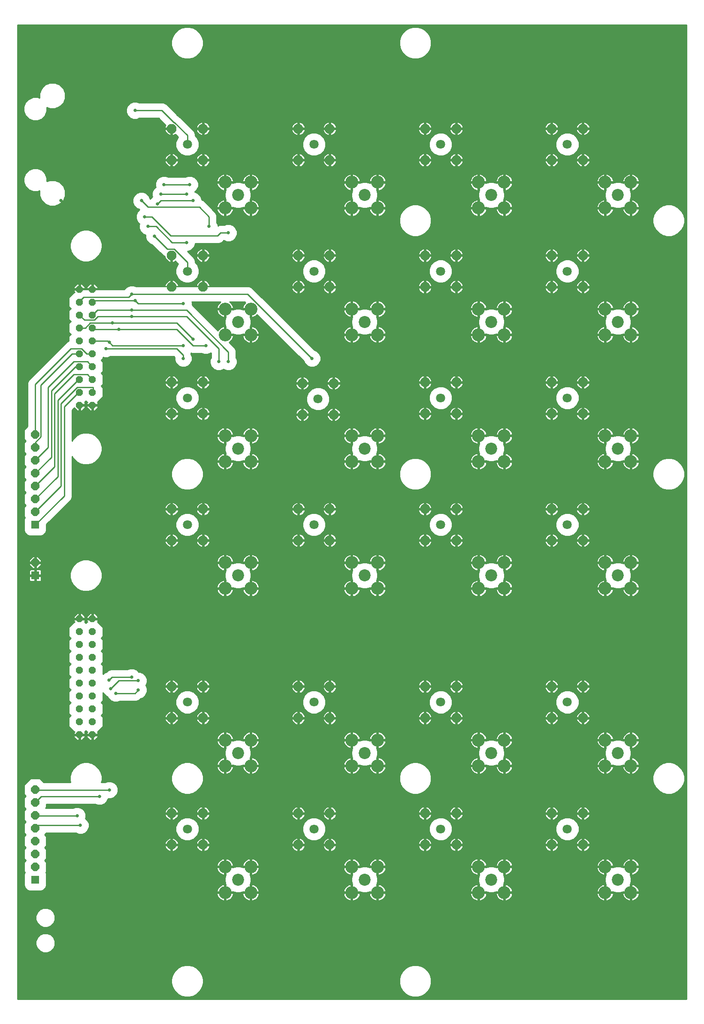
<source format=gtl>
G75*
%MOIN*%
%OFA0B0*%
%FSLAX25Y25*%
%IPPOS*%
%LPD*%
%AMOC8*
5,1,8,0,0,1.08239X$1,22.5*
%
%ADD10C,0.07087*%
%ADD11C,0.07677*%
%ADD12C,0.09300*%
%ADD13C,0.10050*%
%ADD14OC8,0.06496*%
%ADD15R,0.06496X0.06496*%
%ADD16OC8,0.05600*%
%ADD17C,0.01000*%
%ADD18C,0.02578*%
%ADD19C,0.27559*%
D10*
X0158980Y0158980D03*
X0158980Y0257406D03*
X0257406Y0257406D03*
X0257406Y0158980D03*
X0355831Y0158980D03*
X0355831Y0257406D03*
X0454256Y0257406D03*
X0454256Y0158980D03*
X0454256Y0395201D03*
X0454256Y0493626D03*
X0454256Y0592051D03*
X0454256Y0690476D03*
X0355831Y0690476D03*
X0355831Y0592051D03*
X0355831Y0493626D03*
X0355831Y0395201D03*
X0260555Y0492839D03*
X0257406Y0395201D03*
X0158980Y0395201D03*
X0158980Y0493626D03*
X0158980Y0592051D03*
X0158980Y0690476D03*
X0257406Y0690476D03*
X0257406Y0592051D03*
D11*
X0269606Y0579851D03*
X0269606Y0604251D03*
X0245206Y0604251D03*
X0245206Y0579851D03*
X0248355Y0505039D03*
X0248355Y0480639D03*
X0272755Y0480639D03*
X0272755Y0505039D03*
X0343631Y0505826D03*
X0343631Y0481426D03*
X0368031Y0481426D03*
X0368031Y0505826D03*
X0368031Y0579851D03*
X0368031Y0604251D03*
X0343631Y0604251D03*
X0343631Y0579851D03*
X0343631Y0678276D03*
X0343631Y0702676D03*
X0368031Y0702676D03*
X0368031Y0678276D03*
X0442056Y0678276D03*
X0442056Y0702676D03*
X0466456Y0702676D03*
X0466456Y0678276D03*
X0466456Y0604251D03*
X0466456Y0579851D03*
X0442056Y0579851D03*
X0442056Y0604251D03*
X0442056Y0505826D03*
X0442056Y0481426D03*
X0466456Y0481426D03*
X0466456Y0505826D03*
X0466456Y0407401D03*
X0466456Y0383001D03*
X0442056Y0383001D03*
X0442056Y0407401D03*
X0368031Y0407401D03*
X0368031Y0383001D03*
X0343631Y0383001D03*
X0343631Y0407401D03*
X0269606Y0407401D03*
X0269606Y0383001D03*
X0245206Y0383001D03*
X0245206Y0407401D03*
X0171180Y0407401D03*
X0171180Y0383001D03*
X0146780Y0383001D03*
X0146780Y0407401D03*
X0146780Y0481426D03*
X0146780Y0505826D03*
X0171180Y0505826D03*
X0171180Y0481426D03*
X0171180Y0579851D03*
X0171180Y0604251D03*
X0146780Y0604251D03*
X0146780Y0579851D03*
X0146780Y0678276D03*
X0146780Y0702676D03*
X0171180Y0702676D03*
X0171180Y0678276D03*
X0245206Y0678276D03*
X0245206Y0702676D03*
X0269606Y0702676D03*
X0269606Y0678276D03*
X0269606Y0269606D03*
X0269606Y0245206D03*
X0245206Y0245206D03*
X0245206Y0269606D03*
X0245206Y0171180D03*
X0245206Y0146780D03*
X0269606Y0146780D03*
X0269606Y0171180D03*
X0343631Y0171180D03*
X0343631Y0146780D03*
X0368031Y0146780D03*
X0368031Y0171180D03*
X0368031Y0245206D03*
X0368031Y0269606D03*
X0343631Y0269606D03*
X0343631Y0245206D03*
X0442056Y0245206D03*
X0442056Y0269606D03*
X0466456Y0269606D03*
X0466456Y0245206D03*
X0466456Y0171180D03*
X0466456Y0146780D03*
X0442056Y0146780D03*
X0442056Y0171180D03*
X0171180Y0171180D03*
X0171180Y0146780D03*
X0146780Y0146780D03*
X0146780Y0171180D03*
X0146780Y0245206D03*
X0146780Y0269606D03*
X0171180Y0269606D03*
X0171180Y0245206D03*
D12*
X0198350Y0218035D03*
X0198350Y0119610D03*
X0296776Y0119610D03*
X0296776Y0218035D03*
X0395201Y0218035D03*
X0395201Y0119610D03*
X0493626Y0119610D03*
X0493626Y0218035D03*
X0493626Y0355831D03*
X0493626Y0454256D03*
X0493626Y0552681D03*
X0493626Y0651106D03*
X0395201Y0651106D03*
X0395201Y0552681D03*
X0395201Y0454256D03*
X0395201Y0355831D03*
X0296776Y0355831D03*
X0296776Y0454256D03*
X0296776Y0552681D03*
X0296776Y0651106D03*
X0198350Y0651106D03*
X0198350Y0552681D03*
X0198350Y0454256D03*
X0198350Y0355831D03*
D13*
X0188350Y0365831D03*
X0188350Y0345831D03*
X0208350Y0345831D03*
X0208350Y0365831D03*
X0208350Y0444256D03*
X0208350Y0464256D03*
X0188350Y0464256D03*
X0188350Y0444256D03*
X0188350Y0542681D03*
X0188350Y0562681D03*
X0208350Y0562681D03*
X0208350Y0542681D03*
X0286776Y0542681D03*
X0286776Y0562681D03*
X0306776Y0562681D03*
X0306776Y0542681D03*
X0306776Y0464256D03*
X0306776Y0444256D03*
X0286776Y0444256D03*
X0286776Y0464256D03*
X0286776Y0365831D03*
X0286776Y0345831D03*
X0306776Y0345831D03*
X0306776Y0365831D03*
X0385201Y0365831D03*
X0405201Y0365831D03*
X0405201Y0345831D03*
X0385201Y0345831D03*
X0385201Y0444256D03*
X0405201Y0444256D03*
X0405201Y0464256D03*
X0385201Y0464256D03*
X0385201Y0542681D03*
X0405201Y0542681D03*
X0405201Y0562681D03*
X0385201Y0562681D03*
X0385201Y0641106D03*
X0385201Y0661106D03*
X0405201Y0661106D03*
X0405201Y0641106D03*
X0483626Y0641106D03*
X0483626Y0661106D03*
X0503626Y0661106D03*
X0503626Y0641106D03*
X0503626Y0562681D03*
X0503626Y0542681D03*
X0483626Y0542681D03*
X0483626Y0562681D03*
X0483626Y0464256D03*
X0503626Y0464256D03*
X0503626Y0444256D03*
X0483626Y0444256D03*
X0483626Y0365831D03*
X0503626Y0365831D03*
X0503626Y0345831D03*
X0483626Y0345831D03*
X0483626Y0228035D03*
X0483626Y0208035D03*
X0503626Y0208035D03*
X0503626Y0228035D03*
X0503626Y0129610D03*
X0503626Y0109610D03*
X0483626Y0109610D03*
X0483626Y0129610D03*
X0405201Y0129610D03*
X0405201Y0109610D03*
X0385201Y0109610D03*
X0385201Y0129610D03*
X0385201Y0208035D03*
X0405201Y0208035D03*
X0405201Y0228035D03*
X0385201Y0228035D03*
X0306776Y0228035D03*
X0306776Y0208035D03*
X0286776Y0208035D03*
X0286776Y0228035D03*
X0208350Y0228035D03*
X0208350Y0208035D03*
X0188350Y0208035D03*
X0188350Y0228035D03*
X0188350Y0129610D03*
X0188350Y0109610D03*
X0208350Y0109610D03*
X0208350Y0129610D03*
X0286776Y0129610D03*
X0286776Y0109610D03*
X0306776Y0109610D03*
X0306776Y0129610D03*
X0306776Y0641106D03*
X0306776Y0661106D03*
X0286776Y0661106D03*
X0286776Y0641106D03*
X0208350Y0641106D03*
X0208350Y0661106D03*
X0188350Y0661106D03*
X0188350Y0641106D03*
D14*
X0040870Y0465201D03*
X0040870Y0455201D03*
X0040870Y0445201D03*
X0040870Y0435201D03*
X0040870Y0425201D03*
X0040870Y0415201D03*
X0040870Y0405201D03*
X0040870Y0365831D03*
X0040870Y0189610D03*
X0040870Y0179610D03*
X0040870Y0169610D03*
X0040870Y0159610D03*
X0040870Y0149610D03*
X0040870Y0139610D03*
X0040870Y0129610D03*
D15*
X0040870Y0119610D03*
X0040870Y0355831D03*
X0040870Y0395201D03*
D16*
X0075240Y0322091D03*
X0085240Y0322091D03*
X0085240Y0312091D03*
X0075240Y0312091D03*
X0075240Y0302091D03*
X0085240Y0302091D03*
X0085240Y0292091D03*
X0075240Y0292091D03*
X0075240Y0282091D03*
X0085240Y0282091D03*
X0085240Y0272091D03*
X0075240Y0272091D03*
X0075240Y0262091D03*
X0085240Y0262091D03*
X0085240Y0252091D03*
X0075240Y0252091D03*
X0075240Y0242091D03*
X0085240Y0242091D03*
X0085240Y0232091D03*
X0075240Y0232091D03*
X0075240Y0487996D03*
X0075240Y0497996D03*
X0075240Y0507996D03*
X0075240Y0517996D03*
X0085240Y0517996D03*
X0085240Y0507996D03*
X0085240Y0497996D03*
X0085240Y0487996D03*
X0085240Y0527996D03*
X0075240Y0527996D03*
X0075240Y0537996D03*
X0075240Y0547996D03*
X0075240Y0557996D03*
X0085240Y0557996D03*
X0085240Y0547996D03*
X0085240Y0537996D03*
X0085240Y0567996D03*
X0075240Y0567996D03*
X0075240Y0577996D03*
X0085240Y0577996D03*
D17*
X0026985Y0783102D02*
X0026985Y0026985D01*
X0546881Y0026985D01*
X0546881Y0783102D01*
X0026985Y0783102D01*
X0026985Y0782766D02*
X0546881Y0782766D01*
X0546881Y0781768D02*
X0026985Y0781768D01*
X0026985Y0780769D02*
X0154225Y0780769D01*
X0154198Y0780762D02*
X0151373Y0779131D01*
X0149066Y0776824D01*
X0147435Y0773999D01*
X0146591Y0770848D01*
X0146591Y0767585D01*
X0147435Y0764434D01*
X0149066Y0761609D01*
X0151373Y0759302D01*
X0154198Y0757671D01*
X0157349Y0756827D01*
X0160611Y0756827D01*
X0163763Y0757671D01*
X0166588Y0759302D01*
X0168895Y0761609D01*
X0170526Y0764434D01*
X0171370Y0767585D01*
X0171370Y0770848D01*
X0170526Y0773999D01*
X0168895Y0776824D01*
X0166588Y0779131D01*
X0163763Y0780762D01*
X0160611Y0781606D01*
X0157349Y0781606D01*
X0154198Y0780762D01*
X0152481Y0779771D02*
X0026985Y0779771D01*
X0026985Y0778772D02*
X0151014Y0778772D01*
X0150016Y0777774D02*
X0026985Y0777774D01*
X0026985Y0776775D02*
X0149038Y0776775D01*
X0148461Y0775777D02*
X0026985Y0775777D01*
X0026985Y0774778D02*
X0147885Y0774778D01*
X0147376Y0773780D02*
X0026985Y0773780D01*
X0026985Y0772781D02*
X0147109Y0772781D01*
X0146841Y0771783D02*
X0026985Y0771783D01*
X0026985Y0770784D02*
X0146591Y0770784D01*
X0146591Y0769785D02*
X0026985Y0769785D01*
X0026985Y0768787D02*
X0146591Y0768787D01*
X0146591Y0767788D02*
X0026985Y0767788D01*
X0026985Y0766790D02*
X0146804Y0766790D01*
X0147071Y0765791D02*
X0026985Y0765791D01*
X0026985Y0764793D02*
X0147339Y0764793D01*
X0147804Y0763794D02*
X0026985Y0763794D01*
X0026985Y0762796D02*
X0148381Y0762796D01*
X0148957Y0761797D02*
X0026985Y0761797D01*
X0026985Y0760799D02*
X0149876Y0760799D01*
X0150875Y0759800D02*
X0026985Y0759800D01*
X0026985Y0758802D02*
X0152240Y0758802D01*
X0153969Y0757803D02*
X0026985Y0757803D01*
X0026985Y0756805D02*
X0546881Y0756805D01*
X0546881Y0757803D02*
X0341157Y0757803D01*
X0340928Y0757671D02*
X0343753Y0759302D01*
X0346060Y0761609D01*
X0347691Y0764434D01*
X0348535Y0767585D01*
X0348535Y0770848D01*
X0347691Y0773999D01*
X0346060Y0776824D01*
X0343753Y0779131D01*
X0340928Y0780762D01*
X0337777Y0781606D01*
X0334515Y0781606D01*
X0331363Y0780762D01*
X0328538Y0779131D01*
X0326231Y0776824D01*
X0324600Y0773999D01*
X0323756Y0770848D01*
X0323756Y0767585D01*
X0324600Y0764434D01*
X0326231Y0761609D01*
X0328538Y0759302D01*
X0331363Y0757671D01*
X0334515Y0756827D01*
X0337777Y0756827D01*
X0340928Y0757671D01*
X0342886Y0758802D02*
X0546881Y0758802D01*
X0546881Y0759800D02*
X0344251Y0759800D01*
X0345250Y0760799D02*
X0546881Y0760799D01*
X0546881Y0761797D02*
X0346169Y0761797D01*
X0346745Y0762796D02*
X0546881Y0762796D01*
X0546881Y0763794D02*
X0347322Y0763794D01*
X0347787Y0764793D02*
X0546881Y0764793D01*
X0546881Y0765791D02*
X0348055Y0765791D01*
X0348322Y0766790D02*
X0546881Y0766790D01*
X0546881Y0767788D02*
X0348535Y0767788D01*
X0348535Y0768787D02*
X0546881Y0768787D01*
X0546881Y0769785D02*
X0348535Y0769785D01*
X0348535Y0770784D02*
X0546881Y0770784D01*
X0546881Y0771783D02*
X0348285Y0771783D01*
X0348017Y0772781D02*
X0546881Y0772781D01*
X0546881Y0773780D02*
X0347750Y0773780D01*
X0347241Y0774778D02*
X0546881Y0774778D01*
X0546881Y0775777D02*
X0346665Y0775777D01*
X0346088Y0776775D02*
X0546881Y0776775D01*
X0546881Y0777774D02*
X0345110Y0777774D01*
X0344112Y0778772D02*
X0546881Y0778772D01*
X0546881Y0779771D02*
X0342645Y0779771D01*
X0340901Y0780769D02*
X0546881Y0780769D01*
X0546881Y0755806D02*
X0026985Y0755806D01*
X0026985Y0754808D02*
X0546881Y0754808D01*
X0546881Y0753809D02*
X0026985Y0753809D01*
X0026985Y0752811D02*
X0546881Y0752811D01*
X0546881Y0751812D02*
X0026985Y0751812D01*
X0026985Y0750814D02*
X0546881Y0750814D01*
X0546881Y0749815D02*
X0026985Y0749815D01*
X0026985Y0748817D02*
X0546881Y0748817D01*
X0546881Y0747818D02*
X0026985Y0747818D01*
X0026985Y0746820D02*
X0546881Y0746820D01*
X0546881Y0745821D02*
X0026985Y0745821D01*
X0026985Y0744823D02*
X0546881Y0744823D01*
X0546881Y0743824D02*
X0026985Y0743824D01*
X0026985Y0742826D02*
X0546881Y0742826D01*
X0546881Y0741827D02*
X0026985Y0741827D01*
X0026985Y0740829D02*
X0546881Y0740829D01*
X0546881Y0739830D02*
X0026985Y0739830D01*
X0026985Y0738832D02*
X0546881Y0738832D01*
X0546881Y0737833D02*
X0057376Y0737833D01*
X0056251Y0738299D02*
X0052261Y0738299D01*
X0048576Y0736773D01*
X0045755Y0733952D01*
X0044228Y0730266D01*
X0044228Y0726433D01*
X0042669Y0727079D01*
X0039071Y0727079D01*
X0035747Y0725702D01*
X0033204Y0723158D01*
X0031827Y0719834D01*
X0031827Y0716237D01*
X0033204Y0712913D01*
X0035747Y0710369D01*
X0039071Y0708992D01*
X0042669Y0708992D01*
X0045993Y0710369D01*
X0048537Y0712913D01*
X0049913Y0716237D01*
X0049913Y0719217D01*
X0052261Y0718244D01*
X0056251Y0718244D01*
X0059936Y0719771D01*
X0062757Y0722591D01*
X0064283Y0726277D01*
X0064283Y0730266D01*
X0062757Y0733952D01*
X0059936Y0736773D01*
X0056251Y0738299D01*
X0059786Y0736835D02*
X0546881Y0736835D01*
X0546881Y0735836D02*
X0060873Y0735836D01*
X0061871Y0734838D02*
X0546881Y0734838D01*
X0546881Y0733839D02*
X0062804Y0733839D01*
X0063217Y0732841D02*
X0546881Y0732841D01*
X0546881Y0731842D02*
X0063631Y0731842D01*
X0064044Y0730844D02*
X0546881Y0730844D01*
X0546881Y0729845D02*
X0064283Y0729845D01*
X0064283Y0728847D02*
X0546881Y0728847D01*
X0546881Y0727848D02*
X0064283Y0727848D01*
X0064283Y0726849D02*
X0546881Y0726849D01*
X0546881Y0725851D02*
X0064107Y0725851D01*
X0063693Y0724852D02*
X0546881Y0724852D01*
X0546881Y0723854D02*
X0063280Y0723854D01*
X0062866Y0722855D02*
X0115336Y0722855D01*
X0114505Y0722511D02*
X0117000Y0723545D01*
X0119701Y0723545D01*
X0121606Y0722756D01*
X0140403Y0722756D01*
X0142608Y0721842D01*
X0144296Y0720155D01*
X0151413Y0713038D01*
X0152225Y0712702D01*
X0162379Y0702547D01*
X0164067Y0700859D01*
X0164980Y0698654D01*
X0164980Y0697266D01*
X0166647Y0695599D01*
X0168024Y0692275D01*
X0168024Y0688678D01*
X0166647Y0685354D01*
X0164103Y0682810D01*
X0160779Y0681433D01*
X0157181Y0681433D01*
X0153858Y0682810D01*
X0151314Y0685354D01*
X0149937Y0688678D01*
X0149937Y0692275D01*
X0151314Y0695599D01*
X0151835Y0696120D01*
X0149733Y0698223D01*
X0149578Y0698110D01*
X0148830Y0697729D01*
X0148030Y0697469D01*
X0147280Y0697350D01*
X0147280Y0700675D01*
X0146280Y0701675D01*
X0146280Y0697350D01*
X0145530Y0697469D01*
X0144731Y0697729D01*
X0143982Y0698110D01*
X0143302Y0698604D01*
X0142708Y0699199D01*
X0142214Y0699878D01*
X0141833Y0700627D01*
X0141573Y0701426D01*
X0141454Y0702176D01*
X0145779Y0702176D01*
X0145764Y0702192D01*
X0144952Y0702528D01*
X0144304Y0703176D01*
X0141454Y0703176D01*
X0141573Y0703927D01*
X0141833Y0704726D01*
X0142144Y0705336D01*
X0136724Y0710756D01*
X0121606Y0710756D01*
X0119701Y0709967D01*
X0117000Y0709967D01*
X0114505Y0711000D01*
X0112595Y0712910D01*
X0111561Y0715405D01*
X0111561Y0718106D01*
X0112595Y0720602D01*
X0114505Y0722511D01*
X0113850Y0721857D02*
X0062022Y0721857D01*
X0061024Y0720858D02*
X0112852Y0720858D01*
X0112288Y0719860D02*
X0060025Y0719860D01*
X0057741Y0718861D02*
X0111874Y0718861D01*
X0111561Y0717863D02*
X0049913Y0717863D01*
X0049913Y0718861D02*
X0050771Y0718861D01*
X0049913Y0716864D02*
X0111561Y0716864D01*
X0111561Y0715866D02*
X0049760Y0715866D01*
X0049346Y0714867D02*
X0111784Y0714867D01*
X0112198Y0713869D02*
X0048933Y0713869D01*
X0048494Y0712870D02*
X0112635Y0712870D01*
X0113633Y0711872D02*
X0047496Y0711872D01*
X0046497Y0710873D02*
X0114812Y0710873D01*
X0118350Y0716756D02*
X0139209Y0716756D01*
X0148350Y0707615D01*
X0148826Y0707615D01*
X0158980Y0697461D01*
X0158980Y0690476D01*
X0150609Y0693899D02*
X0026985Y0693899D01*
X0026985Y0694897D02*
X0151023Y0694897D01*
X0151610Y0695896D02*
X0026985Y0695896D01*
X0026985Y0696894D02*
X0151061Y0696894D01*
X0150063Y0697893D02*
X0149151Y0697893D01*
X0147280Y0697893D02*
X0146280Y0697893D01*
X0146280Y0698891D02*
X0147280Y0698891D01*
X0147280Y0699890D02*
X0146280Y0699890D01*
X0146280Y0700888D02*
X0147067Y0700888D01*
X0144595Y0702885D02*
X0026985Y0702885D01*
X0026985Y0701887D02*
X0141500Y0701887D01*
X0141748Y0700888D02*
X0026985Y0700888D01*
X0026985Y0699890D02*
X0142209Y0699890D01*
X0143016Y0698891D02*
X0026985Y0698891D01*
X0026985Y0697893D02*
X0144410Y0697893D01*
X0141566Y0703884D02*
X0026985Y0703884D01*
X0026985Y0704882D02*
X0141913Y0704882D01*
X0141599Y0705881D02*
X0026985Y0705881D01*
X0026985Y0706879D02*
X0140601Y0706879D01*
X0139602Y0707878D02*
X0026985Y0707878D01*
X0026985Y0708876D02*
X0138604Y0708876D01*
X0137605Y0709875D02*
X0044800Y0709875D01*
X0036940Y0709875D02*
X0026985Y0709875D01*
X0026985Y0710873D02*
X0035243Y0710873D01*
X0034245Y0711872D02*
X0026985Y0711872D01*
X0026985Y0712870D02*
X0033246Y0712870D01*
X0032808Y0713869D02*
X0026985Y0713869D01*
X0026985Y0714867D02*
X0032394Y0714867D01*
X0031980Y0715866D02*
X0026985Y0715866D01*
X0026985Y0716864D02*
X0031827Y0716864D01*
X0031827Y0717863D02*
X0026985Y0717863D01*
X0026985Y0718861D02*
X0031827Y0718861D01*
X0031837Y0719860D02*
X0026985Y0719860D01*
X0026985Y0720858D02*
X0032251Y0720858D01*
X0032665Y0721857D02*
X0026985Y0721857D01*
X0026985Y0722855D02*
X0033078Y0722855D01*
X0033899Y0723854D02*
X0026985Y0723854D01*
X0026985Y0724852D02*
X0034898Y0724852D01*
X0036107Y0725851D02*
X0026985Y0725851D01*
X0026985Y0726849D02*
X0038518Y0726849D01*
X0043222Y0726849D02*
X0044228Y0726849D01*
X0044228Y0727848D02*
X0026985Y0727848D01*
X0026985Y0728847D02*
X0044228Y0728847D01*
X0044228Y0729845D02*
X0026985Y0729845D01*
X0026985Y0730844D02*
X0044467Y0730844D01*
X0044881Y0731842D02*
X0026985Y0731842D01*
X0026985Y0732841D02*
X0045295Y0732841D01*
X0045708Y0733839D02*
X0026985Y0733839D01*
X0026985Y0734838D02*
X0046641Y0734838D01*
X0047639Y0735836D02*
X0026985Y0735836D01*
X0026985Y0736835D02*
X0048725Y0736835D01*
X0051136Y0737833D02*
X0026985Y0737833D01*
X0026985Y0692900D02*
X0150196Y0692900D01*
X0149937Y0691902D02*
X0026985Y0691902D01*
X0026985Y0690903D02*
X0149937Y0690903D01*
X0149937Y0689905D02*
X0026985Y0689905D01*
X0026985Y0688906D02*
X0149937Y0688906D01*
X0150256Y0687908D02*
X0026985Y0687908D01*
X0026985Y0686909D02*
X0150670Y0686909D01*
X0151083Y0685911D02*
X0026985Y0685911D01*
X0026985Y0684912D02*
X0151755Y0684912D01*
X0152754Y0683914D02*
X0026985Y0683914D01*
X0026985Y0682915D02*
X0144125Y0682915D01*
X0143982Y0682842D02*
X0143302Y0682348D01*
X0142708Y0681754D01*
X0142214Y0681074D01*
X0141833Y0680326D01*
X0141573Y0679527D01*
X0141454Y0678776D01*
X0146280Y0678776D01*
X0146280Y0677776D01*
X0147280Y0677776D01*
X0147280Y0672950D01*
X0148030Y0673069D01*
X0148830Y0673329D01*
X0149578Y0673710D01*
X0150258Y0674204D01*
X0150852Y0674799D01*
X0151346Y0675478D01*
X0151728Y0676227D01*
X0151987Y0677026D01*
X0152106Y0677776D01*
X0147280Y0677776D01*
X0147280Y0678776D01*
X0152106Y0678776D01*
X0151987Y0679527D01*
X0151728Y0680326D01*
X0151346Y0681074D01*
X0150852Y0681754D01*
X0150258Y0682348D01*
X0149578Y0682842D01*
X0148830Y0683224D01*
X0148030Y0683483D01*
X0147280Y0683602D01*
X0147280Y0678776D01*
X0146280Y0678776D01*
X0146280Y0683602D01*
X0145530Y0683483D01*
X0144731Y0683224D01*
X0143982Y0682842D01*
X0142871Y0681916D02*
X0026985Y0681916D01*
X0026985Y0680918D02*
X0142135Y0680918D01*
X0141701Y0679919D02*
X0026985Y0679919D01*
X0026985Y0678921D02*
X0141477Y0678921D01*
X0141454Y0677776D02*
X0141573Y0677026D01*
X0141833Y0676227D01*
X0142214Y0675478D01*
X0142708Y0674799D01*
X0143302Y0674204D01*
X0143982Y0673710D01*
X0144731Y0673329D01*
X0145530Y0673069D01*
X0146280Y0672950D01*
X0146280Y0677776D01*
X0141454Y0677776D01*
X0141606Y0676924D02*
X0026985Y0676924D01*
X0026985Y0677922D02*
X0146280Y0677922D01*
X0146280Y0676924D02*
X0147280Y0676924D01*
X0147280Y0677922D02*
X0170680Y0677922D01*
X0170680Y0677776D02*
X0165854Y0677776D01*
X0165973Y0677026D01*
X0166233Y0676227D01*
X0166614Y0675478D01*
X0167108Y0674799D01*
X0167702Y0674204D01*
X0168382Y0673710D01*
X0169131Y0673329D01*
X0169930Y0673069D01*
X0170680Y0672950D01*
X0170680Y0677776D01*
X0171680Y0677776D01*
X0171680Y0672950D01*
X0172430Y0673069D01*
X0173230Y0673329D01*
X0173978Y0673710D01*
X0174658Y0674204D01*
X0175252Y0674799D01*
X0175746Y0675478D01*
X0176128Y0676227D01*
X0176387Y0677026D01*
X0176506Y0677776D01*
X0171680Y0677776D01*
X0171680Y0678776D01*
X0176506Y0678776D01*
X0176387Y0679527D01*
X0176128Y0680326D01*
X0175746Y0681074D01*
X0175252Y0681754D01*
X0174658Y0682348D01*
X0173978Y0682842D01*
X0173230Y0683224D01*
X0172430Y0683483D01*
X0171680Y0683602D01*
X0171680Y0678776D01*
X0170680Y0678776D01*
X0170680Y0677776D01*
X0170680Y0676924D02*
X0171680Y0676924D01*
X0171680Y0677922D02*
X0244705Y0677922D01*
X0244705Y0677776D02*
X0239880Y0677776D01*
X0239998Y0677026D01*
X0240258Y0676227D01*
X0240640Y0675478D01*
X0241133Y0674799D01*
X0241728Y0674204D01*
X0242407Y0673710D01*
X0243156Y0673329D01*
X0243955Y0673069D01*
X0244706Y0672950D01*
X0244706Y0677776D01*
X0245705Y0677776D01*
X0245705Y0672950D01*
X0246456Y0673069D01*
X0247255Y0673329D01*
X0248004Y0673710D01*
X0248683Y0674204D01*
X0249278Y0674799D01*
X0249771Y0675478D01*
X0250153Y0676227D01*
X0250413Y0677026D01*
X0250531Y0677776D01*
X0245706Y0677776D01*
X0245706Y0678776D01*
X0250531Y0678776D01*
X0250413Y0679527D01*
X0250153Y0680326D01*
X0249771Y0681074D01*
X0249278Y0681754D01*
X0248683Y0682348D01*
X0248004Y0682842D01*
X0247255Y0683224D01*
X0246456Y0683483D01*
X0245705Y0683602D01*
X0245705Y0678776D01*
X0244706Y0678776D01*
X0244705Y0678776D02*
X0244705Y0677776D01*
X0244706Y0676924D02*
X0245705Y0676924D01*
X0245706Y0677922D02*
X0269105Y0677922D01*
X0269105Y0677776D02*
X0264280Y0677776D01*
X0264398Y0677026D01*
X0264658Y0676227D01*
X0265040Y0675478D01*
X0265533Y0674799D01*
X0266128Y0674204D01*
X0266807Y0673710D01*
X0267556Y0673329D01*
X0268355Y0673069D01*
X0269106Y0672950D01*
X0269106Y0677776D01*
X0270105Y0677776D01*
X0270105Y0672950D01*
X0270856Y0673069D01*
X0271655Y0673329D01*
X0272404Y0673710D01*
X0273083Y0674204D01*
X0273678Y0674799D01*
X0274171Y0675478D01*
X0274553Y0676227D01*
X0274813Y0677026D01*
X0274931Y0677776D01*
X0270106Y0677776D01*
X0270106Y0678776D01*
X0274931Y0678776D01*
X0274813Y0679527D01*
X0274553Y0680326D01*
X0274171Y0681074D01*
X0273678Y0681754D01*
X0273083Y0682348D01*
X0272404Y0682842D01*
X0271655Y0683224D01*
X0270856Y0683483D01*
X0270105Y0683602D01*
X0270105Y0678776D01*
X0269106Y0678776D01*
X0269105Y0678776D02*
X0269105Y0677776D01*
X0269106Y0676924D02*
X0270105Y0676924D01*
X0270106Y0677922D02*
X0343131Y0677922D01*
X0343131Y0677776D02*
X0338305Y0677776D01*
X0338424Y0677026D01*
X0338683Y0676227D01*
X0339065Y0675478D01*
X0339559Y0674799D01*
X0340153Y0674204D01*
X0340833Y0673710D01*
X0341581Y0673329D01*
X0342381Y0673069D01*
X0343131Y0672950D01*
X0343131Y0677776D01*
X0344131Y0677776D01*
X0344131Y0678776D01*
X0348957Y0678776D01*
X0348838Y0679527D01*
X0348578Y0680326D01*
X0348197Y0681074D01*
X0347703Y0681754D01*
X0347109Y0682348D01*
X0346429Y0682842D01*
X0345680Y0683224D01*
X0344881Y0683483D01*
X0344131Y0683602D01*
X0344131Y0678776D01*
X0343131Y0678776D01*
X0343131Y0677776D01*
X0343131Y0676924D02*
X0344131Y0676924D01*
X0344131Y0677776D02*
X0344131Y0672950D01*
X0344881Y0673069D01*
X0345680Y0673329D01*
X0346429Y0673710D01*
X0347109Y0674204D01*
X0347703Y0674799D01*
X0348197Y0675478D01*
X0348578Y0676227D01*
X0348838Y0677026D01*
X0348957Y0677776D01*
X0344131Y0677776D01*
X0344131Y0677922D02*
X0367531Y0677922D01*
X0367531Y0677776D02*
X0362705Y0677776D01*
X0362824Y0677026D01*
X0363083Y0676227D01*
X0363465Y0675478D01*
X0363959Y0674799D01*
X0364553Y0674204D01*
X0365233Y0673710D01*
X0365981Y0673329D01*
X0366781Y0673069D01*
X0367531Y0672950D01*
X0367531Y0677776D01*
X0368531Y0677776D01*
X0368531Y0678776D01*
X0373357Y0678776D01*
X0373238Y0679527D01*
X0372978Y0680326D01*
X0372597Y0681074D01*
X0372103Y0681754D01*
X0371509Y0682348D01*
X0370829Y0682842D01*
X0370080Y0683224D01*
X0369281Y0683483D01*
X0368531Y0683602D01*
X0368531Y0678776D01*
X0367531Y0678776D01*
X0367531Y0677776D01*
X0367531Y0676924D02*
X0368531Y0676924D01*
X0368531Y0677776D02*
X0368531Y0672950D01*
X0369281Y0673069D01*
X0370080Y0673329D01*
X0370829Y0673710D01*
X0371509Y0674204D01*
X0372103Y0674799D01*
X0372597Y0675478D01*
X0372978Y0676227D01*
X0373238Y0677026D01*
X0373357Y0677776D01*
X0368531Y0677776D01*
X0368531Y0677922D02*
X0441556Y0677922D01*
X0441556Y0677776D02*
X0436730Y0677776D01*
X0436849Y0677026D01*
X0437108Y0676227D01*
X0437490Y0675478D01*
X0437984Y0674799D01*
X0438578Y0674204D01*
X0439258Y0673710D01*
X0440007Y0673329D01*
X0440806Y0673069D01*
X0441556Y0672950D01*
X0441556Y0677776D01*
X0442556Y0677776D01*
X0442556Y0672950D01*
X0443306Y0673069D01*
X0444105Y0673329D01*
X0444854Y0673710D01*
X0445534Y0674204D01*
X0446128Y0674799D01*
X0446622Y0675478D01*
X0447003Y0676227D01*
X0447263Y0677026D01*
X0447382Y0677776D01*
X0442556Y0677776D01*
X0442556Y0678776D01*
X0447382Y0678776D01*
X0447263Y0679527D01*
X0447003Y0680326D01*
X0446622Y0681074D01*
X0446128Y0681754D01*
X0445534Y0682348D01*
X0444854Y0682842D01*
X0444105Y0683224D01*
X0443306Y0683483D01*
X0442556Y0683602D01*
X0442556Y0678776D01*
X0441556Y0678776D01*
X0441556Y0677776D01*
X0441556Y0676924D02*
X0442556Y0676924D01*
X0442556Y0677922D02*
X0465956Y0677922D01*
X0465956Y0677776D02*
X0461130Y0677776D01*
X0461249Y0677026D01*
X0461508Y0676227D01*
X0461890Y0675478D01*
X0462384Y0674799D01*
X0462978Y0674204D01*
X0463658Y0673710D01*
X0464407Y0673329D01*
X0465206Y0673069D01*
X0465956Y0672950D01*
X0465956Y0677776D01*
X0466956Y0677776D01*
X0466956Y0672950D01*
X0467706Y0673069D01*
X0468505Y0673329D01*
X0469254Y0673710D01*
X0469934Y0674204D01*
X0470528Y0674799D01*
X0471022Y0675478D01*
X0471403Y0676227D01*
X0471663Y0677026D01*
X0471782Y0677776D01*
X0466956Y0677776D01*
X0466956Y0678776D01*
X0471782Y0678776D01*
X0471663Y0679527D01*
X0471403Y0680326D01*
X0471022Y0681074D01*
X0470528Y0681754D01*
X0469934Y0682348D01*
X0469254Y0682842D01*
X0468505Y0683224D01*
X0467706Y0683483D01*
X0466956Y0683602D01*
X0466956Y0678776D01*
X0465956Y0678776D01*
X0465956Y0677776D01*
X0465956Y0676924D02*
X0466956Y0676924D01*
X0466956Y0677922D02*
X0546881Y0677922D01*
X0546881Y0676924D02*
X0471630Y0676924D01*
X0471250Y0675925D02*
X0546881Y0675925D01*
X0546881Y0674927D02*
X0470621Y0674927D01*
X0469554Y0673928D02*
X0546881Y0673928D01*
X0546881Y0672930D02*
X0026985Y0672930D01*
X0026985Y0673928D02*
X0143682Y0673928D01*
X0142615Y0674927D02*
X0026985Y0674927D01*
X0026985Y0675925D02*
X0141987Y0675925D01*
X0146280Y0675925D02*
X0147280Y0675925D01*
X0147280Y0674927D02*
X0146280Y0674927D01*
X0146280Y0673928D02*
X0147280Y0673928D01*
X0149878Y0673928D02*
X0168082Y0673928D01*
X0167015Y0674927D02*
X0150946Y0674927D01*
X0151574Y0675925D02*
X0166387Y0675925D01*
X0166006Y0676924D02*
X0151954Y0676924D01*
X0152083Y0678921D02*
X0165877Y0678921D01*
X0165854Y0678776D02*
X0170680Y0678776D01*
X0170680Y0683602D01*
X0169930Y0683483D01*
X0169131Y0683224D01*
X0168382Y0682842D01*
X0167702Y0682348D01*
X0167108Y0681754D01*
X0166614Y0681074D01*
X0166233Y0680326D01*
X0165973Y0679527D01*
X0165854Y0678776D01*
X0166101Y0679919D02*
X0151860Y0679919D01*
X0151426Y0680918D02*
X0166535Y0680918D01*
X0167271Y0681916D02*
X0161946Y0681916D01*
X0164208Y0682915D02*
X0168525Y0682915D01*
X0170680Y0682915D02*
X0171680Y0682915D01*
X0171680Y0681916D02*
X0170680Y0681916D01*
X0170680Y0680918D02*
X0171680Y0680918D01*
X0171680Y0679919D02*
X0170680Y0679919D01*
X0170680Y0678921D02*
X0171680Y0678921D01*
X0171680Y0675925D02*
X0170680Y0675925D01*
X0170680Y0674927D02*
X0171680Y0674927D01*
X0171680Y0673928D02*
X0170680Y0673928D01*
X0174278Y0673928D02*
X0242107Y0673928D01*
X0241040Y0674927D02*
X0175346Y0674927D01*
X0175974Y0675925D02*
X0240412Y0675925D01*
X0240032Y0676924D02*
X0176354Y0676924D01*
X0176483Y0678921D02*
X0239902Y0678921D01*
X0239880Y0678776D02*
X0244705Y0678776D01*
X0244706Y0678776D02*
X0244706Y0683602D01*
X0243955Y0683483D01*
X0243156Y0683224D01*
X0242407Y0682842D01*
X0241728Y0682348D01*
X0241133Y0681754D01*
X0240640Y0681074D01*
X0240258Y0680326D01*
X0239998Y0679527D01*
X0239880Y0678776D01*
X0240126Y0679919D02*
X0176260Y0679919D01*
X0175826Y0680918D02*
X0240560Y0680918D01*
X0241296Y0681916D02*
X0175090Y0681916D01*
X0173836Y0682915D02*
X0242550Y0682915D01*
X0244706Y0682915D02*
X0245705Y0682915D01*
X0245705Y0681916D02*
X0244706Y0681916D01*
X0244706Y0680918D02*
X0245705Y0680918D01*
X0245705Y0679919D02*
X0244706Y0679919D01*
X0244706Y0678921D02*
X0245705Y0678921D01*
X0245705Y0675925D02*
X0244706Y0675925D01*
X0244706Y0674927D02*
X0245705Y0674927D01*
X0245705Y0673928D02*
X0244706Y0673928D01*
X0248304Y0673928D02*
X0266507Y0673928D01*
X0265440Y0674927D02*
X0249371Y0674927D01*
X0249999Y0675925D02*
X0264812Y0675925D01*
X0264432Y0676924D02*
X0250379Y0676924D01*
X0250509Y0678921D02*
X0264302Y0678921D01*
X0264280Y0678776D02*
X0269105Y0678776D01*
X0269106Y0678776D02*
X0269106Y0683602D01*
X0268355Y0683483D01*
X0267556Y0683224D01*
X0266807Y0682842D01*
X0266128Y0682348D01*
X0265533Y0681754D01*
X0265040Y0681074D01*
X0264658Y0680326D01*
X0264398Y0679527D01*
X0264280Y0678776D01*
X0264526Y0679919D02*
X0250285Y0679919D01*
X0249851Y0680918D02*
X0264960Y0680918D01*
X0265696Y0681916D02*
X0260371Y0681916D01*
X0259204Y0681433D02*
X0262528Y0682810D01*
X0265072Y0685354D01*
X0266449Y0688678D01*
X0266449Y0692275D01*
X0265072Y0695599D01*
X0262528Y0698143D01*
X0259204Y0699520D01*
X0255607Y0699520D01*
X0252283Y0698143D01*
X0249739Y0695599D01*
X0248362Y0692275D01*
X0248362Y0688678D01*
X0249739Y0685354D01*
X0252283Y0682810D01*
X0255607Y0681433D01*
X0259204Y0681433D01*
X0262633Y0682915D02*
X0266950Y0682915D01*
X0269106Y0682915D02*
X0270105Y0682915D01*
X0270105Y0681916D02*
X0269106Y0681916D01*
X0269106Y0680918D02*
X0270105Y0680918D01*
X0270105Y0679919D02*
X0269106Y0679919D01*
X0269106Y0678921D02*
X0270105Y0678921D01*
X0270105Y0675925D02*
X0269106Y0675925D01*
X0269106Y0674927D02*
X0270105Y0674927D01*
X0270105Y0673928D02*
X0269106Y0673928D01*
X0272704Y0673928D02*
X0340533Y0673928D01*
X0339465Y0674927D02*
X0273771Y0674927D01*
X0274399Y0675925D02*
X0338837Y0675925D01*
X0338457Y0676924D02*
X0274779Y0676924D01*
X0274909Y0678921D02*
X0338328Y0678921D01*
X0338305Y0678776D02*
X0343131Y0678776D01*
X0343131Y0683602D01*
X0342381Y0683483D01*
X0341581Y0683224D01*
X0340833Y0682842D01*
X0340153Y0682348D01*
X0339559Y0681754D01*
X0339065Y0681074D01*
X0338683Y0680326D01*
X0338424Y0679527D01*
X0338305Y0678776D01*
X0338551Y0679919D02*
X0274685Y0679919D01*
X0274251Y0680918D02*
X0338985Y0680918D01*
X0339721Y0681916D02*
X0273515Y0681916D01*
X0272261Y0682915D02*
X0340975Y0682915D01*
X0343131Y0682915D02*
X0344131Y0682915D01*
X0344131Y0681916D02*
X0343131Y0681916D01*
X0343131Y0680918D02*
X0344131Y0680918D01*
X0344131Y0679919D02*
X0343131Y0679919D01*
X0343131Y0678921D02*
X0344131Y0678921D01*
X0344131Y0675925D02*
X0343131Y0675925D01*
X0343131Y0674927D02*
X0344131Y0674927D01*
X0344131Y0673928D02*
X0343131Y0673928D01*
X0346729Y0673928D02*
X0364933Y0673928D01*
X0363865Y0674927D02*
X0347796Y0674927D01*
X0348424Y0675925D02*
X0363237Y0675925D01*
X0362857Y0676924D02*
X0348805Y0676924D01*
X0348934Y0678921D02*
X0362728Y0678921D01*
X0362705Y0678776D02*
X0367531Y0678776D01*
X0367531Y0683602D01*
X0366781Y0683483D01*
X0365981Y0683224D01*
X0365233Y0682842D01*
X0364553Y0682348D01*
X0363959Y0681754D01*
X0363465Y0681074D01*
X0363083Y0680326D01*
X0362824Y0679527D01*
X0362705Y0678776D01*
X0362951Y0679919D02*
X0348710Y0679919D01*
X0348276Y0680918D02*
X0363385Y0680918D01*
X0364121Y0681916D02*
X0358797Y0681916D01*
X0357630Y0681433D02*
X0360953Y0682810D01*
X0363497Y0685354D01*
X0364874Y0688678D01*
X0364874Y0692275D01*
X0363497Y0695599D01*
X0360953Y0698143D01*
X0357630Y0699520D01*
X0354032Y0699520D01*
X0350708Y0698143D01*
X0348164Y0695599D01*
X0346787Y0692275D01*
X0346787Y0688678D01*
X0348164Y0685354D01*
X0350708Y0682810D01*
X0354032Y0681433D01*
X0357630Y0681433D01*
X0361058Y0682915D02*
X0365375Y0682915D01*
X0367531Y0682915D02*
X0368531Y0682915D01*
X0368531Y0681916D02*
X0367531Y0681916D01*
X0367531Y0680918D02*
X0368531Y0680918D01*
X0368531Y0679919D02*
X0367531Y0679919D01*
X0367531Y0678921D02*
X0368531Y0678921D01*
X0368531Y0675925D02*
X0367531Y0675925D01*
X0367531Y0674927D02*
X0368531Y0674927D01*
X0368531Y0673928D02*
X0367531Y0673928D01*
X0371129Y0673928D02*
X0438958Y0673928D01*
X0437891Y0674927D02*
X0372196Y0674927D01*
X0372824Y0675925D02*
X0437262Y0675925D01*
X0436882Y0676924D02*
X0373205Y0676924D01*
X0373334Y0678921D02*
X0436753Y0678921D01*
X0436730Y0678776D02*
X0441556Y0678776D01*
X0441556Y0683602D01*
X0440806Y0683483D01*
X0440007Y0683224D01*
X0439258Y0682842D01*
X0438578Y0682348D01*
X0437984Y0681754D01*
X0437490Y0681074D01*
X0437108Y0680326D01*
X0436849Y0679527D01*
X0436730Y0678776D01*
X0436976Y0679919D02*
X0373110Y0679919D01*
X0372676Y0680918D02*
X0437410Y0680918D01*
X0438146Y0681916D02*
X0371940Y0681916D01*
X0370686Y0682915D02*
X0439400Y0682915D01*
X0441556Y0682915D02*
X0442556Y0682915D01*
X0442556Y0681916D02*
X0441556Y0681916D01*
X0441556Y0680918D02*
X0442556Y0680918D01*
X0442556Y0679919D02*
X0441556Y0679919D01*
X0441556Y0678921D02*
X0442556Y0678921D01*
X0442556Y0675925D02*
X0441556Y0675925D01*
X0441556Y0674927D02*
X0442556Y0674927D01*
X0442556Y0673928D02*
X0441556Y0673928D01*
X0445154Y0673928D02*
X0463358Y0673928D01*
X0462291Y0674927D02*
X0446221Y0674927D01*
X0446850Y0675925D02*
X0461662Y0675925D01*
X0461282Y0676924D02*
X0447230Y0676924D01*
X0447359Y0678921D02*
X0461153Y0678921D01*
X0461130Y0678776D02*
X0465956Y0678776D01*
X0465956Y0683602D01*
X0465206Y0683483D01*
X0464407Y0683224D01*
X0463658Y0682842D01*
X0462978Y0682348D01*
X0462384Y0681754D01*
X0461890Y0681074D01*
X0461508Y0680326D01*
X0461249Y0679527D01*
X0461130Y0678776D01*
X0461376Y0679919D02*
X0447135Y0679919D01*
X0446702Y0680918D02*
X0461810Y0680918D01*
X0462546Y0681916D02*
X0457222Y0681916D01*
X0456055Y0681433D02*
X0459379Y0682810D01*
X0461922Y0685354D01*
X0463299Y0688678D01*
X0463299Y0692275D01*
X0461922Y0695599D01*
X0459379Y0698143D01*
X0456055Y0699520D01*
X0452457Y0699520D01*
X0449133Y0698143D01*
X0446589Y0695599D01*
X0445213Y0692275D01*
X0445213Y0688678D01*
X0446589Y0685354D01*
X0449133Y0682810D01*
X0452457Y0681433D01*
X0456055Y0681433D01*
X0459484Y0682915D02*
X0463800Y0682915D01*
X0465956Y0682915D02*
X0466956Y0682915D01*
X0466956Y0681916D02*
X0465956Y0681916D01*
X0465956Y0680918D02*
X0466956Y0680918D01*
X0466956Y0679919D02*
X0465956Y0679919D01*
X0465956Y0678921D02*
X0466956Y0678921D01*
X0466956Y0675925D02*
X0465956Y0675925D01*
X0465956Y0674927D02*
X0466956Y0674927D01*
X0466956Y0673928D02*
X0465956Y0673928D01*
X0471759Y0678921D02*
X0546881Y0678921D01*
X0546881Y0679919D02*
X0471535Y0679919D01*
X0471102Y0680918D02*
X0546881Y0680918D01*
X0546881Y0681916D02*
X0470366Y0681916D01*
X0469111Y0682915D02*
X0546881Y0682915D01*
X0546881Y0683914D02*
X0460482Y0683914D01*
X0461481Y0684912D02*
X0546881Y0684912D01*
X0546881Y0685911D02*
X0462153Y0685911D01*
X0462567Y0686909D02*
X0546881Y0686909D01*
X0546881Y0687908D02*
X0462980Y0687908D01*
X0463299Y0688906D02*
X0546881Y0688906D01*
X0546881Y0689905D02*
X0463299Y0689905D01*
X0463299Y0690903D02*
X0546881Y0690903D01*
X0546881Y0691902D02*
X0463299Y0691902D01*
X0463040Y0692900D02*
X0546881Y0692900D01*
X0546881Y0693899D02*
X0462627Y0693899D01*
X0462213Y0694897D02*
X0546881Y0694897D01*
X0546881Y0695896D02*
X0461626Y0695896D01*
X0460627Y0696894D02*
X0546881Y0696894D01*
X0546881Y0697893D02*
X0468827Y0697893D01*
X0468505Y0697729D02*
X0469254Y0698110D01*
X0469934Y0698604D01*
X0470528Y0699199D01*
X0471022Y0699878D01*
X0471403Y0700627D01*
X0471663Y0701426D01*
X0471782Y0702176D01*
X0466956Y0702176D01*
X0466956Y0697350D01*
X0467706Y0697469D01*
X0468505Y0697729D01*
X0466956Y0697893D02*
X0465956Y0697893D01*
X0465956Y0697350D02*
X0465956Y0702176D01*
X0466956Y0702176D01*
X0466956Y0703176D01*
X0471782Y0703176D01*
X0471663Y0703927D01*
X0471403Y0704726D01*
X0471022Y0705474D01*
X0470528Y0706154D01*
X0469934Y0706748D01*
X0469254Y0707242D01*
X0468505Y0707624D01*
X0467706Y0707883D01*
X0466956Y0708002D01*
X0466956Y0703176D01*
X0465956Y0703176D01*
X0465956Y0702176D01*
X0461130Y0702176D01*
X0461249Y0701426D01*
X0461508Y0700627D01*
X0461890Y0699878D01*
X0462384Y0699199D01*
X0462978Y0698604D01*
X0463658Y0698110D01*
X0464407Y0697729D01*
X0465206Y0697469D01*
X0465956Y0697350D01*
X0465956Y0698891D02*
X0466956Y0698891D01*
X0466956Y0699890D02*
X0465956Y0699890D01*
X0465956Y0700888D02*
X0466956Y0700888D01*
X0466956Y0701887D02*
X0465956Y0701887D01*
X0465956Y0702885D02*
X0442556Y0702885D01*
X0442556Y0703176D02*
X0447382Y0703176D01*
X0447263Y0703927D01*
X0447003Y0704726D01*
X0446622Y0705474D01*
X0446128Y0706154D01*
X0445534Y0706748D01*
X0444854Y0707242D01*
X0444105Y0707624D01*
X0443306Y0707883D01*
X0442556Y0708002D01*
X0442556Y0703176D01*
X0442556Y0702176D01*
X0442556Y0697350D01*
X0443306Y0697469D01*
X0444105Y0697729D01*
X0444854Y0698110D01*
X0445534Y0698604D01*
X0446128Y0699199D01*
X0446622Y0699878D01*
X0447003Y0700627D01*
X0447263Y0701426D01*
X0447382Y0702176D01*
X0442556Y0702176D01*
X0441556Y0702176D01*
X0441556Y0697350D01*
X0440806Y0697469D01*
X0440007Y0697729D01*
X0439258Y0698110D01*
X0438578Y0698604D01*
X0437984Y0699199D01*
X0437490Y0699878D01*
X0437108Y0700627D01*
X0436849Y0701426D01*
X0436730Y0702176D01*
X0441556Y0702176D01*
X0441556Y0703176D01*
X0436730Y0703176D01*
X0436849Y0703927D01*
X0437108Y0704726D01*
X0437490Y0705474D01*
X0437984Y0706154D01*
X0438578Y0706748D01*
X0439258Y0707242D01*
X0440007Y0707624D01*
X0440806Y0707883D01*
X0441556Y0708002D01*
X0441556Y0703176D01*
X0442556Y0703176D01*
X0442556Y0703884D02*
X0441556Y0703884D01*
X0441556Y0704882D02*
X0442556Y0704882D01*
X0442556Y0705881D02*
X0441556Y0705881D01*
X0441556Y0706879D02*
X0442556Y0706879D01*
X0442556Y0707878D02*
X0441556Y0707878D01*
X0440788Y0707878D02*
X0369298Y0707878D01*
X0369281Y0707883D02*
X0368531Y0708002D01*
X0368531Y0703176D01*
X0373357Y0703176D01*
X0373238Y0703927D01*
X0372978Y0704726D01*
X0372597Y0705474D01*
X0372103Y0706154D01*
X0371509Y0706748D01*
X0370829Y0707242D01*
X0370080Y0707624D01*
X0369281Y0707883D01*
X0368531Y0707878D02*
X0367531Y0707878D01*
X0367531Y0708002D02*
X0366781Y0707883D01*
X0365981Y0707624D01*
X0365233Y0707242D01*
X0364553Y0706748D01*
X0363959Y0706154D01*
X0363465Y0705474D01*
X0363083Y0704726D01*
X0362824Y0703927D01*
X0362705Y0703176D01*
X0367531Y0703176D01*
X0367531Y0702176D01*
X0368531Y0702176D01*
X0368531Y0703176D01*
X0367531Y0703176D01*
X0367531Y0708002D01*
X0366763Y0707878D02*
X0344898Y0707878D01*
X0344881Y0707883D02*
X0344131Y0708002D01*
X0344131Y0703176D01*
X0348957Y0703176D01*
X0348838Y0703927D01*
X0348578Y0704726D01*
X0348197Y0705474D01*
X0347703Y0706154D01*
X0347109Y0706748D01*
X0346429Y0707242D01*
X0345680Y0707624D01*
X0344881Y0707883D01*
X0344131Y0707878D02*
X0343131Y0707878D01*
X0343131Y0708002D02*
X0342381Y0707883D01*
X0341581Y0707624D01*
X0340833Y0707242D01*
X0340153Y0706748D01*
X0339559Y0706154D01*
X0339065Y0705474D01*
X0338683Y0704726D01*
X0338424Y0703927D01*
X0338305Y0703176D01*
X0343131Y0703176D01*
X0343131Y0702176D01*
X0344131Y0702176D01*
X0344131Y0703176D01*
X0343131Y0703176D01*
X0343131Y0708002D01*
X0342363Y0707878D02*
X0270873Y0707878D01*
X0270856Y0707883D02*
X0270105Y0708002D01*
X0270105Y0703176D01*
X0269106Y0703176D01*
X0269105Y0703176D02*
X0269105Y0702176D01*
X0264280Y0702176D01*
X0264398Y0701426D01*
X0264658Y0700627D01*
X0265040Y0699878D01*
X0265533Y0699199D01*
X0266128Y0698604D01*
X0266807Y0698110D01*
X0267556Y0697729D01*
X0268355Y0697469D01*
X0269106Y0697350D01*
X0269106Y0702176D01*
X0270105Y0702176D01*
X0270105Y0697350D01*
X0270856Y0697469D01*
X0271655Y0697729D01*
X0272404Y0698110D01*
X0273083Y0698604D01*
X0273678Y0699199D01*
X0274171Y0699878D01*
X0274553Y0700627D01*
X0274813Y0701426D01*
X0274931Y0702176D01*
X0270106Y0702176D01*
X0270106Y0703176D01*
X0274931Y0703176D01*
X0274813Y0703927D01*
X0274553Y0704726D01*
X0274171Y0705474D01*
X0273678Y0706154D01*
X0273083Y0706748D01*
X0272404Y0707242D01*
X0271655Y0707624D01*
X0270856Y0707883D01*
X0270105Y0707878D02*
X0269106Y0707878D01*
X0269106Y0708002D02*
X0268355Y0707883D01*
X0267556Y0707624D01*
X0266807Y0707242D01*
X0266128Y0706748D01*
X0265533Y0706154D01*
X0265040Y0705474D01*
X0264658Y0704726D01*
X0264398Y0703927D01*
X0264280Y0703176D01*
X0269105Y0703176D01*
X0269106Y0703176D02*
X0269106Y0708002D01*
X0268338Y0707878D02*
X0246473Y0707878D01*
X0246456Y0707883D02*
X0245705Y0708002D01*
X0245705Y0703176D01*
X0244706Y0703176D01*
X0244705Y0703176D02*
X0244705Y0702176D01*
X0239880Y0702176D01*
X0239998Y0701426D01*
X0240258Y0700627D01*
X0240640Y0699878D01*
X0241133Y0699199D01*
X0241728Y0698604D01*
X0242407Y0698110D01*
X0243156Y0697729D01*
X0243955Y0697469D01*
X0244706Y0697350D01*
X0244706Y0702176D01*
X0245705Y0702176D01*
X0245705Y0697350D01*
X0246456Y0697469D01*
X0247255Y0697729D01*
X0248004Y0698110D01*
X0248683Y0698604D01*
X0249278Y0699199D01*
X0249771Y0699878D01*
X0250153Y0700627D01*
X0250413Y0701426D01*
X0250531Y0702176D01*
X0245706Y0702176D01*
X0245706Y0703176D01*
X0250531Y0703176D01*
X0250413Y0703927D01*
X0250153Y0704726D01*
X0249771Y0705474D01*
X0249278Y0706154D01*
X0248683Y0706748D01*
X0248004Y0707242D01*
X0247255Y0707624D01*
X0246456Y0707883D01*
X0245705Y0707878D02*
X0244706Y0707878D01*
X0244706Y0708002D02*
X0243955Y0707883D01*
X0243156Y0707624D01*
X0242407Y0707242D01*
X0241728Y0706748D01*
X0241133Y0706154D01*
X0240640Y0705474D01*
X0240258Y0704726D01*
X0239998Y0703927D01*
X0239880Y0703176D01*
X0244705Y0703176D01*
X0244706Y0703176D02*
X0244706Y0708002D01*
X0243938Y0707878D02*
X0172448Y0707878D01*
X0172430Y0707883D02*
X0171680Y0708002D01*
X0171680Y0703176D01*
X0176506Y0703176D01*
X0176387Y0703927D01*
X0176128Y0704726D01*
X0175746Y0705474D01*
X0175252Y0706154D01*
X0174658Y0706748D01*
X0173978Y0707242D01*
X0173230Y0707624D01*
X0172430Y0707883D01*
X0171680Y0707878D02*
X0170680Y0707878D01*
X0170680Y0708002D02*
X0169930Y0707883D01*
X0169131Y0707624D01*
X0168382Y0707242D01*
X0167702Y0706748D01*
X0167108Y0706154D01*
X0166614Y0705474D01*
X0166233Y0704726D01*
X0165973Y0703927D01*
X0165854Y0703176D01*
X0170680Y0703176D01*
X0170680Y0702176D01*
X0171680Y0702176D01*
X0171680Y0697350D01*
X0172430Y0697469D01*
X0173230Y0697729D01*
X0173978Y0698110D01*
X0174658Y0698604D01*
X0175252Y0699199D01*
X0175746Y0699878D01*
X0176128Y0700627D01*
X0176387Y0701426D01*
X0176506Y0702176D01*
X0171680Y0702176D01*
X0171680Y0703176D01*
X0170680Y0703176D01*
X0170680Y0708002D01*
X0169913Y0707878D02*
X0157048Y0707878D01*
X0156050Y0708876D02*
X0546881Y0708876D01*
X0546881Y0707878D02*
X0467724Y0707878D01*
X0466956Y0707878D02*
X0465956Y0707878D01*
X0465956Y0708002D02*
X0465206Y0707883D01*
X0464407Y0707624D01*
X0463658Y0707242D01*
X0462978Y0706748D01*
X0462384Y0706154D01*
X0461890Y0705474D01*
X0461508Y0704726D01*
X0461249Y0703927D01*
X0461130Y0703176D01*
X0465956Y0703176D01*
X0465956Y0708002D01*
X0465188Y0707878D02*
X0443324Y0707878D01*
X0445354Y0706879D02*
X0463158Y0706879D01*
X0462185Y0705881D02*
X0446327Y0705881D01*
X0446924Y0704882D02*
X0461588Y0704882D01*
X0461242Y0703884D02*
X0447270Y0703884D01*
X0447336Y0701887D02*
X0461176Y0701887D01*
X0461424Y0700888D02*
X0447088Y0700888D01*
X0446628Y0699890D02*
X0461884Y0699890D01*
X0462691Y0698891D02*
X0457572Y0698891D01*
X0459629Y0697893D02*
X0464085Y0697893D01*
X0466956Y0702885D02*
X0546881Y0702885D01*
X0546881Y0701887D02*
X0471736Y0701887D01*
X0471488Y0700888D02*
X0546881Y0700888D01*
X0546881Y0699890D02*
X0471028Y0699890D01*
X0470221Y0698891D02*
X0546881Y0698891D01*
X0546881Y0703884D02*
X0471670Y0703884D01*
X0471324Y0704882D02*
X0546881Y0704882D01*
X0546881Y0705881D02*
X0470727Y0705881D01*
X0469754Y0706879D02*
X0546881Y0706879D01*
X0546881Y0709875D02*
X0155051Y0709875D01*
X0154053Y0710873D02*
X0546881Y0710873D01*
X0546881Y0711872D02*
X0153054Y0711872D01*
X0151817Y0712870D02*
X0546881Y0712870D01*
X0546881Y0713869D02*
X0150582Y0713869D01*
X0149583Y0714867D02*
X0546881Y0714867D01*
X0546881Y0715866D02*
X0148585Y0715866D01*
X0147586Y0716864D02*
X0546881Y0716864D01*
X0546881Y0717863D02*
X0146588Y0717863D01*
X0145589Y0718861D02*
X0546881Y0718861D01*
X0546881Y0719860D02*
X0144591Y0719860D01*
X0143592Y0720858D02*
X0546881Y0720858D01*
X0546881Y0721857D02*
X0142573Y0721857D01*
X0121365Y0722855D02*
X0546881Y0722855D01*
X0546881Y0671931D02*
X0042740Y0671931D01*
X0042669Y0671961D02*
X0039071Y0671961D01*
X0035747Y0670584D01*
X0033204Y0668040D01*
X0031827Y0664716D01*
X0031827Y0661118D01*
X0033204Y0657795D01*
X0035747Y0655251D01*
X0039071Y0653874D01*
X0042669Y0653874D01*
X0044228Y0654520D01*
X0044228Y0650686D01*
X0045755Y0647001D01*
X0048576Y0644180D01*
X0052261Y0642654D01*
X0056251Y0642654D01*
X0059936Y0644180D01*
X0062757Y0647001D01*
X0064283Y0650686D01*
X0064283Y0654676D01*
X0062757Y0658361D01*
X0059936Y0661182D01*
X0056251Y0662709D01*
X0052261Y0662709D01*
X0049913Y0661736D01*
X0049913Y0664716D01*
X0048537Y0668040D01*
X0045993Y0670584D01*
X0042669Y0671961D01*
X0045150Y0670933D02*
X0546881Y0670933D01*
X0546881Y0669934D02*
X0046642Y0669934D01*
X0047641Y0668936D02*
X0546881Y0668936D01*
X0546881Y0667937D02*
X0048579Y0667937D01*
X0048993Y0666939D02*
X0185403Y0666939D01*
X0185458Y0666971D02*
X0184718Y0666543D01*
X0184039Y0666023D01*
X0183434Y0665418D01*
X0182913Y0664739D01*
X0182486Y0663998D01*
X0182158Y0663208D01*
X0181937Y0662382D01*
X0181835Y0661606D01*
X0187850Y0661606D01*
X0187850Y0660606D01*
X0181835Y0660606D01*
X0181937Y0659831D01*
X0182158Y0659004D01*
X0182486Y0658214D01*
X0182913Y0657473D01*
X0183434Y0656795D01*
X0184039Y0656190D01*
X0184718Y0655669D01*
X0185458Y0655242D01*
X0186248Y0654914D01*
X0187075Y0654693D01*
X0187850Y0654591D01*
X0187850Y0660606D01*
X0188850Y0660606D01*
X0188850Y0654868D01*
X0188200Y0652443D01*
X0188200Y0649770D01*
X0188850Y0647344D01*
X0188850Y0641606D01*
X0187850Y0641606D01*
X0187850Y0640606D01*
X0181835Y0640606D01*
X0181937Y0639831D01*
X0182158Y0639004D01*
X0182486Y0638214D01*
X0182913Y0637473D01*
X0183434Y0636795D01*
X0184039Y0636190D01*
X0184718Y0635669D01*
X0185458Y0635242D01*
X0186248Y0634914D01*
X0187075Y0634693D01*
X0187850Y0634591D01*
X0187850Y0640606D01*
X0188850Y0640606D01*
X0188850Y0634591D01*
X0189626Y0634693D01*
X0190452Y0634914D01*
X0191243Y0635242D01*
X0191983Y0635669D01*
X0192662Y0636190D01*
X0193267Y0636795D01*
X0193787Y0637473D01*
X0194215Y0638214D01*
X0194542Y0639004D01*
X0194764Y0639831D01*
X0194866Y0640606D01*
X0188850Y0640606D01*
X0188850Y0641606D01*
X0194588Y0641606D01*
X0197014Y0640956D01*
X0199687Y0640956D01*
X0202112Y0641606D01*
X0207850Y0641606D01*
X0207850Y0640606D01*
X0201835Y0640606D01*
X0201937Y0639831D01*
X0202158Y0639004D01*
X0202486Y0638214D01*
X0202913Y0637473D01*
X0203434Y0636795D01*
X0204039Y0636190D01*
X0204718Y0635669D01*
X0205458Y0635242D01*
X0206248Y0634914D01*
X0207075Y0634693D01*
X0207850Y0634591D01*
X0207850Y0640606D01*
X0208850Y0640606D01*
X0208850Y0634591D01*
X0209626Y0634693D01*
X0210452Y0634914D01*
X0211243Y0635242D01*
X0211983Y0635669D01*
X0212662Y0636190D01*
X0213267Y0636795D01*
X0213787Y0637473D01*
X0214215Y0638214D01*
X0214542Y0639004D01*
X0214764Y0639831D01*
X0214866Y0640606D01*
X0208850Y0640606D01*
X0208850Y0641606D01*
X0207850Y0641606D01*
X0207850Y0647344D01*
X0208500Y0649770D01*
X0208500Y0652443D01*
X0207850Y0654868D01*
X0207850Y0660606D01*
X0202112Y0660606D01*
X0199687Y0661256D01*
X0197014Y0661256D01*
X0194588Y0660606D01*
X0188850Y0660606D01*
X0188850Y0661606D01*
X0187850Y0661606D01*
X0187850Y0667622D01*
X0187075Y0667520D01*
X0186248Y0667298D01*
X0185458Y0666971D01*
X0183957Y0665940D02*
X0162453Y0665940D01*
X0162201Y0666045D02*
X0159500Y0666045D01*
X0157595Y0665256D01*
X0144034Y0665256D01*
X0142201Y0666015D01*
X0139500Y0666015D01*
X0137005Y0664982D01*
X0135095Y0663072D01*
X0134061Y0660577D01*
X0134061Y0657876D01*
X0134298Y0657305D01*
X0132595Y0655602D01*
X0131561Y0653106D01*
X0131561Y0650405D01*
X0131807Y0649813D01*
X0130292Y0648299D01*
X0129895Y0648697D01*
X0129106Y0650602D01*
X0127196Y0652511D01*
X0124701Y0653545D01*
X0122000Y0653545D01*
X0119505Y0652511D01*
X0117595Y0650602D01*
X0116561Y0648106D01*
X0116561Y0645405D01*
X0117595Y0642910D01*
X0119505Y0641000D01*
X0121410Y0640212D01*
X0121807Y0639814D01*
X0120095Y0638102D01*
X0119061Y0635606D01*
X0119061Y0632905D01*
X0120095Y0630410D01*
X0121807Y0628699D01*
X0121561Y0628106D01*
X0121561Y0625405D01*
X0122595Y0622910D01*
X0124505Y0621000D01*
X0126561Y0620149D01*
X0126561Y0617905D01*
X0127595Y0615410D01*
X0129505Y0613500D01*
X0131410Y0612712D01*
X0138330Y0605791D01*
X0140018Y0604103D01*
X0141496Y0603491D01*
X0141573Y0603001D01*
X0141833Y0602202D01*
X0142214Y0601453D01*
X0142708Y0600773D01*
X0143302Y0600179D01*
X0143982Y0599685D01*
X0144731Y0599304D01*
X0145530Y0599044D01*
X0146280Y0598925D01*
X0146280Y0603190D01*
X0146341Y0603190D01*
X0147280Y0602250D01*
X0147280Y0598925D01*
X0148030Y0599044D01*
X0148830Y0599304D01*
X0149578Y0599685D01*
X0149733Y0599798D01*
X0151835Y0597695D01*
X0151314Y0597174D01*
X0149937Y0593850D01*
X0149937Y0590252D01*
X0151314Y0586929D01*
X0153858Y0584385D01*
X0157181Y0583008D01*
X0160779Y0583008D01*
X0164103Y0584385D01*
X0166647Y0586929D01*
X0168024Y0590252D01*
X0168024Y0593850D01*
X0166647Y0597174D01*
X0164980Y0598840D01*
X0164980Y0600229D01*
X0164067Y0602434D01*
X0162379Y0604122D01*
X0159034Y0607467D01*
X0159701Y0607467D01*
X0162196Y0608500D01*
X0164106Y0610410D01*
X0165139Y0612905D01*
X0165139Y0613610D01*
X0183796Y0613610D01*
X0186001Y0614524D01*
X0187233Y0615756D01*
X0187595Y0615756D01*
X0189500Y0614967D01*
X0192201Y0614967D01*
X0194696Y0616000D01*
X0196606Y0617910D01*
X0197639Y0620405D01*
X0197639Y0623106D01*
X0196606Y0625602D01*
X0194696Y0627511D01*
X0192201Y0628545D01*
X0189500Y0628545D01*
X0187595Y0627756D01*
X0183555Y0627756D01*
X0182639Y0627377D01*
X0182639Y0628106D01*
X0181850Y0630011D01*
X0181850Y0635449D01*
X0180937Y0637655D01*
X0179249Y0639342D01*
X0171749Y0646842D01*
X0170139Y0647509D01*
X0170139Y0648106D01*
X0169106Y0650602D01*
X0167196Y0652511D01*
X0165011Y0653416D01*
X0164894Y0653699D01*
X0166606Y0655410D01*
X0167639Y0657905D01*
X0167639Y0660606D01*
X0166606Y0663102D01*
X0164696Y0665011D01*
X0162201Y0666045D01*
X0164766Y0664942D02*
X0183069Y0664942D01*
X0182463Y0663943D02*
X0165764Y0663943D01*
X0166671Y0662945D02*
X0182088Y0662945D01*
X0181880Y0661946D02*
X0167084Y0661946D01*
X0167498Y0660948D02*
X0187850Y0660948D01*
X0187850Y0661946D02*
X0188850Y0661946D01*
X0188850Y0661606D02*
X0188850Y0667622D01*
X0189626Y0667520D01*
X0190452Y0667298D01*
X0191243Y0666971D01*
X0191983Y0666543D01*
X0192662Y0666023D01*
X0193267Y0665418D01*
X0193787Y0664739D01*
X0194215Y0663998D01*
X0194542Y0663208D01*
X0194764Y0662382D01*
X0194866Y0661606D01*
X0188850Y0661606D01*
X0188850Y0660948D02*
X0195863Y0660948D01*
X0194821Y0661946D02*
X0201880Y0661946D01*
X0201835Y0661606D02*
X0207850Y0661606D01*
X0207850Y0660606D01*
X0208850Y0660606D01*
X0208850Y0654591D01*
X0209626Y0654693D01*
X0210452Y0654914D01*
X0211243Y0655242D01*
X0211983Y0655669D01*
X0212662Y0656190D01*
X0213267Y0656795D01*
X0213787Y0657473D01*
X0214215Y0658214D01*
X0214542Y0659004D01*
X0214764Y0659831D01*
X0214866Y0660606D01*
X0208850Y0660606D01*
X0208850Y0661606D01*
X0207850Y0661606D01*
X0207850Y0667622D01*
X0207075Y0667520D01*
X0206248Y0667298D01*
X0205458Y0666971D01*
X0204718Y0666543D01*
X0204039Y0666023D01*
X0203434Y0665418D01*
X0202913Y0664739D01*
X0202486Y0663998D01*
X0202158Y0663208D01*
X0201937Y0662382D01*
X0201835Y0661606D01*
X0200838Y0660948D02*
X0207850Y0660948D01*
X0207850Y0661946D02*
X0208850Y0661946D01*
X0208850Y0661606D02*
X0208850Y0667622D01*
X0209626Y0667520D01*
X0210452Y0667298D01*
X0211243Y0666971D01*
X0211983Y0666543D01*
X0212662Y0666023D01*
X0213267Y0665418D01*
X0213787Y0664739D01*
X0214215Y0663998D01*
X0214542Y0663208D01*
X0214764Y0662382D01*
X0214866Y0661606D01*
X0208850Y0661606D01*
X0208850Y0660948D02*
X0286276Y0660948D01*
X0286276Y0660606D02*
X0280260Y0660606D01*
X0280362Y0659831D01*
X0280584Y0659004D01*
X0280911Y0658214D01*
X0281339Y0657473D01*
X0281859Y0656795D01*
X0282464Y0656190D01*
X0283143Y0655669D01*
X0283883Y0655242D01*
X0284674Y0654914D01*
X0285500Y0654693D01*
X0286276Y0654591D01*
X0286276Y0660606D01*
X0287276Y0660606D01*
X0287276Y0661606D01*
X0293291Y0661606D01*
X0293189Y0662382D01*
X0292968Y0663208D01*
X0292640Y0663998D01*
X0292213Y0664739D01*
X0291692Y0665418D01*
X0291087Y0666023D01*
X0290408Y0666543D01*
X0289668Y0666971D01*
X0288877Y0667298D01*
X0288051Y0667520D01*
X0287276Y0667622D01*
X0287276Y0661606D01*
X0286276Y0661606D01*
X0286276Y0660606D01*
X0286276Y0659949D02*
X0287276Y0659949D01*
X0287276Y0660606D02*
X0287276Y0654868D01*
X0286626Y0652443D01*
X0286626Y0649770D01*
X0287276Y0647344D01*
X0287276Y0641606D01*
X0293014Y0641606D01*
X0295439Y0640956D01*
X0298112Y0640956D01*
X0300538Y0641606D01*
X0306276Y0641606D01*
X0306276Y0640606D01*
X0307276Y0640606D01*
X0307276Y0641606D01*
X0313291Y0641606D01*
X0313189Y0642382D01*
X0312968Y0643208D01*
X0312640Y0643998D01*
X0312213Y0644739D01*
X0311692Y0645418D01*
X0311087Y0646023D01*
X0310408Y0646543D01*
X0309668Y0646971D01*
X0308877Y0647298D01*
X0308051Y0647520D01*
X0307276Y0647622D01*
X0307276Y0641606D01*
X0306276Y0641606D01*
X0306276Y0647344D01*
X0306926Y0649770D01*
X0306926Y0652443D01*
X0306276Y0654868D01*
X0306276Y0660606D01*
X0307276Y0660606D01*
X0307276Y0661606D01*
X0313291Y0661606D01*
X0313189Y0662382D01*
X0312968Y0663208D01*
X0312640Y0663998D01*
X0312213Y0664739D01*
X0311692Y0665418D01*
X0311087Y0666023D01*
X0310408Y0666543D01*
X0309668Y0666971D01*
X0308877Y0667298D01*
X0308051Y0667520D01*
X0307276Y0667622D01*
X0307276Y0661606D01*
X0306276Y0661606D01*
X0306276Y0660606D01*
X0300538Y0660606D01*
X0298112Y0661256D01*
X0295439Y0661256D01*
X0293014Y0660606D01*
X0287276Y0660606D01*
X0287276Y0660948D02*
X0294288Y0660948D01*
X0293246Y0661946D02*
X0300305Y0661946D01*
X0300260Y0661606D02*
X0306276Y0661606D01*
X0306276Y0667622D01*
X0305500Y0667520D01*
X0304674Y0667298D01*
X0303883Y0666971D01*
X0303143Y0666543D01*
X0302464Y0666023D01*
X0301859Y0665418D01*
X0301339Y0664739D01*
X0300911Y0663998D01*
X0300584Y0663208D01*
X0300362Y0662382D01*
X0300260Y0661606D01*
X0299263Y0660948D02*
X0306276Y0660948D01*
X0306276Y0661946D02*
X0307276Y0661946D01*
X0307276Y0660948D02*
X0384701Y0660948D01*
X0384701Y0660606D02*
X0378685Y0660606D01*
X0378787Y0659831D01*
X0379009Y0659004D01*
X0379336Y0658214D01*
X0379764Y0657473D01*
X0380284Y0656795D01*
X0380889Y0656190D01*
X0381568Y0655669D01*
X0382309Y0655242D01*
X0383099Y0654914D01*
X0383925Y0654693D01*
X0384701Y0654591D01*
X0384701Y0660606D01*
X0385701Y0660606D01*
X0385701Y0654868D01*
X0385051Y0652443D01*
X0385051Y0649770D01*
X0385701Y0647344D01*
X0385701Y0641606D01*
X0391439Y0641606D01*
X0393865Y0640956D01*
X0396537Y0640956D01*
X0398963Y0641606D01*
X0404701Y0641606D01*
X0404701Y0640606D01*
X0405701Y0640606D01*
X0405701Y0634591D01*
X0406476Y0634693D01*
X0407303Y0634914D01*
X0408093Y0635242D01*
X0408834Y0635669D01*
X0409512Y0636190D01*
X0410117Y0636795D01*
X0410638Y0637473D01*
X0411065Y0638214D01*
X0411393Y0639004D01*
X0411614Y0639831D01*
X0411716Y0640606D01*
X0405701Y0640606D01*
X0405701Y0641606D01*
X0411716Y0641606D01*
X0411614Y0642382D01*
X0411393Y0643208D01*
X0411065Y0643998D01*
X0410638Y0644739D01*
X0410117Y0645418D01*
X0409512Y0646023D01*
X0408834Y0646543D01*
X0408093Y0646971D01*
X0407303Y0647298D01*
X0406476Y0647520D01*
X0405701Y0647622D01*
X0405701Y0641606D01*
X0404701Y0641606D01*
X0404701Y0647344D01*
X0405351Y0649770D01*
X0405351Y0652443D01*
X0404701Y0654868D01*
X0404701Y0660606D01*
X0405701Y0660606D01*
X0405701Y0654591D01*
X0406476Y0654693D01*
X0407303Y0654914D01*
X0408093Y0655242D01*
X0408834Y0655669D01*
X0409512Y0656190D01*
X0410117Y0656795D01*
X0410638Y0657473D01*
X0411065Y0658214D01*
X0411393Y0659004D01*
X0411614Y0659831D01*
X0411716Y0660606D01*
X0405701Y0660606D01*
X0405701Y0661606D01*
X0411716Y0661606D01*
X0411614Y0662382D01*
X0411393Y0663208D01*
X0411065Y0663998D01*
X0410638Y0664739D01*
X0410117Y0665418D01*
X0409512Y0666023D01*
X0408834Y0666543D01*
X0408093Y0666971D01*
X0407303Y0667298D01*
X0406476Y0667520D01*
X0405701Y0667622D01*
X0405701Y0661606D01*
X0404701Y0661606D01*
X0404701Y0660606D01*
X0398963Y0660606D01*
X0396537Y0661256D01*
X0393865Y0661256D01*
X0391439Y0660606D01*
X0385701Y0660606D01*
X0385701Y0661606D01*
X0391716Y0661606D01*
X0391614Y0662382D01*
X0391393Y0663208D01*
X0391065Y0663998D01*
X0390638Y0664739D01*
X0390117Y0665418D01*
X0389512Y0666023D01*
X0388834Y0666543D01*
X0388093Y0666971D01*
X0387303Y0667298D01*
X0386476Y0667520D01*
X0385701Y0667622D01*
X0385701Y0661606D01*
X0384701Y0661606D01*
X0384701Y0660606D01*
X0384701Y0659949D02*
X0385701Y0659949D01*
X0385701Y0658951D02*
X0384701Y0658951D01*
X0384701Y0657952D02*
X0385701Y0657952D01*
X0385701Y0656954D02*
X0384701Y0656954D01*
X0384701Y0655955D02*
X0385701Y0655955D01*
X0385701Y0654957D02*
X0384701Y0654957D01*
X0385457Y0653958D02*
X0306519Y0653958D01*
X0307276Y0654591D02*
X0308051Y0654693D01*
X0308877Y0654914D01*
X0309668Y0655242D01*
X0310408Y0655669D01*
X0311087Y0656190D01*
X0311692Y0656795D01*
X0312213Y0657473D01*
X0312640Y0658214D01*
X0312968Y0659004D01*
X0313189Y0659831D01*
X0313291Y0660606D01*
X0307276Y0660606D01*
X0307276Y0654591D01*
X0307276Y0654957D02*
X0306276Y0654957D01*
X0306276Y0655955D02*
X0307276Y0655955D01*
X0307276Y0656954D02*
X0306276Y0656954D01*
X0306276Y0657952D02*
X0307276Y0657952D01*
X0307276Y0658951D02*
X0306276Y0658951D01*
X0306276Y0659949D02*
X0307276Y0659949D01*
X0307276Y0662945D02*
X0306276Y0662945D01*
X0306276Y0663943D02*
X0307276Y0663943D01*
X0307276Y0664942D02*
X0306276Y0664942D01*
X0306276Y0665940D02*
X0307276Y0665940D01*
X0307276Y0666939D02*
X0306276Y0666939D01*
X0303828Y0666939D02*
X0289723Y0666939D01*
X0291169Y0665940D02*
X0302382Y0665940D01*
X0301494Y0664942D02*
X0292057Y0664942D01*
X0292663Y0663943D02*
X0300888Y0663943D01*
X0300513Y0662945D02*
X0293038Y0662945D01*
X0287276Y0662945D02*
X0286276Y0662945D01*
X0286276Y0663943D02*
X0287276Y0663943D01*
X0287276Y0664942D02*
X0286276Y0664942D01*
X0286276Y0665940D02*
X0287276Y0665940D01*
X0287276Y0666939D02*
X0286276Y0666939D01*
X0286276Y0667622D02*
X0285500Y0667520D01*
X0284674Y0667298D01*
X0283883Y0666971D01*
X0283143Y0666543D01*
X0282464Y0666023D01*
X0281859Y0665418D01*
X0281339Y0664739D01*
X0280911Y0663998D01*
X0280584Y0663208D01*
X0280362Y0662382D01*
X0280260Y0661606D01*
X0286276Y0661606D01*
X0286276Y0667622D01*
X0283828Y0666939D02*
X0211298Y0666939D01*
X0212744Y0665940D02*
X0282382Y0665940D01*
X0281494Y0664942D02*
X0213632Y0664942D01*
X0214238Y0663943D02*
X0280888Y0663943D01*
X0280513Y0662945D02*
X0214613Y0662945D01*
X0214821Y0661946D02*
X0280305Y0661946D01*
X0280347Y0659949D02*
X0214779Y0659949D01*
X0214520Y0658951D02*
X0280606Y0658951D01*
X0281062Y0657952D02*
X0214064Y0657952D01*
X0213389Y0656954D02*
X0281737Y0656954D01*
X0282770Y0655955D02*
X0212356Y0655955D01*
X0210555Y0654957D02*
X0284571Y0654957D01*
X0286276Y0654957D02*
X0287276Y0654957D01*
X0287276Y0655955D02*
X0286276Y0655955D01*
X0286276Y0656954D02*
X0287276Y0656954D01*
X0287276Y0657952D02*
X0286276Y0657952D01*
X0286276Y0658951D02*
X0287276Y0658951D01*
X0287276Y0661946D02*
X0286276Y0661946D01*
X0287032Y0653958D02*
X0208094Y0653958D01*
X0207850Y0654957D02*
X0208850Y0654957D01*
X0208850Y0655955D02*
X0207850Y0655955D01*
X0207850Y0656954D02*
X0208850Y0656954D01*
X0208850Y0657952D02*
X0207850Y0657952D01*
X0207850Y0658951D02*
X0208850Y0658951D01*
X0208850Y0659949D02*
X0207850Y0659949D01*
X0207850Y0662945D02*
X0208850Y0662945D01*
X0208850Y0663943D02*
X0207850Y0663943D01*
X0207850Y0664942D02*
X0208850Y0664942D01*
X0208850Y0665940D02*
X0207850Y0665940D01*
X0207850Y0666939D02*
X0208850Y0666939D01*
X0205403Y0666939D02*
X0191298Y0666939D01*
X0192744Y0665940D02*
X0203957Y0665940D01*
X0203069Y0664942D02*
X0193632Y0664942D01*
X0194238Y0663943D02*
X0202463Y0663943D01*
X0202088Y0662945D02*
X0194613Y0662945D01*
X0188850Y0662945D02*
X0187850Y0662945D01*
X0187850Y0663943D02*
X0188850Y0663943D01*
X0188850Y0664942D02*
X0187850Y0664942D01*
X0187850Y0665940D02*
X0188850Y0665940D01*
X0188850Y0666939D02*
X0187850Y0666939D01*
X0187850Y0659949D02*
X0188850Y0659949D01*
X0188850Y0658951D02*
X0187850Y0658951D01*
X0187850Y0657952D02*
X0188850Y0657952D01*
X0188850Y0656954D02*
X0187850Y0656954D01*
X0187850Y0655955D02*
X0188850Y0655955D01*
X0188850Y0654957D02*
X0187850Y0654957D01*
X0188607Y0653958D02*
X0165154Y0653958D01*
X0166114Y0652960D02*
X0188339Y0652960D01*
X0188200Y0651961D02*
X0167746Y0651961D01*
X0168745Y0650963D02*
X0188200Y0650963D01*
X0188200Y0649964D02*
X0169370Y0649964D01*
X0169783Y0648966D02*
X0188416Y0648966D01*
X0188683Y0647967D02*
X0170139Y0647967D01*
X0171445Y0646969D02*
X0185454Y0646969D01*
X0185458Y0646971D02*
X0184718Y0646543D01*
X0184039Y0646023D01*
X0183434Y0645418D01*
X0182913Y0644739D01*
X0182486Y0643998D01*
X0182158Y0643208D01*
X0181937Y0642382D01*
X0181835Y0641606D01*
X0187850Y0641606D01*
X0187850Y0647622D01*
X0187075Y0647520D01*
X0186248Y0647298D01*
X0185458Y0646971D01*
X0183986Y0645970D02*
X0172621Y0645970D01*
X0173620Y0644972D02*
X0183092Y0644972D01*
X0182475Y0643973D02*
X0174619Y0643973D01*
X0175617Y0642975D02*
X0182096Y0642975D01*
X0181884Y0641976D02*
X0176616Y0641976D01*
X0177614Y0640978D02*
X0187850Y0640978D01*
X0187850Y0641976D02*
X0188850Y0641976D01*
X0188850Y0640978D02*
X0196935Y0640978D01*
X0194783Y0639979D02*
X0201917Y0639979D01*
X0202168Y0638980D02*
X0194532Y0638980D01*
X0194081Y0637982D02*
X0202620Y0637982D01*
X0203289Y0636983D02*
X0193411Y0636983D01*
X0192395Y0635985D02*
X0204306Y0635985D01*
X0206074Y0634986D02*
X0190626Y0634986D01*
X0188850Y0634986D02*
X0187850Y0634986D01*
X0187850Y0635985D02*
X0188850Y0635985D01*
X0188850Y0636983D02*
X0187850Y0636983D01*
X0187850Y0637982D02*
X0188850Y0637982D01*
X0188850Y0638980D02*
X0187850Y0638980D01*
X0187850Y0639979D02*
X0188850Y0639979D01*
X0188850Y0642975D02*
X0187850Y0642975D01*
X0187850Y0643973D02*
X0188850Y0643973D01*
X0188850Y0644972D02*
X0187850Y0644972D01*
X0187850Y0645970D02*
X0188850Y0645970D01*
X0188850Y0646969D02*
X0187850Y0646969D01*
X0186146Y0654957D02*
X0166152Y0654957D01*
X0166832Y0655955D02*
X0184345Y0655955D01*
X0183312Y0656954D02*
X0167245Y0656954D01*
X0167639Y0657952D02*
X0182637Y0657952D01*
X0182181Y0658951D02*
X0167639Y0658951D01*
X0167639Y0659949D02*
X0181921Y0659949D01*
X0181917Y0639979D02*
X0178613Y0639979D01*
X0179611Y0638980D02*
X0182168Y0638980D01*
X0182620Y0637982D02*
X0180610Y0637982D01*
X0181215Y0636983D02*
X0183289Y0636983D01*
X0184306Y0635985D02*
X0181629Y0635985D01*
X0181850Y0634986D02*
X0186074Y0634986D01*
X0181850Y0633988D02*
X0324007Y0633988D01*
X0323756Y0633052D02*
X0323756Y0629790D01*
X0324600Y0626639D01*
X0326231Y0623814D01*
X0328538Y0621507D01*
X0331363Y0619876D01*
X0334515Y0619031D01*
X0337777Y0619031D01*
X0340928Y0619876D01*
X0343753Y0621507D01*
X0346060Y0623814D01*
X0347691Y0626639D01*
X0348535Y0629790D01*
X0348535Y0633052D01*
X0347691Y0636204D01*
X0346060Y0639029D01*
X0343753Y0641336D01*
X0340928Y0642967D01*
X0337777Y0643811D01*
X0334515Y0643811D01*
X0331363Y0642967D01*
X0328538Y0641336D01*
X0326231Y0639029D01*
X0324600Y0636204D01*
X0323756Y0633052D01*
X0323756Y0632989D02*
X0181850Y0632989D01*
X0181850Y0631991D02*
X0323756Y0631991D01*
X0323756Y0630992D02*
X0181850Y0630992D01*
X0181857Y0629994D02*
X0323756Y0629994D01*
X0323969Y0628995D02*
X0182271Y0628995D01*
X0182639Y0627997D02*
X0188177Y0627997D01*
X0193524Y0627997D02*
X0324236Y0627997D01*
X0324504Y0626998D02*
X0195209Y0626998D01*
X0196207Y0626000D02*
X0324969Y0626000D01*
X0325546Y0625001D02*
X0196854Y0625001D01*
X0197268Y0624003D02*
X0326122Y0624003D01*
X0327041Y0623004D02*
X0197639Y0623004D01*
X0197639Y0622006D02*
X0328039Y0622006D01*
X0329404Y0621007D02*
X0197639Y0621007D01*
X0197475Y0620009D02*
X0331133Y0620009D01*
X0341158Y0620009D02*
X0527984Y0620009D01*
X0528214Y0619876D02*
X0531365Y0619031D01*
X0534627Y0619031D01*
X0537778Y0619876D01*
X0540604Y0621507D01*
X0542910Y0623814D01*
X0544541Y0626639D01*
X0545386Y0629790D01*
X0545386Y0633052D01*
X0544541Y0636204D01*
X0542910Y0639029D01*
X0540604Y0641336D01*
X0537778Y0642967D01*
X0534627Y0643811D01*
X0531365Y0643811D01*
X0528214Y0642967D01*
X0525389Y0641336D01*
X0523082Y0639029D01*
X0521451Y0636204D01*
X0520606Y0633052D01*
X0520606Y0629790D01*
X0521451Y0626639D01*
X0523082Y0623814D01*
X0525389Y0621507D01*
X0528214Y0619876D01*
X0526254Y0621007D02*
X0342888Y0621007D01*
X0344252Y0622006D02*
X0524890Y0622006D01*
X0523891Y0623004D02*
X0345250Y0623004D01*
X0346169Y0624003D02*
X0522973Y0624003D01*
X0522396Y0625001D02*
X0346746Y0625001D01*
X0347322Y0626000D02*
X0521820Y0626000D01*
X0521354Y0626998D02*
X0347787Y0626998D01*
X0348055Y0627997D02*
X0521087Y0627997D01*
X0520819Y0628995D02*
X0348322Y0628995D01*
X0348535Y0629994D02*
X0520606Y0629994D01*
X0520606Y0630992D02*
X0348535Y0630992D01*
X0348535Y0631991D02*
X0520606Y0631991D01*
X0520606Y0632989D02*
X0348535Y0632989D01*
X0348285Y0633988D02*
X0520857Y0633988D01*
X0521125Y0634986D02*
X0505902Y0634986D01*
X0505728Y0634914D02*
X0506518Y0635242D01*
X0507259Y0635669D01*
X0507937Y0636190D01*
X0508542Y0636795D01*
X0509063Y0637473D01*
X0509491Y0638214D01*
X0509818Y0639004D01*
X0510039Y0639831D01*
X0510141Y0640606D01*
X0504126Y0640606D01*
X0504126Y0634591D01*
X0504902Y0634693D01*
X0505728Y0634914D01*
X0504126Y0634986D02*
X0503126Y0634986D01*
X0503126Y0634591D02*
X0503126Y0640606D01*
X0504126Y0640606D01*
X0504126Y0641606D01*
X0510141Y0641606D01*
X0510039Y0642382D01*
X0509818Y0643208D01*
X0509491Y0643998D01*
X0509063Y0644739D01*
X0508542Y0645418D01*
X0507937Y0646023D01*
X0507259Y0646543D01*
X0506518Y0646971D01*
X0505728Y0647298D01*
X0504902Y0647520D01*
X0504126Y0647622D01*
X0504126Y0641606D01*
X0503126Y0641606D01*
X0503126Y0640606D01*
X0497110Y0640606D01*
X0497213Y0639831D01*
X0497434Y0639004D01*
X0497761Y0638214D01*
X0498189Y0637473D01*
X0498710Y0636795D01*
X0499315Y0636190D01*
X0499993Y0635669D01*
X0500734Y0635242D01*
X0501524Y0634914D01*
X0502350Y0634693D01*
X0503126Y0634591D01*
X0503126Y0635985D02*
X0504126Y0635985D01*
X0504126Y0636983D02*
X0503126Y0636983D01*
X0503126Y0637982D02*
X0504126Y0637982D01*
X0504126Y0638980D02*
X0503126Y0638980D01*
X0503126Y0639979D02*
X0504126Y0639979D01*
X0504126Y0640978D02*
X0525031Y0640978D01*
X0524032Y0639979D02*
X0510059Y0639979D01*
X0509808Y0638980D02*
X0523054Y0638980D01*
X0522477Y0637982D02*
X0509357Y0637982D01*
X0508687Y0636983D02*
X0521901Y0636983D01*
X0521392Y0635985D02*
X0507670Y0635985D01*
X0501350Y0634986D02*
X0485902Y0634986D01*
X0485728Y0634914D02*
X0486518Y0635242D01*
X0487259Y0635669D01*
X0487937Y0636190D01*
X0488542Y0636795D01*
X0489063Y0637473D01*
X0489491Y0638214D01*
X0489818Y0639004D01*
X0490039Y0639831D01*
X0490141Y0640606D01*
X0484126Y0640606D01*
X0484126Y0634591D01*
X0484902Y0634693D01*
X0485728Y0634914D01*
X0484126Y0634986D02*
X0483126Y0634986D01*
X0483126Y0634591D02*
X0483126Y0640606D01*
X0484126Y0640606D01*
X0484126Y0641606D01*
X0489864Y0641606D01*
X0492290Y0640956D01*
X0494962Y0640956D01*
X0497388Y0641606D01*
X0503126Y0641606D01*
X0503126Y0647344D01*
X0503776Y0649770D01*
X0503776Y0652443D01*
X0503126Y0654868D01*
X0503126Y0660606D01*
X0504126Y0660606D01*
X0504126Y0654591D01*
X0504902Y0654693D01*
X0505728Y0654914D01*
X0506518Y0655242D01*
X0507259Y0655669D01*
X0507937Y0656190D01*
X0508542Y0656795D01*
X0509063Y0657473D01*
X0509491Y0658214D01*
X0509818Y0659004D01*
X0510039Y0659831D01*
X0510141Y0660606D01*
X0504126Y0660606D01*
X0504126Y0661606D01*
X0510141Y0661606D01*
X0510039Y0662382D01*
X0509818Y0663208D01*
X0509491Y0663998D01*
X0509063Y0664739D01*
X0508542Y0665418D01*
X0507937Y0666023D01*
X0507259Y0666543D01*
X0506518Y0666971D01*
X0505728Y0667298D01*
X0504902Y0667520D01*
X0504126Y0667622D01*
X0504126Y0661606D01*
X0503126Y0661606D01*
X0503126Y0660606D01*
X0497388Y0660606D01*
X0494962Y0661256D01*
X0492290Y0661256D01*
X0489864Y0660606D01*
X0484126Y0660606D01*
X0484126Y0654868D01*
X0483476Y0652443D01*
X0483476Y0649770D01*
X0484126Y0647344D01*
X0484126Y0641606D01*
X0483126Y0641606D01*
X0483126Y0640606D01*
X0477110Y0640606D01*
X0477213Y0639831D01*
X0477434Y0639004D01*
X0477761Y0638214D01*
X0478189Y0637473D01*
X0478710Y0636795D01*
X0479315Y0636190D01*
X0479993Y0635669D01*
X0480734Y0635242D01*
X0481524Y0634914D01*
X0482350Y0634693D01*
X0483126Y0634591D01*
X0483126Y0635985D02*
X0484126Y0635985D01*
X0484126Y0636983D02*
X0483126Y0636983D01*
X0483126Y0637982D02*
X0484126Y0637982D01*
X0484126Y0638980D02*
X0483126Y0638980D01*
X0483126Y0639979D02*
X0484126Y0639979D01*
X0484126Y0640978D02*
X0492210Y0640978D01*
X0490059Y0639979D02*
X0497193Y0639979D01*
X0497444Y0638980D02*
X0489808Y0638980D01*
X0489357Y0637982D02*
X0497895Y0637982D01*
X0498565Y0636983D02*
X0488687Y0636983D01*
X0487670Y0635985D02*
X0499582Y0635985D01*
X0503126Y0640978D02*
X0495041Y0640978D01*
X0503126Y0641976D02*
X0504126Y0641976D01*
X0504126Y0642975D02*
X0503126Y0642975D01*
X0503126Y0643973D02*
X0504126Y0643973D01*
X0504126Y0644972D02*
X0503126Y0644972D01*
X0503126Y0645970D02*
X0504126Y0645970D01*
X0504126Y0646969D02*
X0503126Y0646969D01*
X0503293Y0647967D02*
X0546881Y0647967D01*
X0546881Y0646969D02*
X0506522Y0646969D01*
X0507990Y0645970D02*
X0546881Y0645970D01*
X0546881Y0644972D02*
X0508885Y0644972D01*
X0509501Y0643973D02*
X0546881Y0643973D01*
X0546881Y0642975D02*
X0537749Y0642975D01*
X0539494Y0641976D02*
X0546881Y0641976D01*
X0546881Y0640978D02*
X0540962Y0640978D01*
X0541960Y0639979D02*
X0546881Y0639979D01*
X0546881Y0638980D02*
X0542938Y0638980D01*
X0543515Y0637982D02*
X0546881Y0637982D01*
X0546881Y0636983D02*
X0544091Y0636983D01*
X0544600Y0635985D02*
X0546881Y0635985D01*
X0546881Y0634986D02*
X0544868Y0634986D01*
X0545135Y0633988D02*
X0546881Y0633988D01*
X0546881Y0632989D02*
X0545386Y0632989D01*
X0545386Y0631991D02*
X0546881Y0631991D01*
X0546881Y0630992D02*
X0545386Y0630992D01*
X0545386Y0629994D02*
X0546881Y0629994D01*
X0546881Y0628995D02*
X0545173Y0628995D01*
X0544905Y0627997D02*
X0546881Y0627997D01*
X0546881Y0626998D02*
X0544638Y0626998D01*
X0544172Y0626000D02*
X0546881Y0626000D01*
X0546881Y0625001D02*
X0543596Y0625001D01*
X0543019Y0624003D02*
X0546881Y0624003D01*
X0546881Y0623004D02*
X0542101Y0623004D01*
X0541102Y0622006D02*
X0546881Y0622006D01*
X0546881Y0621007D02*
X0539738Y0621007D01*
X0538009Y0620009D02*
X0546881Y0620009D01*
X0546881Y0619010D02*
X0197061Y0619010D01*
X0196648Y0618012D02*
X0546881Y0618012D01*
X0546881Y0617013D02*
X0195709Y0617013D01*
X0194710Y0616015D02*
X0546881Y0616015D01*
X0546881Y0615016D02*
X0192320Y0615016D01*
X0189381Y0615016D02*
X0186494Y0615016D01*
X0184780Y0614018D02*
X0546881Y0614018D01*
X0546881Y0613019D02*
X0165139Y0613019D01*
X0164773Y0612021D02*
X0546881Y0612021D01*
X0546881Y0611022D02*
X0164359Y0611022D01*
X0163719Y0610024D02*
X0546881Y0610024D01*
X0546881Y0609025D02*
X0468846Y0609025D01*
X0468505Y0609199D02*
X0467706Y0609458D01*
X0466956Y0609577D01*
X0466956Y0604751D01*
X0471782Y0604751D01*
X0471663Y0605501D01*
X0471403Y0606300D01*
X0471022Y0607049D01*
X0470528Y0607729D01*
X0469934Y0608323D01*
X0469254Y0608817D01*
X0468505Y0609199D01*
X0466956Y0609025D02*
X0465956Y0609025D01*
X0465956Y0609577D02*
X0465206Y0609458D01*
X0464407Y0609199D01*
X0463658Y0608817D01*
X0462978Y0608323D01*
X0462384Y0607729D01*
X0461890Y0607049D01*
X0461508Y0606300D01*
X0461249Y0605501D01*
X0461130Y0604751D01*
X0465956Y0604751D01*
X0465956Y0603751D01*
X0466956Y0603751D01*
X0466956Y0598925D01*
X0467706Y0599044D01*
X0468505Y0599304D01*
X0469254Y0599685D01*
X0469934Y0600179D01*
X0470528Y0600773D01*
X0471022Y0601453D01*
X0471403Y0602202D01*
X0471663Y0603001D01*
X0471782Y0603751D01*
X0466956Y0603751D01*
X0466956Y0604751D01*
X0465956Y0604751D01*
X0465956Y0609577D01*
X0465956Y0608027D02*
X0466956Y0608027D01*
X0466956Y0607028D02*
X0465956Y0607028D01*
X0465956Y0606030D02*
X0466956Y0606030D01*
X0466956Y0605031D02*
X0465956Y0605031D01*
X0465956Y0604033D02*
X0442556Y0604033D01*
X0442556Y0603751D02*
X0442556Y0604751D01*
X0447382Y0604751D01*
X0447263Y0605501D01*
X0447003Y0606300D01*
X0446622Y0607049D01*
X0446128Y0607729D01*
X0445534Y0608323D01*
X0444854Y0608817D01*
X0444105Y0609199D01*
X0443306Y0609458D01*
X0442556Y0609577D01*
X0442556Y0604751D01*
X0441556Y0604751D01*
X0441556Y0603751D01*
X0442556Y0603751D01*
X0442556Y0598925D01*
X0443306Y0599044D01*
X0444105Y0599304D01*
X0444854Y0599685D01*
X0445534Y0600179D01*
X0446128Y0600773D01*
X0446622Y0601453D01*
X0447003Y0602202D01*
X0447263Y0603001D01*
X0447382Y0603751D01*
X0442556Y0603751D01*
X0442556Y0603034D02*
X0441556Y0603034D01*
X0441556Y0603751D02*
X0441556Y0598925D01*
X0440806Y0599044D01*
X0440007Y0599304D01*
X0439258Y0599685D01*
X0438578Y0600179D01*
X0437984Y0600773D01*
X0437490Y0601453D01*
X0437108Y0602202D01*
X0436849Y0603001D01*
X0436730Y0603751D01*
X0441556Y0603751D01*
X0441556Y0604033D02*
X0368531Y0604033D01*
X0368531Y0603751D02*
X0368531Y0604751D01*
X0373357Y0604751D01*
X0373238Y0605501D01*
X0372978Y0606300D01*
X0372597Y0607049D01*
X0372103Y0607729D01*
X0371509Y0608323D01*
X0370829Y0608817D01*
X0370080Y0609199D01*
X0369281Y0609458D01*
X0368531Y0609577D01*
X0368531Y0604751D01*
X0367531Y0604751D01*
X0367531Y0609577D01*
X0366781Y0609458D01*
X0365981Y0609199D01*
X0365233Y0608817D01*
X0364553Y0608323D01*
X0363959Y0607729D01*
X0363465Y0607049D01*
X0363083Y0606300D01*
X0362824Y0605501D01*
X0362705Y0604751D01*
X0367531Y0604751D01*
X0367531Y0603751D01*
X0368531Y0603751D01*
X0373357Y0603751D01*
X0373238Y0603001D01*
X0372978Y0602202D01*
X0372597Y0601453D01*
X0372103Y0600773D01*
X0371509Y0600179D01*
X0370829Y0599685D01*
X0370080Y0599304D01*
X0369281Y0599044D01*
X0368531Y0598925D01*
X0368531Y0603751D01*
X0368531Y0603034D02*
X0367531Y0603034D01*
X0367531Y0603751D02*
X0367531Y0598925D01*
X0366781Y0599044D01*
X0365981Y0599304D01*
X0365233Y0599685D01*
X0364553Y0600179D01*
X0363959Y0600773D01*
X0363465Y0601453D01*
X0363083Y0602202D01*
X0362824Y0603001D01*
X0362705Y0603751D01*
X0367531Y0603751D01*
X0367531Y0604033D02*
X0344131Y0604033D01*
X0344131Y0603751D02*
X0344131Y0604751D01*
X0348957Y0604751D01*
X0348838Y0605501D01*
X0348578Y0606300D01*
X0348197Y0607049D01*
X0347703Y0607729D01*
X0347109Y0608323D01*
X0346429Y0608817D01*
X0345680Y0609199D01*
X0344881Y0609458D01*
X0344131Y0609577D01*
X0344131Y0604751D01*
X0343131Y0604751D01*
X0343131Y0609577D01*
X0342381Y0609458D01*
X0341581Y0609199D01*
X0340833Y0608817D01*
X0340153Y0608323D01*
X0339559Y0607729D01*
X0339065Y0607049D01*
X0338683Y0606300D01*
X0338424Y0605501D01*
X0338305Y0604751D01*
X0343131Y0604751D01*
X0343131Y0603751D01*
X0344131Y0603751D01*
X0348957Y0603751D01*
X0348838Y0603001D01*
X0348578Y0602202D01*
X0348197Y0601453D01*
X0347703Y0600773D01*
X0347109Y0600179D01*
X0346429Y0599685D01*
X0345680Y0599304D01*
X0344881Y0599044D01*
X0344131Y0598925D01*
X0344131Y0603751D01*
X0344131Y0603034D02*
X0343131Y0603034D01*
X0343131Y0603751D02*
X0343131Y0598925D01*
X0342381Y0599044D01*
X0341581Y0599304D01*
X0340833Y0599685D01*
X0340153Y0600179D01*
X0339559Y0600773D01*
X0339065Y0601453D01*
X0338683Y0602202D01*
X0338424Y0603001D01*
X0338305Y0603751D01*
X0343131Y0603751D01*
X0343131Y0604033D02*
X0270106Y0604033D01*
X0270106Y0603751D02*
X0270106Y0604751D01*
X0274931Y0604751D01*
X0274813Y0605501D01*
X0274553Y0606300D01*
X0274171Y0607049D01*
X0273678Y0607729D01*
X0273083Y0608323D01*
X0272404Y0608817D01*
X0271655Y0609199D01*
X0270856Y0609458D01*
X0270105Y0609577D01*
X0270105Y0604751D01*
X0269106Y0604751D01*
X0269106Y0609577D01*
X0268355Y0609458D01*
X0267556Y0609199D01*
X0266807Y0608817D01*
X0266128Y0608323D01*
X0265533Y0607729D01*
X0265040Y0607049D01*
X0264658Y0606300D01*
X0264398Y0605501D01*
X0264280Y0604751D01*
X0269105Y0604751D01*
X0269105Y0603751D01*
X0264280Y0603751D01*
X0264398Y0603001D01*
X0264658Y0602202D01*
X0265040Y0601453D01*
X0265533Y0600773D01*
X0266128Y0600179D01*
X0266807Y0599685D01*
X0267556Y0599304D01*
X0268355Y0599044D01*
X0269106Y0598925D01*
X0269106Y0603751D01*
X0270105Y0603751D01*
X0270105Y0598925D01*
X0270856Y0599044D01*
X0271655Y0599304D01*
X0272404Y0599685D01*
X0273083Y0600179D01*
X0273678Y0600773D01*
X0274171Y0601453D01*
X0274553Y0602202D01*
X0274813Y0603001D01*
X0274931Y0603751D01*
X0270106Y0603751D01*
X0270105Y0603034D02*
X0269106Y0603034D01*
X0269106Y0602036D02*
X0270105Y0602036D01*
X0270105Y0601037D02*
X0269106Y0601037D01*
X0269106Y0600039D02*
X0270105Y0600039D01*
X0270105Y0599040D02*
X0269106Y0599040D01*
X0268381Y0599040D02*
X0263206Y0599040D01*
X0262528Y0599718D02*
X0259204Y0601094D01*
X0255607Y0601094D01*
X0252283Y0599718D01*
X0249739Y0597174D01*
X0248362Y0593850D01*
X0248362Y0590252D01*
X0249739Y0586929D01*
X0252283Y0584385D01*
X0255607Y0583008D01*
X0259204Y0583008D01*
X0262528Y0584385D01*
X0265072Y0586929D01*
X0266449Y0590252D01*
X0266449Y0593850D01*
X0265072Y0597174D01*
X0262528Y0599718D01*
X0261754Y0600039D02*
X0266321Y0600039D01*
X0265342Y0601037D02*
X0259343Y0601037D01*
X0255468Y0601037D02*
X0249469Y0601037D01*
X0249278Y0600773D02*
X0249771Y0601453D01*
X0250153Y0602202D01*
X0250413Y0603001D01*
X0250531Y0603751D01*
X0245706Y0603751D01*
X0245706Y0604751D01*
X0250531Y0604751D01*
X0250413Y0605501D01*
X0250153Y0606300D01*
X0249771Y0607049D01*
X0249278Y0607729D01*
X0248683Y0608323D01*
X0248004Y0608817D01*
X0247255Y0609199D01*
X0246456Y0609458D01*
X0245705Y0609577D01*
X0245705Y0604751D01*
X0244706Y0604751D01*
X0244706Y0609577D01*
X0243955Y0609458D01*
X0243156Y0609199D01*
X0242407Y0608817D01*
X0241728Y0608323D01*
X0241133Y0607729D01*
X0240640Y0607049D01*
X0240258Y0606300D01*
X0239998Y0605501D01*
X0239880Y0604751D01*
X0244705Y0604751D01*
X0244705Y0603751D01*
X0239880Y0603751D01*
X0239998Y0603001D01*
X0240258Y0602202D01*
X0240640Y0601453D01*
X0241133Y0600773D01*
X0241728Y0600179D01*
X0242407Y0599685D01*
X0243156Y0599304D01*
X0243955Y0599044D01*
X0244706Y0598925D01*
X0244706Y0603751D01*
X0245705Y0603751D01*
X0245705Y0598925D01*
X0246456Y0599044D01*
X0247255Y0599304D01*
X0248004Y0599685D01*
X0248683Y0600179D01*
X0249278Y0600773D01*
X0248490Y0600039D02*
X0253057Y0600039D01*
X0251605Y0599040D02*
X0246430Y0599040D01*
X0245705Y0599040D02*
X0244706Y0599040D01*
X0243981Y0599040D02*
X0172405Y0599040D01*
X0172430Y0599044D02*
X0173230Y0599304D01*
X0173978Y0599685D01*
X0174658Y0600179D01*
X0175252Y0600773D01*
X0175746Y0601453D01*
X0176128Y0602202D01*
X0176387Y0603001D01*
X0176506Y0603751D01*
X0171680Y0603751D01*
X0171680Y0598925D01*
X0172430Y0599044D01*
X0171680Y0599040D02*
X0170680Y0599040D01*
X0170680Y0598925D02*
X0170680Y0603751D01*
X0165854Y0603751D01*
X0165973Y0603001D01*
X0166233Y0602202D01*
X0166614Y0601453D01*
X0167108Y0600773D01*
X0167702Y0600179D01*
X0168382Y0599685D01*
X0169131Y0599304D01*
X0169930Y0599044D01*
X0170680Y0598925D01*
X0169955Y0599040D02*
X0164980Y0599040D01*
X0164980Y0600039D02*
X0167896Y0600039D01*
X0166917Y0601037D02*
X0164646Y0601037D01*
X0164232Y0602036D02*
X0166318Y0602036D01*
X0165968Y0603034D02*
X0163467Y0603034D01*
X0162468Y0604033D02*
X0170680Y0604033D01*
X0170680Y0603751D02*
X0170680Y0604751D01*
X0165854Y0604751D01*
X0165973Y0605501D01*
X0166233Y0606300D01*
X0166614Y0607049D01*
X0167108Y0607729D01*
X0167702Y0608323D01*
X0168382Y0608817D01*
X0169131Y0609199D01*
X0169930Y0609458D01*
X0170680Y0609577D01*
X0170680Y0604751D01*
X0171680Y0604751D01*
X0171680Y0609577D01*
X0172430Y0609458D01*
X0173230Y0609199D01*
X0173978Y0608817D01*
X0174658Y0608323D01*
X0175252Y0607729D01*
X0175746Y0607049D01*
X0176128Y0606300D01*
X0176387Y0605501D01*
X0176506Y0604751D01*
X0171680Y0604751D01*
X0171680Y0603751D01*
X0170680Y0603751D01*
X0170680Y0603034D02*
X0171680Y0603034D01*
X0171680Y0602036D02*
X0170680Y0602036D01*
X0170680Y0601037D02*
X0171680Y0601037D01*
X0171680Y0600039D02*
X0170680Y0600039D01*
X0174465Y0600039D02*
X0241921Y0600039D01*
X0240942Y0601037D02*
X0175444Y0601037D01*
X0176043Y0602036D02*
X0240343Y0602036D01*
X0239993Y0603034D02*
X0176393Y0603034D01*
X0176462Y0605031D02*
X0239924Y0605031D01*
X0240170Y0606030D02*
X0176216Y0606030D01*
X0175757Y0607028D02*
X0240629Y0607028D01*
X0241431Y0608027D02*
X0174955Y0608027D01*
X0173570Y0609025D02*
X0242816Y0609025D01*
X0244706Y0609025D02*
X0245705Y0609025D01*
X0245705Y0608027D02*
X0244706Y0608027D01*
X0244706Y0607028D02*
X0245705Y0607028D01*
X0245705Y0606030D02*
X0244706Y0606030D01*
X0244706Y0605031D02*
X0245705Y0605031D01*
X0245706Y0604033D02*
X0269105Y0604033D01*
X0269106Y0605031D02*
X0270105Y0605031D01*
X0270105Y0606030D02*
X0269106Y0606030D01*
X0269106Y0607028D02*
X0270105Y0607028D01*
X0270105Y0608027D02*
X0269106Y0608027D01*
X0269106Y0609025D02*
X0270105Y0609025D01*
X0271995Y0609025D02*
X0341241Y0609025D01*
X0339856Y0608027D02*
X0273380Y0608027D01*
X0274182Y0607028D02*
X0339054Y0607028D01*
X0338595Y0606030D02*
X0274641Y0606030D01*
X0274887Y0605031D02*
X0338349Y0605031D01*
X0338418Y0603034D02*
X0274818Y0603034D01*
X0274468Y0602036D02*
X0338768Y0602036D01*
X0339367Y0601037D02*
X0273869Y0601037D01*
X0272890Y0600039D02*
X0340346Y0600039D01*
X0342406Y0599040D02*
X0270830Y0599040D01*
X0265126Y0597043D02*
X0348110Y0597043D01*
X0348164Y0597174D02*
X0346787Y0593850D01*
X0346787Y0590252D01*
X0348164Y0586929D01*
X0350708Y0584385D01*
X0354032Y0583008D01*
X0357630Y0583008D01*
X0360953Y0584385D01*
X0363497Y0586929D01*
X0364874Y0590252D01*
X0364874Y0593850D01*
X0363497Y0597174D01*
X0360953Y0599718D01*
X0357630Y0601094D01*
X0354032Y0601094D01*
X0350708Y0599718D01*
X0348164Y0597174D01*
X0347696Y0596045D02*
X0265540Y0596045D01*
X0265953Y0595046D02*
X0347283Y0595046D01*
X0346869Y0594047D02*
X0266367Y0594047D01*
X0266449Y0593049D02*
X0346787Y0593049D01*
X0346787Y0592050D02*
X0266449Y0592050D01*
X0266449Y0591052D02*
X0346787Y0591052D01*
X0346870Y0590053D02*
X0266366Y0590053D01*
X0265953Y0589055D02*
X0347283Y0589055D01*
X0347697Y0588056D02*
X0265539Y0588056D01*
X0265126Y0587058D02*
X0348111Y0587058D01*
X0349033Y0586059D02*
X0264203Y0586059D01*
X0263204Y0585061D02*
X0268372Y0585061D01*
X0268355Y0585058D02*
X0267556Y0584799D01*
X0266807Y0584417D01*
X0266128Y0583923D01*
X0265533Y0583329D01*
X0265040Y0582649D01*
X0264658Y0581900D01*
X0264398Y0581101D01*
X0264280Y0580351D01*
X0269105Y0580351D01*
X0269105Y0579351D01*
X0264280Y0579351D01*
X0264398Y0578601D01*
X0264658Y0577802D01*
X0265040Y0577053D01*
X0265533Y0576373D01*
X0266128Y0575779D01*
X0266807Y0575285D01*
X0267556Y0574904D01*
X0268355Y0574644D01*
X0269106Y0574525D01*
X0269106Y0579351D01*
X0270105Y0579351D01*
X0270105Y0574525D01*
X0270856Y0574644D01*
X0271655Y0574904D01*
X0272404Y0575285D01*
X0273083Y0575779D01*
X0273678Y0576373D01*
X0274171Y0577053D01*
X0274553Y0577802D01*
X0274813Y0578601D01*
X0274931Y0579351D01*
X0270106Y0579351D01*
X0270106Y0580351D01*
X0274931Y0580351D01*
X0274813Y0581101D01*
X0274553Y0581900D01*
X0274171Y0582649D01*
X0273678Y0583329D01*
X0273083Y0583923D01*
X0272404Y0584417D01*
X0271655Y0584799D01*
X0270856Y0585058D01*
X0270105Y0585177D01*
X0270105Y0580351D01*
X0269106Y0580351D01*
X0269106Y0585177D01*
X0268355Y0585058D01*
X0269106Y0585061D02*
X0270105Y0585061D01*
X0270839Y0585061D02*
X0342397Y0585061D01*
X0342381Y0585058D02*
X0341581Y0584799D01*
X0340833Y0584417D01*
X0340153Y0583923D01*
X0339559Y0583329D01*
X0339065Y0582649D01*
X0338683Y0581900D01*
X0338424Y0581101D01*
X0338305Y0580351D01*
X0343131Y0580351D01*
X0343131Y0585177D01*
X0342381Y0585058D01*
X0343131Y0585061D02*
X0344131Y0585061D01*
X0344131Y0585177D02*
X0344881Y0585058D01*
X0345680Y0584799D01*
X0346429Y0584417D01*
X0347109Y0583923D01*
X0347703Y0583329D01*
X0348197Y0582649D01*
X0348578Y0581900D01*
X0348838Y0581101D01*
X0348957Y0580351D01*
X0344131Y0580351D01*
X0344131Y0579351D01*
X0348957Y0579351D01*
X0348838Y0578601D01*
X0348578Y0577802D01*
X0348197Y0577053D01*
X0347703Y0576373D01*
X0347109Y0575779D01*
X0346429Y0575285D01*
X0345680Y0574904D01*
X0344881Y0574644D01*
X0344131Y0574525D01*
X0344131Y0579351D01*
X0343131Y0579351D01*
X0343131Y0574525D01*
X0342381Y0574644D01*
X0341581Y0574904D01*
X0340833Y0575285D01*
X0340153Y0575779D01*
X0339559Y0576373D01*
X0339065Y0577053D01*
X0338683Y0577802D01*
X0338424Y0578601D01*
X0338305Y0579351D01*
X0343131Y0579351D01*
X0343131Y0580351D01*
X0344131Y0580351D01*
X0344131Y0585177D01*
X0344864Y0585061D02*
X0350032Y0585061D01*
X0351486Y0584062D02*
X0346917Y0584062D01*
X0347895Y0583064D02*
X0353897Y0583064D01*
X0357765Y0583064D02*
X0363766Y0583064D01*
X0363959Y0583329D02*
X0363465Y0582649D01*
X0363083Y0581900D01*
X0362824Y0581101D01*
X0362705Y0580351D01*
X0367531Y0580351D01*
X0367531Y0585177D01*
X0366781Y0585058D01*
X0365981Y0584799D01*
X0365233Y0584417D01*
X0364553Y0583923D01*
X0363959Y0583329D01*
X0364744Y0584062D02*
X0360175Y0584062D01*
X0361630Y0585061D02*
X0366797Y0585061D01*
X0367531Y0585061D02*
X0368531Y0585061D01*
X0368531Y0585177D02*
X0369281Y0585058D01*
X0370080Y0584799D01*
X0370829Y0584417D01*
X0371509Y0583923D01*
X0372103Y0583329D01*
X0372597Y0582649D01*
X0372978Y0581900D01*
X0373238Y0581101D01*
X0373357Y0580351D01*
X0368531Y0580351D01*
X0368531Y0579351D01*
X0373357Y0579351D01*
X0373238Y0578601D01*
X0372978Y0577802D01*
X0372597Y0577053D01*
X0372103Y0576373D01*
X0371509Y0575779D01*
X0370829Y0575285D01*
X0370080Y0574904D01*
X0369281Y0574644D01*
X0368531Y0574525D01*
X0368531Y0579351D01*
X0367531Y0579351D01*
X0367531Y0574525D01*
X0366781Y0574644D01*
X0365981Y0574904D01*
X0365233Y0575285D01*
X0364553Y0575779D01*
X0363959Y0576373D01*
X0363465Y0577053D01*
X0363083Y0577802D01*
X0362824Y0578601D01*
X0362705Y0579351D01*
X0367531Y0579351D01*
X0367531Y0580351D01*
X0368531Y0580351D01*
X0368531Y0585177D01*
X0369264Y0585061D02*
X0440822Y0585061D01*
X0440806Y0585058D02*
X0440007Y0584799D01*
X0439258Y0584417D01*
X0438578Y0583923D01*
X0437984Y0583329D01*
X0437490Y0582649D01*
X0437108Y0581900D01*
X0436849Y0581101D01*
X0436730Y0580351D01*
X0441556Y0580351D01*
X0441556Y0579351D01*
X0442556Y0579351D01*
X0442556Y0574525D01*
X0443306Y0574644D01*
X0444105Y0574904D01*
X0444854Y0575285D01*
X0445534Y0575779D01*
X0446128Y0576373D01*
X0446622Y0577053D01*
X0447003Y0577802D01*
X0447263Y0578601D01*
X0447382Y0579351D01*
X0442556Y0579351D01*
X0442556Y0580351D01*
X0447382Y0580351D01*
X0447263Y0581101D01*
X0447003Y0581900D01*
X0446622Y0582649D01*
X0446128Y0583329D01*
X0445534Y0583923D01*
X0444854Y0584417D01*
X0444105Y0584799D01*
X0443306Y0585058D01*
X0442556Y0585177D01*
X0442556Y0580351D01*
X0441556Y0580351D01*
X0441556Y0585177D01*
X0440806Y0585058D01*
X0441556Y0585061D02*
X0442556Y0585061D01*
X0443290Y0585061D02*
X0448457Y0585061D01*
X0449133Y0584385D02*
X0452457Y0583008D01*
X0456055Y0583008D01*
X0459379Y0584385D01*
X0461922Y0586929D01*
X0463299Y0590252D01*
X0463299Y0593850D01*
X0461922Y0597174D01*
X0459379Y0599718D01*
X0456055Y0601094D01*
X0452457Y0601094D01*
X0449133Y0599718D01*
X0446589Y0597174D01*
X0445213Y0593850D01*
X0445213Y0590252D01*
X0446589Y0586929D01*
X0449133Y0584385D01*
X0449911Y0584062D02*
X0445342Y0584062D01*
X0446321Y0583064D02*
X0452322Y0583064D01*
X0456190Y0583064D02*
X0462191Y0583064D01*
X0462384Y0583329D02*
X0461890Y0582649D01*
X0461508Y0581900D01*
X0461249Y0581101D01*
X0461130Y0580351D01*
X0465956Y0580351D01*
X0465956Y0579351D01*
X0466956Y0579351D01*
X0466956Y0574525D01*
X0467706Y0574644D01*
X0468505Y0574904D01*
X0469254Y0575285D01*
X0469934Y0575779D01*
X0470528Y0576373D01*
X0471022Y0577053D01*
X0471403Y0577802D01*
X0471663Y0578601D01*
X0471782Y0579351D01*
X0466956Y0579351D01*
X0466956Y0580351D01*
X0471782Y0580351D01*
X0471663Y0581101D01*
X0471403Y0581900D01*
X0471022Y0582649D01*
X0470528Y0583329D01*
X0469934Y0583923D01*
X0469254Y0584417D01*
X0468505Y0584799D01*
X0467706Y0585058D01*
X0466956Y0585177D01*
X0466956Y0580351D01*
X0465956Y0580351D01*
X0465956Y0585177D01*
X0465206Y0585058D01*
X0464407Y0584799D01*
X0463658Y0584417D01*
X0462978Y0583923D01*
X0462384Y0583329D01*
X0463170Y0584062D02*
X0458601Y0584062D01*
X0460055Y0585061D02*
X0465222Y0585061D01*
X0465956Y0585061D02*
X0466956Y0585061D01*
X0467690Y0585061D02*
X0546881Y0585061D01*
X0546881Y0586059D02*
X0461053Y0586059D01*
X0461976Y0587058D02*
X0546881Y0587058D01*
X0546881Y0588056D02*
X0462390Y0588056D01*
X0462803Y0589055D02*
X0546881Y0589055D01*
X0546881Y0590053D02*
X0463217Y0590053D01*
X0463299Y0591052D02*
X0546881Y0591052D01*
X0546881Y0592050D02*
X0463299Y0592050D01*
X0463299Y0593049D02*
X0546881Y0593049D01*
X0546881Y0594047D02*
X0463217Y0594047D01*
X0462804Y0595046D02*
X0546881Y0595046D01*
X0546881Y0596045D02*
X0462390Y0596045D01*
X0461977Y0597043D02*
X0546881Y0597043D01*
X0546881Y0598042D02*
X0461055Y0598042D01*
X0460056Y0599040D02*
X0465231Y0599040D01*
X0465206Y0599044D02*
X0465956Y0598925D01*
X0465956Y0603751D01*
X0461130Y0603751D01*
X0461249Y0603001D01*
X0461508Y0602202D01*
X0461890Y0601453D01*
X0462384Y0600773D01*
X0462978Y0600179D01*
X0463658Y0599685D01*
X0464407Y0599304D01*
X0465206Y0599044D01*
X0465956Y0599040D02*
X0466956Y0599040D01*
X0467681Y0599040D02*
X0546881Y0599040D01*
X0546881Y0600039D02*
X0469740Y0600039D01*
X0470720Y0601037D02*
X0546881Y0601037D01*
X0546881Y0602036D02*
X0471319Y0602036D01*
X0471668Y0603034D02*
X0546881Y0603034D01*
X0546881Y0604033D02*
X0466956Y0604033D01*
X0466956Y0603034D02*
X0465956Y0603034D01*
X0465956Y0602036D02*
X0466956Y0602036D01*
X0466956Y0601037D02*
X0465956Y0601037D01*
X0465956Y0600039D02*
X0466956Y0600039D01*
X0463172Y0600039D02*
X0458604Y0600039D01*
X0456193Y0601037D02*
X0462192Y0601037D01*
X0461593Y0602036D02*
X0446919Y0602036D01*
X0447268Y0603034D02*
X0461244Y0603034D01*
X0461174Y0605031D02*
X0447337Y0605031D01*
X0447091Y0606030D02*
X0461420Y0606030D01*
X0461879Y0607028D02*
X0446633Y0607028D01*
X0445830Y0608027D02*
X0462681Y0608027D01*
X0464066Y0609025D02*
X0444446Y0609025D01*
X0442556Y0609025D02*
X0441556Y0609025D01*
X0441556Y0609577D02*
X0440806Y0609458D01*
X0440007Y0609199D01*
X0439258Y0608817D01*
X0438578Y0608323D01*
X0437984Y0607729D01*
X0437490Y0607049D01*
X0437108Y0606300D01*
X0436849Y0605501D01*
X0436730Y0604751D01*
X0441556Y0604751D01*
X0441556Y0609577D01*
X0441556Y0608027D02*
X0442556Y0608027D01*
X0442556Y0607028D02*
X0441556Y0607028D01*
X0441556Y0606030D02*
X0442556Y0606030D01*
X0442556Y0605031D02*
X0441556Y0605031D01*
X0441556Y0602036D02*
X0442556Y0602036D01*
X0442556Y0601037D02*
X0441556Y0601037D01*
X0441556Y0600039D02*
X0442556Y0600039D01*
X0442556Y0599040D02*
X0441556Y0599040D01*
X0440831Y0599040D02*
X0369255Y0599040D01*
X0368531Y0599040D02*
X0367531Y0599040D01*
X0366806Y0599040D02*
X0361631Y0599040D01*
X0362630Y0598042D02*
X0447457Y0598042D01*
X0446535Y0597043D02*
X0363551Y0597043D01*
X0363965Y0596045D02*
X0446122Y0596045D01*
X0445708Y0595046D02*
X0364379Y0595046D01*
X0364792Y0594047D02*
X0445294Y0594047D01*
X0445213Y0593049D02*
X0364874Y0593049D01*
X0364874Y0592050D02*
X0445213Y0592050D01*
X0445213Y0591052D02*
X0364874Y0591052D01*
X0364792Y0590053D02*
X0445295Y0590053D01*
X0445709Y0589055D02*
X0364378Y0589055D01*
X0363964Y0588056D02*
X0446122Y0588056D01*
X0446536Y0587058D02*
X0363551Y0587058D01*
X0362628Y0586059D02*
X0447459Y0586059D01*
X0446919Y0582065D02*
X0461592Y0582065D01*
X0461243Y0581067D02*
X0447268Y0581067D01*
X0447337Y0579070D02*
X0461175Y0579070D01*
X0461130Y0579351D02*
X0461249Y0578601D01*
X0461508Y0577802D01*
X0461890Y0577053D01*
X0462384Y0576373D01*
X0462978Y0575779D01*
X0463658Y0575285D01*
X0464407Y0574904D01*
X0465206Y0574644D01*
X0465956Y0574525D01*
X0465956Y0579351D01*
X0461130Y0579351D01*
X0461421Y0578071D02*
X0447091Y0578071D01*
X0446632Y0577073D02*
X0461880Y0577073D01*
X0462683Y0576074D02*
X0445829Y0576074D01*
X0444443Y0575076D02*
X0464069Y0575076D01*
X0465956Y0575076D02*
X0466956Y0575076D01*
X0466956Y0576074D02*
X0465956Y0576074D01*
X0465956Y0577073D02*
X0466956Y0577073D01*
X0466956Y0578071D02*
X0465956Y0578071D01*
X0465956Y0579070D02*
X0466956Y0579070D01*
X0466956Y0580068D02*
X0546881Y0580068D01*
X0546881Y0579070D02*
X0471737Y0579070D01*
X0471491Y0578071D02*
X0546881Y0578071D01*
X0546881Y0577073D02*
X0471032Y0577073D01*
X0470229Y0576074D02*
X0546881Y0576074D01*
X0546881Y0575076D02*
X0468843Y0575076D01*
X0465956Y0580068D02*
X0442556Y0580068D01*
X0442556Y0579070D02*
X0441556Y0579070D01*
X0441556Y0579351D02*
X0441556Y0574525D01*
X0440806Y0574644D01*
X0440007Y0574904D01*
X0439258Y0575285D01*
X0438578Y0575779D01*
X0437984Y0576373D01*
X0437490Y0577053D01*
X0437108Y0577802D01*
X0436849Y0578601D01*
X0436730Y0579351D01*
X0441556Y0579351D01*
X0441556Y0580068D02*
X0368531Y0580068D01*
X0368531Y0579070D02*
X0367531Y0579070D01*
X0367531Y0580068D02*
X0344131Y0580068D01*
X0344131Y0579070D02*
X0343131Y0579070D01*
X0343131Y0580068D02*
X0270106Y0580068D01*
X0270105Y0579070D02*
X0269106Y0579070D01*
X0269105Y0580068D02*
X0245706Y0580068D01*
X0245706Y0580351D02*
X0250531Y0580351D01*
X0250413Y0581101D01*
X0250153Y0581900D01*
X0249771Y0582649D01*
X0249278Y0583329D01*
X0248683Y0583923D01*
X0248004Y0584417D01*
X0247255Y0584799D01*
X0246456Y0585058D01*
X0245705Y0585177D01*
X0245705Y0580351D01*
X0244706Y0580351D01*
X0244706Y0585177D01*
X0243955Y0585058D01*
X0243156Y0584799D01*
X0242407Y0584417D01*
X0241728Y0583923D01*
X0241133Y0583329D01*
X0240640Y0582649D01*
X0240258Y0581900D01*
X0239998Y0581101D01*
X0239880Y0580351D01*
X0244705Y0580351D01*
X0244705Y0579351D01*
X0239880Y0579351D01*
X0239998Y0578601D01*
X0240258Y0577802D01*
X0240640Y0577053D01*
X0241133Y0576373D01*
X0241728Y0575779D01*
X0242407Y0575285D01*
X0243156Y0574904D01*
X0243955Y0574644D01*
X0244706Y0574525D01*
X0244706Y0579351D01*
X0245705Y0579351D01*
X0245705Y0574525D01*
X0246456Y0574644D01*
X0247255Y0574904D01*
X0248004Y0575285D01*
X0248683Y0575779D01*
X0249278Y0576373D01*
X0249771Y0577053D01*
X0250153Y0577802D01*
X0250413Y0578601D01*
X0250531Y0579351D01*
X0245706Y0579351D01*
X0245706Y0580351D01*
X0245705Y0581067D02*
X0244706Y0581067D01*
X0244706Y0582065D02*
X0245705Y0582065D01*
X0245705Y0583064D02*
X0244706Y0583064D01*
X0244706Y0584062D02*
X0245705Y0584062D01*
X0245705Y0585061D02*
X0244706Y0585061D01*
X0243972Y0585061D02*
X0172414Y0585061D01*
X0172430Y0585058D02*
X0171680Y0585177D01*
X0171680Y0580351D01*
X0170680Y0580351D01*
X0170680Y0580256D01*
X0147280Y0580256D01*
X0147280Y0580351D01*
X0146280Y0580351D01*
X0146280Y0580256D01*
X0119106Y0580256D01*
X0117201Y0581045D01*
X0114500Y0581045D01*
X0112005Y0580011D01*
X0110095Y0578102D01*
X0109952Y0577756D01*
X0088387Y0577756D01*
X0088049Y0577896D01*
X0085640Y0577896D01*
X0085640Y0578396D01*
X0084840Y0578396D01*
X0084840Y0577896D01*
X0082431Y0577896D01*
X0082093Y0577756D01*
X0077157Y0577756D01*
X0076771Y0577596D01*
X0075640Y0577596D01*
X0075640Y0578396D01*
X0074840Y0578396D01*
X0074840Y0577596D01*
X0070940Y0577596D01*
X0070940Y0576215D01*
X0071331Y0575824D01*
X0066940Y0571434D01*
X0066940Y0564558D01*
X0068502Y0562996D01*
X0066940Y0561434D01*
X0066940Y0554558D01*
X0068502Y0552996D01*
X0066940Y0551434D01*
X0066940Y0544558D01*
X0068502Y0542996D01*
X0066940Y0541434D01*
X0066940Y0537748D01*
X0065092Y0536983D01*
X0035784Y0507674D01*
X0034870Y0505469D01*
X0034870Y0471572D01*
X0032122Y0468824D01*
X0032122Y0461577D01*
X0033499Y0460201D01*
X0032122Y0458824D01*
X0032122Y0451577D01*
X0033499Y0450201D01*
X0032122Y0448824D01*
X0032122Y0441577D01*
X0033499Y0440201D01*
X0032122Y0438824D01*
X0032122Y0431577D01*
X0033499Y0430201D01*
X0032122Y0428824D01*
X0032122Y0421577D01*
X0033499Y0420201D01*
X0032122Y0418824D01*
X0032122Y0411577D01*
X0033499Y0410201D01*
X0032122Y0408824D01*
X0032122Y0401577D01*
X0032718Y0400981D01*
X0032122Y0399543D01*
X0032122Y0390859D01*
X0032959Y0388837D01*
X0034507Y0387290D01*
X0036528Y0386453D01*
X0045212Y0386453D01*
X0047234Y0387290D01*
X0048781Y0388837D01*
X0049618Y0390859D01*
X0049618Y0395464D01*
X0066749Y0412595D01*
X0068437Y0414282D01*
X0069350Y0416488D01*
X0069350Y0448338D01*
X0070326Y0446648D01*
X0072633Y0444342D01*
X0075458Y0442710D01*
X0078609Y0441866D01*
X0081871Y0441866D01*
X0085022Y0442710D01*
X0087848Y0444342D01*
X0090154Y0446648D01*
X0091786Y0449474D01*
X0092630Y0452625D01*
X0092630Y0455887D01*
X0091786Y0459038D01*
X0090154Y0461863D01*
X0087848Y0464170D01*
X0085022Y0465801D01*
X0081871Y0466646D01*
X0078609Y0466646D01*
X0075458Y0465801D01*
X0072633Y0464170D01*
X0070326Y0461863D01*
X0069350Y0460174D01*
X0069350Y0484271D01*
X0071117Y0486038D01*
X0073459Y0483696D01*
X0074840Y0483696D01*
X0074840Y0487596D01*
X0075640Y0487596D01*
X0075640Y0483696D01*
X0077021Y0483696D01*
X0079540Y0486215D01*
X0079540Y0487596D01*
X0075640Y0487596D01*
X0075640Y0488396D01*
X0079540Y0488396D01*
X0079540Y0489777D01*
X0079150Y0490168D01*
X0080240Y0491258D01*
X0081331Y0490168D01*
X0080940Y0489777D01*
X0080940Y0488396D01*
X0084840Y0488396D01*
X0084840Y0487596D01*
X0080940Y0487596D01*
X0080940Y0486215D01*
X0083459Y0483696D01*
X0084840Y0483696D01*
X0084840Y0487596D01*
X0085640Y0487596D01*
X0085640Y0483696D01*
X0087021Y0483696D01*
X0089540Y0486215D01*
X0089540Y0487596D01*
X0085640Y0487596D01*
X0085640Y0488396D01*
X0089540Y0488396D01*
X0089540Y0489777D01*
X0089150Y0490168D01*
X0093540Y0494558D01*
X0093540Y0501434D01*
X0091978Y0502996D01*
X0093540Y0504558D01*
X0093540Y0511434D01*
X0091978Y0512996D01*
X0093540Y0514558D01*
X0093540Y0521434D01*
X0091978Y0522996D01*
X0093540Y0524558D01*
X0093540Y0525365D01*
X0094500Y0524967D01*
X0097201Y0524967D01*
X0099106Y0525756D01*
X0148365Y0525756D01*
X0149061Y0525060D01*
X0149061Y0522905D01*
X0150095Y0520410D01*
X0152005Y0518500D01*
X0154500Y0517467D01*
X0157201Y0517467D01*
X0159696Y0518500D01*
X0161606Y0520410D01*
X0162639Y0522905D01*
X0162639Y0525606D01*
X0161850Y0527511D01*
X0161850Y0527949D01*
X0161634Y0528473D01*
X0162157Y0528256D01*
X0170095Y0528256D01*
X0172000Y0527467D01*
X0174701Y0527467D01*
X0177196Y0528500D01*
X0177350Y0528655D01*
X0177350Y0525011D01*
X0176561Y0523106D01*
X0176561Y0520405D01*
X0177595Y0517910D01*
X0179505Y0516000D01*
X0182000Y0514967D01*
X0184701Y0514967D01*
X0187100Y0515961D01*
X0189500Y0514967D01*
X0192201Y0514967D01*
X0194696Y0516000D01*
X0196606Y0517910D01*
X0197639Y0520405D01*
X0197639Y0523106D01*
X0196850Y0525011D01*
X0196850Y0530449D01*
X0195937Y0532655D01*
X0191580Y0537011D01*
X0191983Y0537244D01*
X0192662Y0537765D01*
X0193267Y0538370D01*
X0193787Y0539048D01*
X0194215Y0539789D01*
X0194542Y0540579D01*
X0194764Y0541405D01*
X0194866Y0542181D01*
X0188850Y0542181D01*
X0188850Y0543181D01*
X0187850Y0543181D01*
X0187850Y0549197D01*
X0187075Y0549094D01*
X0186248Y0548873D01*
X0185458Y0548546D01*
X0184718Y0548118D01*
X0184039Y0547597D01*
X0183434Y0546993D01*
X0182913Y0546314D01*
X0182681Y0545911D01*
X0162639Y0565952D01*
X0162639Y0568106D01*
X0162577Y0568256D01*
X0184956Y0568256D01*
X0184718Y0568118D01*
X0184039Y0567597D01*
X0183434Y0566993D01*
X0182913Y0566314D01*
X0182486Y0565573D01*
X0182158Y0564783D01*
X0181937Y0563957D01*
X0181835Y0563181D01*
X0187850Y0563181D01*
X0187850Y0562181D01*
X0181835Y0562181D01*
X0181937Y0561405D01*
X0182158Y0560579D01*
X0182486Y0559789D01*
X0182913Y0559048D01*
X0183434Y0558370D01*
X0184039Y0557765D01*
X0184718Y0557244D01*
X0185458Y0556816D01*
X0186248Y0556489D01*
X0187075Y0556268D01*
X0187850Y0556166D01*
X0187850Y0562181D01*
X0188850Y0562181D01*
X0188850Y0556443D01*
X0188200Y0554017D01*
X0188200Y0551345D01*
X0188850Y0548919D01*
X0188850Y0543181D01*
X0194588Y0543181D01*
X0197014Y0542531D01*
X0199687Y0542531D01*
X0202112Y0543181D01*
X0207850Y0543181D01*
X0207850Y0542181D01*
X0201835Y0542181D01*
X0201937Y0541405D01*
X0202158Y0540579D01*
X0202486Y0539789D01*
X0202913Y0539048D01*
X0203434Y0538370D01*
X0204039Y0537765D01*
X0204718Y0537244D01*
X0205458Y0536816D01*
X0206248Y0536489D01*
X0207075Y0536268D01*
X0207850Y0536166D01*
X0207850Y0542181D01*
X0208850Y0542181D01*
X0208850Y0536166D01*
X0209626Y0536268D01*
X0210452Y0536489D01*
X0211243Y0536816D01*
X0211983Y0537244D01*
X0212662Y0537765D01*
X0213267Y0538370D01*
X0213787Y0539048D01*
X0214215Y0539789D01*
X0214542Y0540579D01*
X0214764Y0541405D01*
X0214866Y0542181D01*
X0208850Y0542181D01*
X0208850Y0543181D01*
X0207850Y0543181D01*
X0207850Y0548919D01*
X0208500Y0551345D01*
X0208500Y0554017D01*
X0207850Y0556443D01*
X0207850Y0562181D01*
X0202112Y0562181D01*
X0199687Y0562831D01*
X0197014Y0562831D01*
X0194588Y0562181D01*
X0188850Y0562181D01*
X0188850Y0563181D01*
X0194866Y0563181D01*
X0194764Y0563957D01*
X0194542Y0564783D01*
X0194215Y0565573D01*
X0193787Y0566314D01*
X0193267Y0566993D01*
X0192662Y0567597D01*
X0191983Y0568118D01*
X0191745Y0568256D01*
X0203365Y0568256D01*
X0204031Y0567590D01*
X0203434Y0566993D01*
X0202913Y0566314D01*
X0202486Y0565573D01*
X0202158Y0564783D01*
X0201937Y0563957D01*
X0201835Y0563181D01*
X0207850Y0563181D01*
X0207850Y0562181D01*
X0208850Y0562181D01*
X0208850Y0556166D01*
X0209626Y0556268D01*
X0210452Y0556489D01*
X0211243Y0556816D01*
X0211983Y0557244D01*
X0212662Y0557765D01*
X0213259Y0558362D01*
X0249306Y0522315D01*
X0250095Y0520410D01*
X0252005Y0518500D01*
X0254500Y0517467D01*
X0257201Y0517467D01*
X0259696Y0518500D01*
X0261606Y0520410D01*
X0262639Y0522905D01*
X0262639Y0525606D01*
X0261606Y0528102D01*
X0259696Y0530011D01*
X0257791Y0530800D01*
X0210937Y0577655D01*
X0209249Y0579342D01*
X0207044Y0580256D01*
X0171680Y0580256D01*
X0171680Y0580351D01*
X0176506Y0580351D01*
X0176387Y0581101D01*
X0176128Y0581900D01*
X0175746Y0582649D01*
X0175252Y0583329D01*
X0174658Y0583923D01*
X0173978Y0584417D01*
X0173230Y0584799D01*
X0172430Y0585058D01*
X0171680Y0585061D02*
X0170680Y0585061D01*
X0170680Y0585177D02*
X0169930Y0585058D01*
X0169131Y0584799D01*
X0168382Y0584417D01*
X0167702Y0583923D01*
X0167108Y0583329D01*
X0166614Y0582649D01*
X0166233Y0581900D01*
X0165973Y0581101D01*
X0165854Y0580351D01*
X0170680Y0580351D01*
X0170680Y0585177D01*
X0169947Y0585061D02*
X0164779Y0585061D01*
X0165778Y0586059D02*
X0250608Y0586059D01*
X0249685Y0587058D02*
X0166700Y0587058D01*
X0167114Y0588056D02*
X0249272Y0588056D01*
X0248858Y0589055D02*
X0167528Y0589055D01*
X0167941Y0590053D02*
X0248445Y0590053D01*
X0248362Y0591052D02*
X0168024Y0591052D01*
X0168024Y0592050D02*
X0248362Y0592050D01*
X0248362Y0593049D02*
X0168024Y0593049D01*
X0167942Y0594047D02*
X0248444Y0594047D01*
X0248858Y0595046D02*
X0167528Y0595046D01*
X0167115Y0596045D02*
X0249271Y0596045D01*
X0249685Y0597043D02*
X0166701Y0597043D01*
X0165779Y0598042D02*
X0250607Y0598042D01*
X0250068Y0602036D02*
X0264743Y0602036D01*
X0264393Y0603034D02*
X0250418Y0603034D01*
X0250487Y0605031D02*
X0264324Y0605031D01*
X0264570Y0606030D02*
X0250241Y0606030D01*
X0249782Y0607028D02*
X0265029Y0607028D01*
X0265831Y0608027D02*
X0248980Y0608027D01*
X0247595Y0609025D02*
X0267216Y0609025D01*
X0264204Y0598042D02*
X0349032Y0598042D01*
X0350030Y0599040D02*
X0344855Y0599040D01*
X0344131Y0599040D02*
X0343131Y0599040D01*
X0343131Y0600039D02*
X0344131Y0600039D01*
X0344131Y0601037D02*
X0343131Y0601037D01*
X0343131Y0602036D02*
X0344131Y0602036D01*
X0344131Y0605031D02*
X0343131Y0605031D01*
X0343131Y0606030D02*
X0344131Y0606030D01*
X0344131Y0607028D02*
X0343131Y0607028D01*
X0343131Y0608027D02*
X0344131Y0608027D01*
X0344131Y0609025D02*
X0343131Y0609025D01*
X0346020Y0609025D02*
X0365641Y0609025D01*
X0364256Y0608027D02*
X0347405Y0608027D01*
X0348207Y0607028D02*
X0363454Y0607028D01*
X0362995Y0606030D02*
X0348666Y0606030D01*
X0348912Y0605031D02*
X0362749Y0605031D01*
X0362818Y0603034D02*
X0348843Y0603034D01*
X0348493Y0602036D02*
X0363168Y0602036D01*
X0363767Y0601037D02*
X0357768Y0601037D01*
X0360179Y0600039D02*
X0364746Y0600039D01*
X0367531Y0600039D02*
X0368531Y0600039D01*
X0368531Y0601037D02*
X0367531Y0601037D01*
X0367531Y0602036D02*
X0368531Y0602036D01*
X0368531Y0605031D02*
X0367531Y0605031D01*
X0367531Y0606030D02*
X0368531Y0606030D01*
X0368531Y0607028D02*
X0367531Y0607028D01*
X0367531Y0608027D02*
X0368531Y0608027D01*
X0368531Y0609025D02*
X0367531Y0609025D01*
X0370420Y0609025D02*
X0439666Y0609025D01*
X0438281Y0608027D02*
X0371805Y0608027D01*
X0372607Y0607028D02*
X0437479Y0607028D01*
X0437020Y0606030D02*
X0373066Y0606030D01*
X0373312Y0605031D02*
X0436774Y0605031D01*
X0436844Y0603034D02*
X0373243Y0603034D01*
X0372893Y0602036D02*
X0437193Y0602036D01*
X0437792Y0601037D02*
X0372294Y0601037D01*
X0371315Y0600039D02*
X0438772Y0600039D01*
X0443281Y0599040D02*
X0448456Y0599040D01*
X0449908Y0600039D02*
X0445340Y0600039D01*
X0446320Y0601037D02*
X0452318Y0601037D01*
X0442556Y0584062D02*
X0441556Y0584062D01*
X0441556Y0583064D02*
X0442556Y0583064D01*
X0442556Y0582065D02*
X0441556Y0582065D01*
X0441556Y0581067D02*
X0442556Y0581067D01*
X0442556Y0578071D02*
X0441556Y0578071D01*
X0441556Y0577073D02*
X0442556Y0577073D01*
X0442556Y0576074D02*
X0441556Y0576074D01*
X0441556Y0575076D02*
X0442556Y0575076D01*
X0439669Y0575076D02*
X0370418Y0575076D01*
X0371804Y0576074D02*
X0438283Y0576074D01*
X0437480Y0577073D02*
X0372607Y0577073D01*
X0373066Y0578071D02*
X0437021Y0578071D01*
X0436775Y0579070D02*
X0373312Y0579070D01*
X0373243Y0581067D02*
X0436843Y0581067D01*
X0437192Y0582065D02*
X0372894Y0582065D01*
X0372295Y0583064D02*
X0437791Y0583064D01*
X0438770Y0584062D02*
X0371317Y0584062D01*
X0368531Y0584062D02*
X0367531Y0584062D01*
X0367531Y0583064D02*
X0368531Y0583064D01*
X0368531Y0582065D02*
X0367531Y0582065D01*
X0367531Y0581067D02*
X0368531Y0581067D01*
X0368531Y0578071D02*
X0367531Y0578071D01*
X0367531Y0577073D02*
X0368531Y0577073D01*
X0368531Y0576074D02*
X0367531Y0576074D01*
X0367531Y0575076D02*
X0368531Y0575076D01*
X0365644Y0575076D02*
X0346018Y0575076D01*
X0347404Y0576074D02*
X0364258Y0576074D01*
X0363455Y0577073D02*
X0348207Y0577073D01*
X0348666Y0578071D02*
X0362996Y0578071D01*
X0362749Y0579070D02*
X0348912Y0579070D01*
X0348843Y0581067D02*
X0362818Y0581067D01*
X0363167Y0582065D02*
X0348494Y0582065D01*
X0344131Y0582065D02*
X0343131Y0582065D01*
X0343131Y0581067D02*
X0344131Y0581067D01*
X0344131Y0583064D02*
X0343131Y0583064D01*
X0343131Y0584062D02*
X0344131Y0584062D01*
X0340344Y0584062D02*
X0272892Y0584062D01*
X0273870Y0583064D02*
X0339366Y0583064D01*
X0338767Y0582065D02*
X0274469Y0582065D01*
X0274818Y0581067D02*
X0338418Y0581067D01*
X0338349Y0579070D02*
X0274887Y0579070D01*
X0274641Y0578071D02*
X0338596Y0578071D01*
X0339055Y0577073D02*
X0274181Y0577073D01*
X0273379Y0576074D02*
X0339858Y0576074D01*
X0341244Y0575076D02*
X0271992Y0575076D01*
X0270105Y0575076D02*
X0269106Y0575076D01*
X0269106Y0576074D02*
X0270105Y0576074D01*
X0270105Y0577073D02*
X0269106Y0577073D01*
X0269106Y0578071D02*
X0270105Y0578071D01*
X0270105Y0581067D02*
X0269106Y0581067D01*
X0269106Y0582065D02*
X0270105Y0582065D01*
X0270105Y0583064D02*
X0269106Y0583064D01*
X0269106Y0584062D02*
X0270105Y0584062D01*
X0266319Y0584062D02*
X0261750Y0584062D01*
X0259340Y0583064D02*
X0265341Y0583064D01*
X0264742Y0582065D02*
X0250069Y0582065D01*
X0250418Y0581067D02*
X0264393Y0581067D01*
X0264324Y0579070D02*
X0250487Y0579070D01*
X0250241Y0578071D02*
X0264570Y0578071D01*
X0265030Y0577073D02*
X0249781Y0577073D01*
X0248979Y0576074D02*
X0265833Y0576074D01*
X0267219Y0575076D02*
X0247592Y0575076D01*
X0245705Y0575076D02*
X0244706Y0575076D01*
X0244706Y0576074D02*
X0245705Y0576074D01*
X0245705Y0577073D02*
X0244706Y0577073D01*
X0244706Y0578071D02*
X0245705Y0578071D01*
X0245705Y0579070D02*
X0244706Y0579070D01*
X0244705Y0580068D02*
X0207497Y0580068D01*
X0209522Y0579070D02*
X0239924Y0579070D01*
X0240170Y0578071D02*
X0210520Y0578071D01*
X0211519Y0577073D02*
X0240630Y0577073D01*
X0241433Y0576074D02*
X0212517Y0576074D01*
X0213516Y0575076D02*
X0242819Y0575076D01*
X0239993Y0581067D02*
X0176393Y0581067D01*
X0176044Y0582065D02*
X0240342Y0582065D01*
X0240941Y0583064D02*
X0175445Y0583064D01*
X0174467Y0584062D02*
X0241919Y0584062D01*
X0246439Y0585061D02*
X0251607Y0585061D01*
X0253061Y0584062D02*
X0248492Y0584062D01*
X0249470Y0583064D02*
X0255471Y0583064D01*
X0245705Y0600039D02*
X0244706Y0600039D01*
X0244706Y0601037D02*
X0245705Y0601037D01*
X0245705Y0602036D02*
X0244706Y0602036D01*
X0244706Y0603034D02*
X0245705Y0603034D01*
X0244705Y0604033D02*
X0171680Y0604033D01*
X0171680Y0605031D02*
X0170680Y0605031D01*
X0170680Y0606030D02*
X0171680Y0606030D01*
X0171680Y0607028D02*
X0170680Y0607028D01*
X0170680Y0608027D02*
X0171680Y0608027D01*
X0171680Y0609025D02*
X0170680Y0609025D01*
X0168791Y0609025D02*
X0162721Y0609025D01*
X0161052Y0608027D02*
X0167406Y0608027D01*
X0166604Y0607028D02*
X0159473Y0607028D01*
X0160471Y0606030D02*
X0166145Y0606030D01*
X0165899Y0605031D02*
X0161470Y0605031D01*
X0158980Y0599035D02*
X0158980Y0592051D01*
X0158980Y0599035D02*
X0148826Y0609190D01*
X0143417Y0609190D01*
X0133350Y0619256D01*
X0130667Y0613019D02*
X0092630Y0613019D01*
X0092630Y0613367D02*
X0091786Y0616518D01*
X0090154Y0619344D01*
X0087848Y0621650D01*
X0085022Y0623282D01*
X0081871Y0624126D01*
X0078609Y0624126D01*
X0075458Y0623282D01*
X0072633Y0621650D01*
X0070326Y0619344D01*
X0068695Y0616518D01*
X0067850Y0613367D01*
X0067850Y0610105D01*
X0068695Y0606954D01*
X0070326Y0604129D01*
X0072633Y0601822D01*
X0075458Y0600191D01*
X0078609Y0599346D01*
X0081871Y0599346D01*
X0085022Y0600191D01*
X0087848Y0601822D01*
X0090154Y0604129D01*
X0091786Y0606954D01*
X0092630Y0610105D01*
X0092630Y0613367D01*
X0092456Y0614018D02*
X0128988Y0614018D01*
X0127989Y0615016D02*
X0092188Y0615016D01*
X0091921Y0616015D02*
X0127345Y0616015D01*
X0126931Y0617013D02*
X0091500Y0617013D01*
X0090923Y0618012D02*
X0126561Y0618012D01*
X0126561Y0619010D02*
X0090347Y0619010D01*
X0089489Y0620009D02*
X0126561Y0620009D01*
X0124498Y0621007D02*
X0088491Y0621007D01*
X0087232Y0622006D02*
X0123499Y0622006D01*
X0122556Y0623004D02*
X0085503Y0623004D01*
X0082331Y0624003D02*
X0122142Y0624003D01*
X0121729Y0625001D02*
X0026985Y0625001D01*
X0026985Y0624003D02*
X0078149Y0624003D01*
X0074978Y0623004D02*
X0026985Y0623004D01*
X0026985Y0622006D02*
X0073248Y0622006D01*
X0071989Y0621007D02*
X0026985Y0621007D01*
X0026985Y0620009D02*
X0070991Y0620009D01*
X0070133Y0619010D02*
X0026985Y0619010D01*
X0026985Y0618012D02*
X0069557Y0618012D01*
X0068980Y0617013D02*
X0026985Y0617013D01*
X0026985Y0616015D02*
X0068560Y0616015D01*
X0068292Y0615016D02*
X0026985Y0615016D01*
X0026985Y0614018D02*
X0068025Y0614018D01*
X0067850Y0613019D02*
X0026985Y0613019D01*
X0026985Y0612021D02*
X0067850Y0612021D01*
X0067850Y0611022D02*
X0026985Y0611022D01*
X0026985Y0610024D02*
X0067872Y0610024D01*
X0068140Y0609025D02*
X0026985Y0609025D01*
X0026985Y0608027D02*
X0068407Y0608027D01*
X0068675Y0607028D02*
X0026985Y0607028D01*
X0026985Y0606030D02*
X0069228Y0606030D01*
X0069805Y0605031D02*
X0026985Y0605031D01*
X0026985Y0604033D02*
X0070422Y0604033D01*
X0071421Y0603034D02*
X0026985Y0603034D01*
X0026985Y0602036D02*
X0072419Y0602036D01*
X0073992Y0601037D02*
X0026985Y0601037D01*
X0026985Y0600039D02*
X0076026Y0600039D01*
X0084454Y0600039D02*
X0143496Y0600039D01*
X0142517Y0601037D02*
X0086488Y0601037D01*
X0088061Y0602036D02*
X0141918Y0602036D01*
X0141568Y0603034D02*
X0089060Y0603034D01*
X0090058Y0604033D02*
X0140188Y0604033D01*
X0139090Y0605031D02*
X0090675Y0605031D01*
X0091252Y0606030D02*
X0138091Y0606030D01*
X0137093Y0607028D02*
X0091805Y0607028D01*
X0092073Y0608027D02*
X0136094Y0608027D01*
X0135096Y0609025D02*
X0092341Y0609025D01*
X0092608Y0610024D02*
X0134097Y0610024D01*
X0133099Y0611022D02*
X0092630Y0611022D01*
X0092630Y0612021D02*
X0132100Y0612021D01*
X0134669Y0626756D02*
X0128350Y0626756D01*
X0134669Y0626756D02*
X0147169Y0614256D01*
X0158350Y0614256D01*
X0146067Y0619610D02*
X0182602Y0619610D01*
X0184748Y0621756D01*
X0190850Y0621756D01*
X0175850Y0626756D02*
X0175850Y0634256D01*
X0168350Y0641756D01*
X0128350Y0641756D01*
X0123350Y0646756D01*
X0118529Y0641976D02*
X0026985Y0641976D01*
X0026985Y0640978D02*
X0119560Y0640978D01*
X0121642Y0639979D02*
X0026985Y0639979D01*
X0026985Y0638980D02*
X0120974Y0638980D01*
X0120045Y0637982D02*
X0026985Y0637982D01*
X0026985Y0636983D02*
X0119632Y0636983D01*
X0119218Y0635985D02*
X0026985Y0635985D01*
X0026985Y0634986D02*
X0119061Y0634986D01*
X0119061Y0633988D02*
X0026985Y0633988D01*
X0026985Y0632989D02*
X0119061Y0632989D01*
X0119440Y0631991D02*
X0026985Y0631991D01*
X0026985Y0630992D02*
X0119854Y0630992D01*
X0120511Y0629994D02*
X0026985Y0629994D01*
X0026985Y0628995D02*
X0121510Y0628995D01*
X0121561Y0627997D02*
X0026985Y0627997D01*
X0026985Y0626998D02*
X0121561Y0626998D01*
X0121561Y0626000D02*
X0026985Y0626000D01*
X0026985Y0642975D02*
X0051486Y0642975D01*
X0049076Y0643973D02*
X0026985Y0643973D01*
X0026985Y0644972D02*
X0047784Y0644972D01*
X0046786Y0645970D02*
X0026985Y0645970D01*
X0026985Y0646969D02*
X0045787Y0646969D01*
X0045355Y0647967D02*
X0026985Y0647967D01*
X0026985Y0648966D02*
X0044941Y0648966D01*
X0044528Y0649964D02*
X0026985Y0649964D01*
X0026985Y0650963D02*
X0044228Y0650963D01*
X0044228Y0651961D02*
X0026985Y0651961D01*
X0026985Y0652960D02*
X0044228Y0652960D01*
X0044228Y0653958D02*
X0042872Y0653958D01*
X0038868Y0653958D02*
X0026985Y0653958D01*
X0026985Y0654957D02*
X0036457Y0654957D01*
X0035043Y0655955D02*
X0026985Y0655955D01*
X0026985Y0656954D02*
X0034045Y0656954D01*
X0033138Y0657952D02*
X0026985Y0657952D01*
X0026985Y0658951D02*
X0032725Y0658951D01*
X0032311Y0659949D02*
X0026985Y0659949D01*
X0026985Y0660948D02*
X0031897Y0660948D01*
X0031827Y0661946D02*
X0026985Y0661946D01*
X0026985Y0662945D02*
X0031827Y0662945D01*
X0031827Y0663943D02*
X0026985Y0663943D01*
X0026985Y0664942D02*
X0031920Y0664942D01*
X0032334Y0665940D02*
X0026985Y0665940D01*
X0026985Y0666939D02*
X0032747Y0666939D01*
X0033161Y0667937D02*
X0026985Y0667937D01*
X0026985Y0668936D02*
X0034099Y0668936D01*
X0035098Y0669934D02*
X0026985Y0669934D01*
X0026985Y0670933D02*
X0036590Y0670933D01*
X0039001Y0671931D02*
X0026985Y0671931D01*
X0049406Y0665940D02*
X0139319Y0665940D01*
X0136965Y0664942D02*
X0049820Y0664942D01*
X0049913Y0663943D02*
X0135966Y0663943D01*
X0135042Y0662945D02*
X0049913Y0662945D01*
X0049913Y0661946D02*
X0050421Y0661946D01*
X0058091Y0661946D02*
X0134629Y0661946D01*
X0134215Y0660948D02*
X0060170Y0660948D01*
X0061169Y0659949D02*
X0134061Y0659949D01*
X0134061Y0658951D02*
X0062167Y0658951D01*
X0062926Y0657952D02*
X0134061Y0657952D01*
X0133947Y0656954D02*
X0063340Y0656954D01*
X0063753Y0655955D02*
X0132949Y0655955D01*
X0132328Y0654957D02*
X0064167Y0654957D01*
X0064283Y0653958D02*
X0131914Y0653958D01*
X0131561Y0652960D02*
X0126114Y0652960D01*
X0127746Y0651961D02*
X0131561Y0651961D01*
X0131561Y0650963D02*
X0128745Y0650963D01*
X0129370Y0649964D02*
X0131744Y0649964D01*
X0130959Y0648966D02*
X0129783Y0648966D01*
X0135850Y0644256D02*
X0138350Y0646756D01*
X0163350Y0646756D01*
X0158350Y0651756D02*
X0138350Y0651756D01*
X0140850Y0659226D02*
X0140880Y0659256D01*
X0160850Y0659256D01*
X0159248Y0665940D02*
X0142382Y0665940D01*
X0146280Y0678921D02*
X0147280Y0678921D01*
X0147280Y0679919D02*
X0146280Y0679919D01*
X0146280Y0680918D02*
X0147280Y0680918D01*
X0147280Y0681916D02*
X0146280Y0681916D01*
X0146280Y0682915D02*
X0147280Y0682915D01*
X0149436Y0682915D02*
X0153753Y0682915D01*
X0156014Y0681916D02*
X0150690Y0681916D01*
X0165207Y0683914D02*
X0251179Y0683914D01*
X0250181Y0684912D02*
X0166205Y0684912D01*
X0166877Y0685911D02*
X0249508Y0685911D01*
X0249095Y0686909D02*
X0167291Y0686909D01*
X0167705Y0687908D02*
X0248681Y0687908D01*
X0248362Y0688906D02*
X0168024Y0688906D01*
X0168024Y0689905D02*
X0248362Y0689905D01*
X0248362Y0690903D02*
X0168024Y0690903D01*
X0168024Y0691902D02*
X0248362Y0691902D01*
X0248621Y0692900D02*
X0167765Y0692900D01*
X0167351Y0693899D02*
X0249035Y0693899D01*
X0249448Y0694897D02*
X0166938Y0694897D01*
X0166350Y0695896D02*
X0250036Y0695896D01*
X0251034Y0696894D02*
X0165352Y0696894D01*
X0164980Y0697893D02*
X0168810Y0697893D01*
X0169131Y0697729D02*
X0169930Y0697469D01*
X0170680Y0697350D01*
X0170680Y0702176D01*
X0165854Y0702176D01*
X0165973Y0701426D01*
X0166233Y0700627D01*
X0166614Y0699878D01*
X0167108Y0699199D01*
X0167702Y0698604D01*
X0168382Y0698110D01*
X0169131Y0697729D01*
X0170680Y0697893D02*
X0171680Y0697893D01*
X0171680Y0698891D02*
X0170680Y0698891D01*
X0170680Y0699890D02*
X0171680Y0699890D01*
X0171680Y0700888D02*
X0170680Y0700888D01*
X0170680Y0701887D02*
X0171680Y0701887D01*
X0171680Y0702885D02*
X0244705Y0702885D01*
X0244706Y0701887D02*
X0245705Y0701887D01*
X0245706Y0702885D02*
X0269105Y0702885D01*
X0269106Y0701887D02*
X0270105Y0701887D01*
X0270106Y0702885D02*
X0343131Y0702885D01*
X0343131Y0702176D02*
X0338305Y0702176D01*
X0338424Y0701426D01*
X0338683Y0700627D01*
X0339065Y0699878D01*
X0339559Y0699199D01*
X0340153Y0698604D01*
X0340833Y0698110D01*
X0341581Y0697729D01*
X0342381Y0697469D01*
X0343131Y0697350D01*
X0343131Y0702176D01*
X0343131Y0701887D02*
X0344131Y0701887D01*
X0344131Y0702176D02*
X0344131Y0697350D01*
X0344881Y0697469D01*
X0345680Y0697729D01*
X0346429Y0698110D01*
X0347109Y0698604D01*
X0347703Y0699199D01*
X0348197Y0699878D01*
X0348578Y0700627D01*
X0348838Y0701426D01*
X0348957Y0702176D01*
X0344131Y0702176D01*
X0344131Y0702885D02*
X0367531Y0702885D01*
X0367531Y0702176D02*
X0362705Y0702176D01*
X0362824Y0701426D01*
X0363083Y0700627D01*
X0363465Y0699878D01*
X0363959Y0699199D01*
X0364553Y0698604D01*
X0365233Y0698110D01*
X0365981Y0697729D01*
X0366781Y0697469D01*
X0367531Y0697350D01*
X0367531Y0702176D01*
X0367531Y0701887D02*
X0368531Y0701887D01*
X0368531Y0702176D02*
X0368531Y0697350D01*
X0369281Y0697469D01*
X0370080Y0697729D01*
X0370829Y0698110D01*
X0371509Y0698604D01*
X0372103Y0699199D01*
X0372597Y0699878D01*
X0372978Y0700627D01*
X0373238Y0701426D01*
X0373357Y0702176D01*
X0368531Y0702176D01*
X0368531Y0702885D02*
X0441556Y0702885D01*
X0441556Y0701887D02*
X0442556Y0701887D01*
X0442556Y0700888D02*
X0441556Y0700888D01*
X0441556Y0699890D02*
X0442556Y0699890D01*
X0442556Y0698891D02*
X0441556Y0698891D01*
X0441556Y0697893D02*
X0442556Y0697893D01*
X0444427Y0697893D02*
X0448883Y0697893D01*
X0447885Y0696894D02*
X0362202Y0696894D01*
X0363201Y0695896D02*
X0446886Y0695896D01*
X0446299Y0694897D02*
X0363788Y0694897D01*
X0364202Y0693899D02*
X0445885Y0693899D01*
X0445471Y0692900D02*
X0364615Y0692900D01*
X0364874Y0691902D02*
X0445213Y0691902D01*
X0445213Y0690903D02*
X0364874Y0690903D01*
X0364874Y0689905D02*
X0445213Y0689905D01*
X0445213Y0688906D02*
X0364874Y0688906D01*
X0364555Y0687908D02*
X0445532Y0687908D01*
X0445945Y0686909D02*
X0364141Y0686909D01*
X0363728Y0685911D02*
X0446359Y0685911D01*
X0447031Y0684912D02*
X0363056Y0684912D01*
X0362057Y0683914D02*
X0448030Y0683914D01*
X0449028Y0682915D02*
X0444711Y0682915D01*
X0445966Y0681916D02*
X0451290Y0681916D01*
X0450940Y0698891D02*
X0445821Y0698891D01*
X0439685Y0697893D02*
X0370401Y0697893D01*
X0371795Y0698891D02*
X0438291Y0698891D01*
X0437484Y0699890D02*
X0372602Y0699890D01*
X0373063Y0700888D02*
X0437024Y0700888D01*
X0436776Y0701887D02*
X0373311Y0701887D01*
X0373245Y0703884D02*
X0436842Y0703884D01*
X0437188Y0704882D02*
X0372898Y0704882D01*
X0372301Y0705881D02*
X0437785Y0705881D01*
X0438758Y0706879D02*
X0371328Y0706879D01*
X0368531Y0706879D02*
X0367531Y0706879D01*
X0367531Y0705881D02*
X0368531Y0705881D01*
X0368531Y0704882D02*
X0367531Y0704882D01*
X0367531Y0703884D02*
X0368531Y0703884D01*
X0368531Y0700888D02*
X0367531Y0700888D01*
X0367531Y0699890D02*
X0368531Y0699890D01*
X0368531Y0698891D02*
X0367531Y0698891D01*
X0367531Y0697893D02*
X0368531Y0697893D01*
X0365660Y0697893D02*
X0361204Y0697893D01*
X0359147Y0698891D02*
X0364266Y0698891D01*
X0363459Y0699890D02*
X0348202Y0699890D01*
X0348663Y0700888D02*
X0362998Y0700888D01*
X0362751Y0701887D02*
X0348911Y0701887D01*
X0348845Y0703884D02*
X0362817Y0703884D01*
X0363163Y0704882D02*
X0348498Y0704882D01*
X0347901Y0705881D02*
X0363760Y0705881D01*
X0364733Y0706879D02*
X0346928Y0706879D01*
X0344131Y0706879D02*
X0343131Y0706879D01*
X0343131Y0705881D02*
X0344131Y0705881D01*
X0344131Y0704882D02*
X0343131Y0704882D01*
X0343131Y0703884D02*
X0344131Y0703884D01*
X0344131Y0700888D02*
X0343131Y0700888D01*
X0343131Y0699890D02*
X0344131Y0699890D01*
X0344131Y0698891D02*
X0343131Y0698891D01*
X0343131Y0697893D02*
X0344131Y0697893D01*
X0346001Y0697893D02*
X0350458Y0697893D01*
X0349459Y0696894D02*
X0263777Y0696894D01*
X0264775Y0695896D02*
X0348461Y0695896D01*
X0347873Y0694897D02*
X0265363Y0694897D01*
X0265776Y0693899D02*
X0347460Y0693899D01*
X0347046Y0692900D02*
X0266190Y0692900D01*
X0266449Y0691902D02*
X0346787Y0691902D01*
X0346787Y0690903D02*
X0266449Y0690903D01*
X0266449Y0689905D02*
X0346787Y0689905D01*
X0346787Y0688906D02*
X0266449Y0688906D01*
X0266130Y0687908D02*
X0347106Y0687908D01*
X0347520Y0686909D02*
X0265716Y0686909D01*
X0265303Y0685911D02*
X0347934Y0685911D01*
X0348606Y0684912D02*
X0264630Y0684912D01*
X0263632Y0683914D02*
X0349604Y0683914D01*
X0350603Y0682915D02*
X0346286Y0682915D01*
X0347540Y0681916D02*
X0352865Y0681916D01*
X0352515Y0698891D02*
X0347395Y0698891D01*
X0341260Y0697893D02*
X0271976Y0697893D01*
X0273370Y0698891D02*
X0339866Y0698891D01*
X0339059Y0699890D02*
X0274177Y0699890D01*
X0274638Y0700888D02*
X0338598Y0700888D01*
X0338351Y0701887D02*
X0274886Y0701887D01*
X0274819Y0703884D02*
X0338417Y0703884D01*
X0338763Y0704882D02*
X0274473Y0704882D01*
X0273876Y0705881D02*
X0339360Y0705881D01*
X0340333Y0706879D02*
X0272903Y0706879D01*
X0270105Y0706879D02*
X0269106Y0706879D01*
X0269106Y0705881D02*
X0270105Y0705881D01*
X0270105Y0704882D02*
X0269106Y0704882D01*
X0269106Y0703884D02*
X0270105Y0703884D01*
X0270105Y0700888D02*
X0269106Y0700888D01*
X0269106Y0699890D02*
X0270105Y0699890D01*
X0270105Y0698891D02*
X0269106Y0698891D01*
X0269106Y0697893D02*
X0270105Y0697893D01*
X0267235Y0697893D02*
X0262778Y0697893D01*
X0260722Y0698891D02*
X0265841Y0698891D01*
X0265034Y0699890D02*
X0249777Y0699890D01*
X0250238Y0700888D02*
X0264573Y0700888D01*
X0264325Y0701887D02*
X0250486Y0701887D01*
X0250419Y0703884D02*
X0264392Y0703884D01*
X0264738Y0704882D02*
X0250073Y0704882D01*
X0249476Y0705881D02*
X0265335Y0705881D01*
X0266308Y0706879D02*
X0248503Y0706879D01*
X0245705Y0706879D02*
X0244706Y0706879D01*
X0244706Y0705881D02*
X0245705Y0705881D01*
X0245705Y0704882D02*
X0244706Y0704882D01*
X0244706Y0703884D02*
X0245705Y0703884D01*
X0245705Y0700888D02*
X0244706Y0700888D01*
X0244706Y0699890D02*
X0245705Y0699890D01*
X0245705Y0698891D02*
X0244706Y0698891D01*
X0244706Y0697893D02*
X0245705Y0697893D01*
X0247576Y0697893D02*
X0252033Y0697893D01*
X0254089Y0698891D02*
X0248970Y0698891D01*
X0242835Y0697893D02*
X0173551Y0697893D01*
X0174945Y0698891D02*
X0241441Y0698891D01*
X0240634Y0699890D02*
X0175752Y0699890D01*
X0176213Y0700888D02*
X0240173Y0700888D01*
X0239925Y0701887D02*
X0176460Y0701887D01*
X0176394Y0703884D02*
X0239992Y0703884D01*
X0240338Y0704882D02*
X0176048Y0704882D01*
X0175451Y0705881D02*
X0240935Y0705881D01*
X0241908Y0706879D02*
X0174478Y0706879D01*
X0171680Y0706879D02*
X0170680Y0706879D01*
X0170680Y0705881D02*
X0171680Y0705881D01*
X0171680Y0704882D02*
X0170680Y0704882D01*
X0170680Y0703884D02*
X0171680Y0703884D01*
X0170680Y0702885D02*
X0162041Y0702885D01*
X0163039Y0701887D02*
X0165900Y0701887D01*
X0166148Y0700888D02*
X0164038Y0700888D01*
X0164469Y0699890D02*
X0166609Y0699890D01*
X0167416Y0698891D02*
X0164882Y0698891D01*
X0165966Y0703884D02*
X0161042Y0703884D01*
X0160044Y0704882D02*
X0166313Y0704882D01*
X0166910Y0705881D02*
X0159045Y0705881D01*
X0158047Y0706879D02*
X0167883Y0706879D01*
X0163992Y0757803D02*
X0331134Y0757803D01*
X0329405Y0758802D02*
X0165721Y0758802D01*
X0167086Y0759800D02*
X0328040Y0759800D01*
X0327042Y0760799D02*
X0168084Y0760799D01*
X0169003Y0761797D02*
X0326123Y0761797D01*
X0325546Y0762796D02*
X0169580Y0762796D01*
X0170156Y0763794D02*
X0324970Y0763794D01*
X0324504Y0764793D02*
X0170622Y0764793D01*
X0170889Y0765791D02*
X0324237Y0765791D01*
X0323969Y0766790D02*
X0171157Y0766790D01*
X0171370Y0767788D02*
X0323756Y0767788D01*
X0323756Y0768787D02*
X0171370Y0768787D01*
X0171370Y0769785D02*
X0323756Y0769785D01*
X0323756Y0770784D02*
X0171370Y0770784D01*
X0171120Y0771783D02*
X0324006Y0771783D01*
X0324274Y0772781D02*
X0170852Y0772781D01*
X0170584Y0773780D02*
X0324541Y0773780D01*
X0325050Y0774778D02*
X0170076Y0774778D01*
X0169499Y0775777D02*
X0325627Y0775777D01*
X0326203Y0776775D02*
X0168923Y0776775D01*
X0167945Y0777774D02*
X0327181Y0777774D01*
X0328179Y0778772D02*
X0166947Y0778772D01*
X0165480Y0779771D02*
X0329646Y0779771D01*
X0331390Y0780769D02*
X0163736Y0780769D01*
X0247861Y0682915D02*
X0252178Y0682915D01*
X0254440Y0681916D02*
X0249115Y0681916D01*
X0281339Y0644739D02*
X0280911Y0643998D01*
X0280584Y0643208D01*
X0280362Y0642382D01*
X0280260Y0641606D01*
X0286276Y0641606D01*
X0286276Y0640606D01*
X0287276Y0640606D01*
X0287276Y0641606D01*
X0286276Y0641606D01*
X0286276Y0647622D01*
X0285500Y0647520D01*
X0284674Y0647298D01*
X0283883Y0646971D01*
X0283143Y0646543D01*
X0282464Y0646023D01*
X0281859Y0645418D01*
X0281339Y0644739D01*
X0281517Y0644972D02*
X0213609Y0644972D01*
X0213787Y0644739D02*
X0213267Y0645418D01*
X0212662Y0646023D01*
X0211983Y0646543D01*
X0211243Y0646971D01*
X0210452Y0647298D01*
X0209626Y0647520D01*
X0208850Y0647622D01*
X0208850Y0641606D01*
X0214866Y0641606D01*
X0214764Y0642382D01*
X0214542Y0643208D01*
X0214215Y0643998D01*
X0213787Y0644739D01*
X0214226Y0643973D02*
X0280900Y0643973D01*
X0280521Y0642975D02*
X0214605Y0642975D01*
X0214817Y0641976D02*
X0280309Y0641976D01*
X0280260Y0640606D02*
X0280362Y0639831D01*
X0280584Y0639004D01*
X0280911Y0638214D01*
X0281339Y0637473D01*
X0281859Y0636795D01*
X0282464Y0636190D01*
X0283143Y0635669D01*
X0283883Y0635242D01*
X0284674Y0634914D01*
X0285500Y0634693D01*
X0286276Y0634591D01*
X0286276Y0640606D01*
X0280260Y0640606D01*
X0280343Y0639979D02*
X0214783Y0639979D01*
X0214532Y0638980D02*
X0280594Y0638980D01*
X0281045Y0637982D02*
X0214081Y0637982D01*
X0213411Y0636983D02*
X0281715Y0636983D01*
X0282731Y0635985D02*
X0212395Y0635985D01*
X0210626Y0634986D02*
X0284500Y0634986D01*
X0286276Y0634986D02*
X0287276Y0634986D01*
X0287276Y0634591D02*
X0288051Y0634693D01*
X0288877Y0634914D01*
X0289668Y0635242D01*
X0290408Y0635669D01*
X0291087Y0636190D01*
X0291692Y0636795D01*
X0292213Y0637473D01*
X0292640Y0638214D01*
X0292968Y0639004D01*
X0293189Y0639831D01*
X0293291Y0640606D01*
X0287276Y0640606D01*
X0287276Y0634591D01*
X0287276Y0635985D02*
X0286276Y0635985D01*
X0286276Y0636983D02*
X0287276Y0636983D01*
X0287276Y0637982D02*
X0286276Y0637982D01*
X0286276Y0638980D02*
X0287276Y0638980D01*
X0287276Y0639979D02*
X0286276Y0639979D01*
X0286276Y0640978D02*
X0208850Y0640978D01*
X0208850Y0641976D02*
X0207850Y0641976D01*
X0207850Y0640978D02*
X0199766Y0640978D01*
X0207850Y0639979D02*
X0208850Y0639979D01*
X0208850Y0638980D02*
X0207850Y0638980D01*
X0207850Y0637982D02*
X0208850Y0637982D01*
X0208850Y0636983D02*
X0207850Y0636983D01*
X0207850Y0635985D02*
X0208850Y0635985D01*
X0208850Y0634986D02*
X0207850Y0634986D01*
X0207850Y0642975D02*
X0208850Y0642975D01*
X0208850Y0643973D02*
X0207850Y0643973D01*
X0207850Y0644972D02*
X0208850Y0644972D01*
X0208850Y0645970D02*
X0207850Y0645970D01*
X0207850Y0646969D02*
X0208850Y0646969D01*
X0208017Y0647967D02*
X0287109Y0647967D01*
X0287276Y0646969D02*
X0286276Y0646969D01*
X0286276Y0645970D02*
X0287276Y0645970D01*
X0287276Y0644972D02*
X0286276Y0644972D01*
X0286276Y0643973D02*
X0287276Y0643973D01*
X0287276Y0642975D02*
X0286276Y0642975D01*
X0286276Y0641976D02*
X0287276Y0641976D01*
X0287276Y0640978D02*
X0295360Y0640978D01*
X0293208Y0639979D02*
X0300343Y0639979D01*
X0300362Y0639831D02*
X0300260Y0640606D01*
X0306276Y0640606D01*
X0306276Y0634591D01*
X0305500Y0634693D01*
X0304674Y0634914D01*
X0303883Y0635242D01*
X0303143Y0635669D01*
X0302464Y0636190D01*
X0301859Y0636795D01*
X0301339Y0637473D01*
X0300911Y0638214D01*
X0300584Y0639004D01*
X0300362Y0639831D01*
X0300594Y0638980D02*
X0292958Y0638980D01*
X0292506Y0637982D02*
X0301045Y0637982D01*
X0301715Y0636983D02*
X0291837Y0636983D01*
X0290820Y0635985D02*
X0302731Y0635985D01*
X0304500Y0634986D02*
X0289052Y0634986D01*
X0298191Y0640978D02*
X0306276Y0640978D01*
X0306276Y0641976D02*
X0307276Y0641976D01*
X0307276Y0640978D02*
X0328180Y0640978D01*
X0327182Y0639979D02*
X0313208Y0639979D01*
X0313189Y0639831D02*
X0313291Y0640606D01*
X0307276Y0640606D01*
X0307276Y0634591D01*
X0308051Y0634693D01*
X0308877Y0634914D01*
X0309668Y0635242D01*
X0310408Y0635669D01*
X0311087Y0636190D01*
X0311692Y0636795D01*
X0312213Y0637473D01*
X0312640Y0638214D01*
X0312968Y0639004D01*
X0313189Y0639831D01*
X0312958Y0638980D02*
X0326204Y0638980D01*
X0325627Y0637982D02*
X0312506Y0637982D01*
X0311837Y0636983D02*
X0325051Y0636983D01*
X0324542Y0635985D02*
X0310820Y0635985D01*
X0309052Y0634986D02*
X0324274Y0634986D01*
X0329648Y0641976D02*
X0313242Y0641976D01*
X0313030Y0642975D02*
X0331393Y0642975D01*
X0340899Y0642975D02*
X0378946Y0642975D01*
X0379009Y0643208D02*
X0378787Y0642382D01*
X0378685Y0641606D01*
X0384701Y0641606D01*
X0384701Y0640606D01*
X0385701Y0640606D01*
X0385701Y0634591D01*
X0386476Y0634693D01*
X0387303Y0634914D01*
X0388093Y0635242D01*
X0388834Y0635669D01*
X0389512Y0636190D01*
X0390117Y0636795D01*
X0390638Y0637473D01*
X0391065Y0638214D01*
X0391393Y0639004D01*
X0391614Y0639831D01*
X0391716Y0640606D01*
X0385701Y0640606D01*
X0385701Y0641606D01*
X0384701Y0641606D01*
X0384701Y0647622D01*
X0383925Y0647520D01*
X0383099Y0647298D01*
X0382309Y0646971D01*
X0381568Y0646543D01*
X0380889Y0646023D01*
X0380284Y0645418D01*
X0379764Y0644739D01*
X0379336Y0643998D01*
X0379009Y0643208D01*
X0379326Y0643973D02*
X0312651Y0643973D01*
X0312034Y0644972D02*
X0379942Y0644972D01*
X0380837Y0645970D02*
X0311140Y0645970D01*
X0309672Y0646969D02*
X0382305Y0646969D01*
X0384701Y0646969D02*
X0385701Y0646969D01*
X0385701Y0645970D02*
X0384701Y0645970D01*
X0384701Y0644972D02*
X0385701Y0644972D01*
X0385701Y0643973D02*
X0384701Y0643973D01*
X0384701Y0642975D02*
X0385701Y0642975D01*
X0385701Y0641976D02*
X0384701Y0641976D01*
X0384701Y0640978D02*
X0344111Y0640978D01*
X0345110Y0639979D02*
X0378768Y0639979D01*
X0378787Y0639831D02*
X0379009Y0639004D01*
X0379336Y0638214D01*
X0379764Y0637473D01*
X0380284Y0636795D01*
X0380889Y0636190D01*
X0381568Y0635669D01*
X0382309Y0635242D01*
X0383099Y0634914D01*
X0383925Y0634693D01*
X0384701Y0634591D01*
X0384701Y0640606D01*
X0378685Y0640606D01*
X0378787Y0639831D01*
X0379019Y0638980D02*
X0346088Y0638980D01*
X0346664Y0637982D02*
X0379470Y0637982D01*
X0380140Y0636983D02*
X0347241Y0636983D01*
X0347750Y0635985D02*
X0381157Y0635985D01*
X0382925Y0634986D02*
X0348017Y0634986D01*
X0342644Y0641976D02*
X0378734Y0641976D01*
X0382997Y0654957D02*
X0308980Y0654957D01*
X0310781Y0655955D02*
X0381195Y0655955D01*
X0380163Y0656954D02*
X0311814Y0656954D01*
X0312489Y0657952D02*
X0379487Y0657952D01*
X0379031Y0658951D02*
X0312945Y0658951D01*
X0313205Y0659949D02*
X0378772Y0659949D01*
X0378685Y0661606D02*
X0378787Y0662382D01*
X0379009Y0663208D01*
X0379336Y0663998D01*
X0379764Y0664739D01*
X0380284Y0665418D01*
X0380889Y0666023D01*
X0381568Y0666543D01*
X0382309Y0666971D01*
X0383099Y0667298D01*
X0383925Y0667520D01*
X0384701Y0667622D01*
X0384701Y0661606D01*
X0378685Y0661606D01*
X0378730Y0661946D02*
X0313246Y0661946D01*
X0313038Y0662945D02*
X0378938Y0662945D01*
X0379313Y0663943D02*
X0312663Y0663943D01*
X0312057Y0664942D02*
X0379919Y0664942D01*
X0380807Y0665940D02*
X0311169Y0665940D01*
X0309723Y0666939D02*
X0382253Y0666939D01*
X0384701Y0666939D02*
X0385701Y0666939D01*
X0385701Y0665940D02*
X0384701Y0665940D01*
X0384701Y0664942D02*
X0385701Y0664942D01*
X0385701Y0663943D02*
X0384701Y0663943D01*
X0384701Y0662945D02*
X0385701Y0662945D01*
X0385701Y0661946D02*
X0384701Y0661946D01*
X0385701Y0660948D02*
X0392713Y0660948D01*
X0391672Y0661946D02*
X0398730Y0661946D01*
X0398685Y0661606D02*
X0404701Y0661606D01*
X0404701Y0667622D01*
X0403925Y0667520D01*
X0403099Y0667298D01*
X0402309Y0666971D01*
X0401568Y0666543D01*
X0400889Y0666023D01*
X0400284Y0665418D01*
X0399764Y0664739D01*
X0399336Y0663998D01*
X0399009Y0663208D01*
X0398787Y0662382D01*
X0398685Y0661606D01*
X0397689Y0660948D02*
X0404701Y0660948D01*
X0404701Y0661946D02*
X0405701Y0661946D01*
X0405701Y0660948D02*
X0483126Y0660948D01*
X0483126Y0660606D02*
X0477110Y0660606D01*
X0477213Y0659831D01*
X0477434Y0659004D01*
X0477761Y0658214D01*
X0478189Y0657473D01*
X0478710Y0656795D01*
X0479315Y0656190D01*
X0479993Y0655669D01*
X0480734Y0655242D01*
X0481524Y0654914D01*
X0482350Y0654693D01*
X0483126Y0654591D01*
X0483126Y0660606D01*
X0484126Y0660606D01*
X0484126Y0661606D01*
X0490141Y0661606D01*
X0490039Y0662382D01*
X0489818Y0663208D01*
X0489491Y0663998D01*
X0489063Y0664739D01*
X0488542Y0665418D01*
X0487937Y0666023D01*
X0487259Y0666543D01*
X0486518Y0666971D01*
X0485728Y0667298D01*
X0484902Y0667520D01*
X0484126Y0667622D01*
X0484126Y0661606D01*
X0483126Y0661606D01*
X0483126Y0660606D01*
X0483126Y0659949D02*
X0484126Y0659949D01*
X0484126Y0658951D02*
X0483126Y0658951D01*
X0483126Y0657952D02*
X0484126Y0657952D01*
X0484126Y0656954D02*
X0483126Y0656954D01*
X0483126Y0655955D02*
X0484126Y0655955D01*
X0484126Y0654957D02*
X0483126Y0654957D01*
X0483882Y0653958D02*
X0404945Y0653958D01*
X0404701Y0654957D02*
X0405701Y0654957D01*
X0405701Y0655955D02*
X0404701Y0655955D01*
X0404701Y0656954D02*
X0405701Y0656954D01*
X0405701Y0657952D02*
X0404701Y0657952D01*
X0404701Y0658951D02*
X0405701Y0658951D01*
X0405701Y0659949D02*
X0404701Y0659949D01*
X0404701Y0662945D02*
X0405701Y0662945D01*
X0405701Y0663943D02*
X0404701Y0663943D01*
X0404701Y0664942D02*
X0405701Y0664942D01*
X0405701Y0665940D02*
X0404701Y0665940D01*
X0404701Y0666939D02*
X0405701Y0666939D01*
X0408149Y0666939D02*
X0480678Y0666939D01*
X0480734Y0666971D02*
X0479993Y0666543D01*
X0479315Y0666023D01*
X0478710Y0665418D01*
X0478189Y0664739D01*
X0477761Y0663998D01*
X0477434Y0663208D01*
X0477213Y0662382D01*
X0477110Y0661606D01*
X0483126Y0661606D01*
X0483126Y0667622D01*
X0482350Y0667520D01*
X0481524Y0667298D01*
X0480734Y0666971D01*
X0479232Y0665940D02*
X0409595Y0665940D01*
X0410482Y0664942D02*
X0478344Y0664942D01*
X0477738Y0663943D02*
X0411088Y0663943D01*
X0411463Y0662945D02*
X0477363Y0662945D01*
X0477155Y0661946D02*
X0411672Y0661946D01*
X0411630Y0659949D02*
X0477197Y0659949D01*
X0477456Y0658951D02*
X0411371Y0658951D01*
X0410914Y0657952D02*
X0477913Y0657952D01*
X0478588Y0656954D02*
X0410239Y0656954D01*
X0409206Y0655955D02*
X0479621Y0655955D01*
X0481422Y0654957D02*
X0407405Y0654957D01*
X0405212Y0652960D02*
X0483615Y0652960D01*
X0483476Y0651961D02*
X0405351Y0651961D01*
X0405351Y0650963D02*
X0483476Y0650963D01*
X0483476Y0649964D02*
X0405351Y0649964D01*
X0405135Y0648966D02*
X0483692Y0648966D01*
X0483959Y0647967D02*
X0404868Y0647967D01*
X0404701Y0646969D02*
X0405701Y0646969D01*
X0405701Y0645970D02*
X0404701Y0645970D01*
X0404701Y0644972D02*
X0405701Y0644972D01*
X0405701Y0643973D02*
X0404701Y0643973D01*
X0404701Y0642975D02*
X0405701Y0642975D01*
X0405701Y0641976D02*
X0404701Y0641976D01*
X0404701Y0640978D02*
X0396616Y0640978D01*
X0398685Y0640606D02*
X0398787Y0639831D01*
X0399009Y0639004D01*
X0399336Y0638214D01*
X0399764Y0637473D01*
X0400284Y0636795D01*
X0400889Y0636190D01*
X0401568Y0635669D01*
X0402309Y0635242D01*
X0403099Y0634914D01*
X0403925Y0634693D01*
X0404701Y0634591D01*
X0404701Y0640606D01*
X0398685Y0640606D01*
X0398768Y0639979D02*
X0391634Y0639979D01*
X0391383Y0638980D02*
X0399019Y0638980D01*
X0399470Y0637982D02*
X0390931Y0637982D01*
X0390262Y0636983D02*
X0400140Y0636983D01*
X0401157Y0635985D02*
X0389245Y0635985D01*
X0387477Y0634986D02*
X0402925Y0634986D01*
X0404701Y0634986D02*
X0405701Y0634986D01*
X0405701Y0635985D02*
X0404701Y0635985D01*
X0404701Y0636983D02*
X0405701Y0636983D01*
X0405701Y0637982D02*
X0404701Y0637982D01*
X0404701Y0638980D02*
X0405701Y0638980D01*
X0405701Y0639979D02*
X0404701Y0639979D01*
X0405701Y0640978D02*
X0483126Y0640978D01*
X0483126Y0641606D02*
X0477110Y0641606D01*
X0477213Y0642382D01*
X0477434Y0643208D01*
X0477761Y0643998D01*
X0478189Y0644739D01*
X0478710Y0645418D01*
X0479315Y0646023D01*
X0479993Y0646543D01*
X0480734Y0646971D01*
X0481524Y0647298D01*
X0482350Y0647520D01*
X0483126Y0647622D01*
X0483126Y0641606D01*
X0483126Y0641976D02*
X0484126Y0641976D01*
X0484126Y0642975D02*
X0483126Y0642975D01*
X0483126Y0643973D02*
X0484126Y0643973D01*
X0484126Y0644972D02*
X0483126Y0644972D01*
X0483126Y0645970D02*
X0484126Y0645970D01*
X0484126Y0646969D02*
X0483126Y0646969D01*
X0480730Y0646969D02*
X0408097Y0646969D01*
X0409565Y0645970D02*
X0479262Y0645970D01*
X0478367Y0644972D02*
X0410459Y0644972D01*
X0411076Y0643973D02*
X0477751Y0643973D01*
X0477371Y0642975D02*
X0411455Y0642975D01*
X0411668Y0641976D02*
X0477159Y0641976D01*
X0477193Y0639979D02*
X0411634Y0639979D01*
X0411383Y0638980D02*
X0477444Y0638980D01*
X0477895Y0637982D02*
X0410931Y0637982D01*
X0410262Y0636983D02*
X0478565Y0636983D01*
X0479582Y0635985D02*
X0409245Y0635985D01*
X0407477Y0634986D02*
X0481350Y0634986D01*
X0484126Y0660948D02*
X0491138Y0660948D01*
X0490097Y0661946D02*
X0497155Y0661946D01*
X0497110Y0661606D02*
X0503126Y0661606D01*
X0503126Y0667622D01*
X0502350Y0667520D01*
X0501524Y0667298D01*
X0500734Y0666971D01*
X0499993Y0666543D01*
X0499315Y0666023D01*
X0498710Y0665418D01*
X0498189Y0664739D01*
X0497761Y0663998D01*
X0497434Y0663208D01*
X0497213Y0662382D01*
X0497110Y0661606D01*
X0496114Y0660948D02*
X0503126Y0660948D01*
X0503126Y0661946D02*
X0504126Y0661946D01*
X0504126Y0660948D02*
X0546881Y0660948D01*
X0546881Y0661946D02*
X0510097Y0661946D01*
X0509889Y0662945D02*
X0546881Y0662945D01*
X0546881Y0663943D02*
X0509513Y0663943D01*
X0508907Y0664942D02*
X0546881Y0664942D01*
X0546881Y0665940D02*
X0508020Y0665940D01*
X0506574Y0666939D02*
X0546881Y0666939D01*
X0546881Y0659949D02*
X0510055Y0659949D01*
X0509796Y0658951D02*
X0546881Y0658951D01*
X0546881Y0657952D02*
X0509339Y0657952D01*
X0508664Y0656954D02*
X0546881Y0656954D01*
X0546881Y0655955D02*
X0507631Y0655955D01*
X0505830Y0654957D02*
X0546881Y0654957D01*
X0546881Y0653958D02*
X0503370Y0653958D01*
X0503126Y0654957D02*
X0504126Y0654957D01*
X0504126Y0655955D02*
X0503126Y0655955D01*
X0503126Y0656954D02*
X0504126Y0656954D01*
X0504126Y0657952D02*
X0503126Y0657952D01*
X0503126Y0658951D02*
X0504126Y0658951D01*
X0504126Y0659949D02*
X0503126Y0659949D01*
X0503126Y0662945D02*
X0504126Y0662945D01*
X0504126Y0663943D02*
X0503126Y0663943D01*
X0503126Y0664942D02*
X0504126Y0664942D01*
X0504126Y0665940D02*
X0503126Y0665940D01*
X0503126Y0666939D02*
X0504126Y0666939D01*
X0500678Y0666939D02*
X0486574Y0666939D01*
X0488020Y0665940D02*
X0499232Y0665940D01*
X0498344Y0664942D02*
X0488907Y0664942D01*
X0489513Y0663943D02*
X0497738Y0663943D01*
X0497363Y0662945D02*
X0489889Y0662945D01*
X0484126Y0662945D02*
X0483126Y0662945D01*
X0483126Y0663943D02*
X0484126Y0663943D01*
X0484126Y0664942D02*
X0483126Y0664942D01*
X0483126Y0665940D02*
X0484126Y0665940D01*
X0484126Y0666939D02*
X0483126Y0666939D01*
X0483126Y0661946D02*
X0484126Y0661946D01*
X0503637Y0652960D02*
X0546881Y0652960D01*
X0546881Y0651961D02*
X0503776Y0651961D01*
X0503776Y0650963D02*
X0546881Y0650963D01*
X0546881Y0649964D02*
X0503776Y0649964D01*
X0503560Y0648966D02*
X0546881Y0648966D01*
X0528243Y0642975D02*
X0509881Y0642975D01*
X0510093Y0641976D02*
X0526498Y0641976D01*
X0546881Y0608027D02*
X0470230Y0608027D01*
X0471033Y0607028D02*
X0546881Y0607028D01*
X0546881Y0606030D02*
X0471491Y0606030D01*
X0471737Y0605031D02*
X0546881Y0605031D01*
X0546881Y0584062D02*
X0469742Y0584062D01*
X0470721Y0583064D02*
X0546881Y0583064D01*
X0546881Y0582065D02*
X0471319Y0582065D01*
X0471668Y0581067D02*
X0546881Y0581067D01*
X0546881Y0574077D02*
X0214514Y0574077D01*
X0215513Y0573079D02*
X0546881Y0573079D01*
X0546881Y0572080D02*
X0216511Y0572080D01*
X0217510Y0571082D02*
X0546881Y0571082D01*
X0546881Y0570083D02*
X0218508Y0570083D01*
X0219507Y0569085D02*
X0285464Y0569085D01*
X0285500Y0569094D02*
X0284674Y0568873D01*
X0283883Y0568546D01*
X0283143Y0568118D01*
X0282464Y0567597D01*
X0281859Y0566993D01*
X0281339Y0566314D01*
X0280911Y0565573D01*
X0280584Y0564783D01*
X0280362Y0563957D01*
X0280260Y0563181D01*
X0286276Y0563181D01*
X0286276Y0569197D01*
X0285500Y0569094D01*
X0286276Y0569085D02*
X0287276Y0569085D01*
X0287276Y0569197D02*
X0287276Y0563181D01*
X0293291Y0563181D01*
X0293189Y0563957D01*
X0292968Y0564783D01*
X0292640Y0565573D01*
X0292213Y0566314D01*
X0291692Y0566993D01*
X0291087Y0567597D01*
X0290408Y0568118D01*
X0289668Y0568546D01*
X0288877Y0568873D01*
X0288051Y0569094D01*
X0287276Y0569197D01*
X0288088Y0569085D02*
X0305464Y0569085D01*
X0305500Y0569094D02*
X0304674Y0568873D01*
X0303883Y0568546D01*
X0303143Y0568118D01*
X0302464Y0567597D01*
X0301859Y0566993D01*
X0301339Y0566314D01*
X0300911Y0565573D01*
X0300584Y0564783D01*
X0300362Y0563957D01*
X0300260Y0563181D01*
X0306276Y0563181D01*
X0306276Y0569197D01*
X0305500Y0569094D01*
X0306276Y0569085D02*
X0307276Y0569085D01*
X0307276Y0569197D02*
X0307276Y0563181D01*
X0313291Y0563181D01*
X0313189Y0563957D01*
X0312968Y0564783D01*
X0312640Y0565573D01*
X0312213Y0566314D01*
X0311692Y0566993D01*
X0311087Y0567597D01*
X0310408Y0568118D01*
X0309668Y0568546D01*
X0308877Y0568873D01*
X0308051Y0569094D01*
X0307276Y0569197D01*
X0308088Y0569085D02*
X0383889Y0569085D01*
X0383925Y0569094D02*
X0383099Y0568873D01*
X0382309Y0568546D01*
X0381568Y0568118D01*
X0380889Y0567597D01*
X0380284Y0566993D01*
X0379764Y0566314D01*
X0379336Y0565573D01*
X0379009Y0564783D01*
X0378787Y0563957D01*
X0378685Y0563181D01*
X0384701Y0563181D01*
X0384701Y0569197D01*
X0383925Y0569094D01*
X0384701Y0569085D02*
X0385701Y0569085D01*
X0385701Y0569197D02*
X0385701Y0563181D01*
X0391716Y0563181D01*
X0391614Y0563957D01*
X0391393Y0564783D01*
X0391065Y0565573D01*
X0390638Y0566314D01*
X0390117Y0566993D01*
X0389512Y0567597D01*
X0388834Y0568118D01*
X0388093Y0568546D01*
X0387303Y0568873D01*
X0386476Y0569094D01*
X0385701Y0569197D01*
X0386513Y0569085D02*
X0403889Y0569085D01*
X0403925Y0569094D02*
X0403099Y0568873D01*
X0402309Y0568546D01*
X0401568Y0568118D01*
X0400889Y0567597D01*
X0400284Y0566993D01*
X0399764Y0566314D01*
X0399336Y0565573D01*
X0399009Y0564783D01*
X0398787Y0563957D01*
X0398685Y0563181D01*
X0404701Y0563181D01*
X0404701Y0569197D01*
X0403925Y0569094D01*
X0404701Y0569085D02*
X0405701Y0569085D01*
X0405701Y0569197D02*
X0405701Y0563181D01*
X0411716Y0563181D01*
X0411614Y0563957D01*
X0411393Y0564783D01*
X0411065Y0565573D01*
X0410638Y0566314D01*
X0410117Y0566993D01*
X0409512Y0567597D01*
X0408834Y0568118D01*
X0408093Y0568546D01*
X0407303Y0568873D01*
X0406476Y0569094D01*
X0405701Y0569197D01*
X0406513Y0569085D02*
X0482314Y0569085D01*
X0482350Y0569094D02*
X0481524Y0568873D01*
X0480734Y0568546D01*
X0479993Y0568118D01*
X0479315Y0567597D01*
X0478710Y0566993D01*
X0478189Y0566314D01*
X0477761Y0565573D01*
X0477434Y0564783D01*
X0477213Y0563957D01*
X0477110Y0563181D01*
X0483126Y0563181D01*
X0483126Y0562181D01*
X0484126Y0562181D01*
X0484126Y0556443D01*
X0483476Y0554017D01*
X0483476Y0551345D01*
X0484126Y0548919D01*
X0484126Y0543181D01*
X0489864Y0543181D01*
X0492290Y0542531D01*
X0494962Y0542531D01*
X0497388Y0543181D01*
X0503126Y0543181D01*
X0503126Y0542181D01*
X0504126Y0542181D01*
X0504126Y0536166D01*
X0504902Y0536268D01*
X0505728Y0536489D01*
X0506518Y0536816D01*
X0507259Y0537244D01*
X0507937Y0537765D01*
X0508542Y0538370D01*
X0509063Y0539048D01*
X0509491Y0539789D01*
X0509818Y0540579D01*
X0510039Y0541405D01*
X0510141Y0542181D01*
X0504126Y0542181D01*
X0504126Y0543181D01*
X0510141Y0543181D01*
X0510039Y0543957D01*
X0509818Y0544783D01*
X0509491Y0545573D01*
X0509063Y0546314D01*
X0508542Y0546993D01*
X0507937Y0547597D01*
X0507259Y0548118D01*
X0506518Y0548546D01*
X0505728Y0548873D01*
X0504902Y0549094D01*
X0504126Y0549197D01*
X0504126Y0543181D01*
X0503126Y0543181D01*
X0503126Y0548919D01*
X0503776Y0551345D01*
X0503776Y0554017D01*
X0503126Y0556443D01*
X0503126Y0562181D01*
X0504126Y0562181D01*
X0504126Y0556166D01*
X0504902Y0556268D01*
X0505728Y0556489D01*
X0506518Y0556816D01*
X0507259Y0557244D01*
X0507937Y0557765D01*
X0508542Y0558370D01*
X0509063Y0559048D01*
X0509491Y0559789D01*
X0509818Y0560579D01*
X0510039Y0561405D01*
X0510141Y0562181D01*
X0504126Y0562181D01*
X0504126Y0563181D01*
X0510141Y0563181D01*
X0510039Y0563957D01*
X0509818Y0564783D01*
X0509491Y0565573D01*
X0509063Y0566314D01*
X0508542Y0566993D01*
X0507937Y0567597D01*
X0507259Y0568118D01*
X0506518Y0568546D01*
X0505728Y0568873D01*
X0504902Y0569094D01*
X0504126Y0569197D01*
X0504126Y0563181D01*
X0503126Y0563181D01*
X0503126Y0562181D01*
X0497388Y0562181D01*
X0494962Y0562831D01*
X0492290Y0562831D01*
X0489864Y0562181D01*
X0484126Y0562181D01*
X0484126Y0563181D01*
X0490141Y0563181D01*
X0490039Y0563957D01*
X0489818Y0564783D01*
X0489491Y0565573D01*
X0489063Y0566314D01*
X0488542Y0566993D01*
X0487937Y0567597D01*
X0487259Y0568118D01*
X0486518Y0568546D01*
X0485728Y0568873D01*
X0484902Y0569094D01*
X0484126Y0569197D01*
X0484126Y0563181D01*
X0483126Y0563181D01*
X0483126Y0569197D01*
X0482350Y0569094D01*
X0483126Y0569085D02*
X0484126Y0569085D01*
X0484938Y0569085D02*
X0502314Y0569085D01*
X0502350Y0569094D02*
X0501524Y0568873D01*
X0500734Y0568546D01*
X0499993Y0568118D01*
X0499315Y0567597D01*
X0498710Y0566993D01*
X0498189Y0566314D01*
X0497761Y0565573D01*
X0497434Y0564783D01*
X0497213Y0563957D01*
X0497110Y0563181D01*
X0503126Y0563181D01*
X0503126Y0569197D01*
X0502350Y0569094D01*
X0503126Y0569085D02*
X0504126Y0569085D01*
X0504938Y0569085D02*
X0546881Y0569085D01*
X0546881Y0568086D02*
X0507300Y0568086D01*
X0508447Y0567088D02*
X0546881Y0567088D01*
X0546881Y0566089D02*
X0509193Y0566089D01*
X0509691Y0565091D02*
X0546881Y0565091D01*
X0546881Y0564092D02*
X0510003Y0564092D01*
X0510130Y0562095D02*
X0546881Y0562095D01*
X0546881Y0561097D02*
X0509957Y0561097D01*
X0509619Y0560098D02*
X0546881Y0560098D01*
X0546881Y0559100D02*
X0509093Y0559100D01*
X0508274Y0558101D02*
X0546881Y0558101D01*
X0546881Y0557103D02*
X0507014Y0557103D01*
X0504126Y0557103D02*
X0503126Y0557103D01*
X0503126Y0558101D02*
X0504126Y0558101D01*
X0504126Y0559100D02*
X0503126Y0559100D01*
X0503126Y0560098D02*
X0504126Y0560098D01*
X0504126Y0561097D02*
X0503126Y0561097D01*
X0503126Y0562095D02*
X0504126Y0562095D01*
X0504126Y0563094D02*
X0546881Y0563094D01*
X0546881Y0556104D02*
X0503217Y0556104D01*
X0503484Y0555106D02*
X0546881Y0555106D01*
X0546881Y0554107D02*
X0503752Y0554107D01*
X0503776Y0553109D02*
X0546881Y0553109D01*
X0546881Y0552110D02*
X0503776Y0552110D01*
X0503713Y0551112D02*
X0546881Y0551112D01*
X0546881Y0550113D02*
X0503446Y0550113D01*
X0503178Y0549114D02*
X0504126Y0549114D01*
X0504750Y0549114D02*
X0546881Y0549114D01*
X0546881Y0548116D02*
X0507262Y0548116D01*
X0508417Y0547117D02*
X0546881Y0547117D01*
X0546881Y0546119D02*
X0509176Y0546119D01*
X0509678Y0545120D02*
X0546881Y0545120D01*
X0546881Y0544122D02*
X0509995Y0544122D01*
X0510134Y0542125D02*
X0546881Y0542125D01*
X0546881Y0543123D02*
X0504126Y0543123D01*
X0504126Y0542125D02*
X0503126Y0542125D01*
X0503126Y0542181D02*
X0503126Y0536166D01*
X0502350Y0536268D01*
X0501524Y0536489D01*
X0500734Y0536816D01*
X0499993Y0537244D01*
X0499315Y0537765D01*
X0498710Y0538370D01*
X0498189Y0539048D01*
X0497761Y0539789D01*
X0497434Y0540579D01*
X0497213Y0541405D01*
X0497110Y0542181D01*
X0503126Y0542181D01*
X0503126Y0543123D02*
X0497173Y0543123D01*
X0497118Y0542125D02*
X0490134Y0542125D01*
X0490141Y0542181D02*
X0484126Y0542181D01*
X0484126Y0536166D01*
X0484902Y0536268D01*
X0485728Y0536489D01*
X0486518Y0536816D01*
X0487259Y0537244D01*
X0487937Y0537765D01*
X0488542Y0538370D01*
X0489063Y0539048D01*
X0489491Y0539789D01*
X0489818Y0540579D01*
X0490039Y0541405D01*
X0490141Y0542181D01*
X0490079Y0543123D02*
X0484126Y0543123D01*
X0484126Y0543181D02*
X0484126Y0542181D01*
X0483126Y0542181D01*
X0483126Y0536166D01*
X0482350Y0536268D01*
X0481524Y0536489D01*
X0480734Y0536816D01*
X0479993Y0537244D01*
X0479315Y0537765D01*
X0478710Y0538370D01*
X0478189Y0539048D01*
X0477761Y0539789D01*
X0477434Y0540579D01*
X0477213Y0541405D01*
X0477110Y0542181D01*
X0483126Y0542181D01*
X0483126Y0543181D01*
X0477110Y0543181D01*
X0477213Y0543957D01*
X0477434Y0544783D01*
X0477761Y0545573D01*
X0478189Y0546314D01*
X0478710Y0546993D01*
X0479315Y0547597D01*
X0479993Y0548118D01*
X0480734Y0548546D01*
X0481524Y0548873D01*
X0482350Y0549094D01*
X0483126Y0549197D01*
X0483126Y0543181D01*
X0484126Y0543181D01*
X0484126Y0544122D02*
X0483126Y0544122D01*
X0483126Y0545120D02*
X0484126Y0545120D01*
X0484126Y0546119D02*
X0483126Y0546119D01*
X0483126Y0547117D02*
X0484126Y0547117D01*
X0484126Y0548116D02*
X0483126Y0548116D01*
X0483126Y0549114D02*
X0484074Y0549114D01*
X0483806Y0550113D02*
X0405021Y0550113D01*
X0405288Y0551112D02*
X0483538Y0551112D01*
X0483476Y0552110D02*
X0405351Y0552110D01*
X0405351Y0551345D02*
X0405351Y0554017D01*
X0404701Y0556443D01*
X0404701Y0562181D01*
X0405701Y0562181D01*
X0405701Y0563181D01*
X0404701Y0563181D01*
X0404701Y0562181D01*
X0398963Y0562181D01*
X0396537Y0562831D01*
X0393865Y0562831D01*
X0391439Y0562181D01*
X0385701Y0562181D01*
X0385701Y0563181D01*
X0384701Y0563181D01*
X0384701Y0562181D01*
X0385701Y0562181D01*
X0385701Y0556443D01*
X0385051Y0554017D01*
X0385051Y0551345D01*
X0385701Y0548919D01*
X0385701Y0543181D01*
X0391439Y0543181D01*
X0393865Y0542531D01*
X0396537Y0542531D01*
X0398963Y0543181D01*
X0404701Y0543181D01*
X0404701Y0548919D01*
X0405351Y0551345D01*
X0405351Y0553109D02*
X0483476Y0553109D01*
X0483500Y0554107D02*
X0405327Y0554107D01*
X0405059Y0555106D02*
X0483768Y0555106D01*
X0484035Y0556104D02*
X0404792Y0556104D01*
X0405701Y0556166D02*
X0406476Y0556268D01*
X0407303Y0556489D01*
X0408093Y0556816D01*
X0408834Y0557244D01*
X0409512Y0557765D01*
X0410117Y0558370D01*
X0410638Y0559048D01*
X0411065Y0559789D01*
X0411393Y0560579D01*
X0411614Y0561405D01*
X0411716Y0562181D01*
X0405701Y0562181D01*
X0405701Y0556166D01*
X0405701Y0557103D02*
X0404701Y0557103D01*
X0404701Y0558101D02*
X0405701Y0558101D01*
X0405701Y0559100D02*
X0404701Y0559100D01*
X0404701Y0560098D02*
X0405701Y0560098D01*
X0405701Y0561097D02*
X0404701Y0561097D01*
X0404701Y0562095D02*
X0405701Y0562095D01*
X0405701Y0563094D02*
X0483126Y0563094D01*
X0483126Y0562181D02*
X0477110Y0562181D01*
X0477213Y0561405D01*
X0477434Y0560579D01*
X0477761Y0559789D01*
X0478189Y0559048D01*
X0478710Y0558370D01*
X0479315Y0557765D01*
X0479993Y0557244D01*
X0480734Y0556816D01*
X0481524Y0556489D01*
X0482350Y0556268D01*
X0483126Y0556166D01*
X0483126Y0562181D01*
X0483126Y0562095D02*
X0484126Y0562095D01*
X0484126Y0561097D02*
X0483126Y0561097D01*
X0483126Y0560098D02*
X0484126Y0560098D01*
X0484126Y0559100D02*
X0483126Y0559100D01*
X0483126Y0558101D02*
X0484126Y0558101D01*
X0484126Y0557103D02*
X0483126Y0557103D01*
X0480238Y0557103D02*
X0408588Y0557103D01*
X0409849Y0558101D02*
X0478978Y0558101D01*
X0478159Y0559100D02*
X0410667Y0559100D01*
X0411193Y0560098D02*
X0477633Y0560098D01*
X0477295Y0561097D02*
X0411531Y0561097D01*
X0411705Y0562095D02*
X0477122Y0562095D01*
X0477249Y0564092D02*
X0411578Y0564092D01*
X0411265Y0565091D02*
X0477561Y0565091D01*
X0478059Y0566089D02*
X0410768Y0566089D01*
X0410022Y0567088D02*
X0478805Y0567088D01*
X0479952Y0568086D02*
X0408875Y0568086D01*
X0405701Y0568086D02*
X0404701Y0568086D01*
X0404701Y0567088D02*
X0405701Y0567088D01*
X0405701Y0566089D02*
X0404701Y0566089D01*
X0404701Y0565091D02*
X0405701Y0565091D01*
X0405701Y0564092D02*
X0404701Y0564092D01*
X0404701Y0563094D02*
X0385701Y0563094D01*
X0385701Y0564092D02*
X0384701Y0564092D01*
X0384701Y0563094D02*
X0307276Y0563094D01*
X0307276Y0563181D02*
X0307276Y0562181D01*
X0313291Y0562181D01*
X0313189Y0561405D01*
X0312968Y0560579D01*
X0312640Y0559789D01*
X0312213Y0559048D01*
X0311692Y0558370D01*
X0311087Y0557765D01*
X0310408Y0557244D01*
X0309668Y0556816D01*
X0308877Y0556489D01*
X0308051Y0556268D01*
X0307276Y0556166D01*
X0307276Y0562181D01*
X0306276Y0562181D01*
X0306276Y0556443D01*
X0306926Y0554017D01*
X0306926Y0551345D01*
X0306276Y0548919D01*
X0306276Y0543181D01*
X0307276Y0543181D01*
X0313291Y0543181D01*
X0313189Y0543957D01*
X0312968Y0544783D01*
X0312640Y0545573D01*
X0312213Y0546314D01*
X0311692Y0546993D01*
X0311087Y0547597D01*
X0310408Y0548118D01*
X0309668Y0548546D01*
X0308877Y0548873D01*
X0308051Y0549094D01*
X0307276Y0549197D01*
X0307276Y0543181D01*
X0307276Y0542181D01*
X0313291Y0542181D01*
X0313189Y0541405D01*
X0312968Y0540579D01*
X0312640Y0539789D01*
X0312213Y0539048D01*
X0311692Y0538370D01*
X0311087Y0537765D01*
X0310408Y0537244D01*
X0309668Y0536816D01*
X0308877Y0536489D01*
X0308051Y0536268D01*
X0307276Y0536166D01*
X0307276Y0542181D01*
X0306276Y0542181D01*
X0306276Y0536166D01*
X0305500Y0536268D01*
X0304674Y0536489D01*
X0303883Y0536816D01*
X0303143Y0537244D01*
X0302464Y0537765D01*
X0301859Y0538370D01*
X0301339Y0539048D01*
X0300911Y0539789D01*
X0300584Y0540579D01*
X0300362Y0541405D01*
X0300260Y0542181D01*
X0306276Y0542181D01*
X0306276Y0543181D01*
X0300538Y0543181D01*
X0298112Y0542531D01*
X0295439Y0542531D01*
X0293014Y0543181D01*
X0287276Y0543181D01*
X0287276Y0542181D01*
X0293291Y0542181D01*
X0293189Y0541405D01*
X0292968Y0540579D01*
X0292640Y0539789D01*
X0292213Y0539048D01*
X0291692Y0538370D01*
X0291087Y0537765D01*
X0290408Y0537244D01*
X0289668Y0536816D01*
X0288877Y0536489D01*
X0288051Y0536268D01*
X0287276Y0536166D01*
X0287276Y0542181D01*
X0286276Y0542181D01*
X0286276Y0536166D01*
X0285500Y0536268D01*
X0284674Y0536489D01*
X0283883Y0536816D01*
X0283143Y0537244D01*
X0282464Y0537765D01*
X0281859Y0538370D01*
X0281339Y0539048D01*
X0280911Y0539789D01*
X0280584Y0540579D01*
X0280362Y0541405D01*
X0280260Y0542181D01*
X0286276Y0542181D01*
X0286276Y0543181D01*
X0286276Y0549197D01*
X0285500Y0549094D01*
X0284674Y0548873D01*
X0283883Y0548546D01*
X0283143Y0548118D01*
X0282464Y0547597D01*
X0281859Y0546993D01*
X0281339Y0546314D01*
X0280911Y0545573D01*
X0280584Y0544783D01*
X0280362Y0543957D01*
X0280260Y0543181D01*
X0286276Y0543181D01*
X0287276Y0543181D01*
X0287276Y0548919D01*
X0286626Y0551345D01*
X0286626Y0554017D01*
X0287276Y0556443D01*
X0287276Y0562181D01*
X0287276Y0563181D01*
X0286276Y0563181D01*
X0286276Y0562181D01*
X0287276Y0562181D01*
X0293014Y0562181D01*
X0295439Y0562831D01*
X0298112Y0562831D01*
X0300538Y0562181D01*
X0306276Y0562181D01*
X0306276Y0563181D01*
X0307276Y0563181D01*
X0307276Y0564092D02*
X0306276Y0564092D01*
X0306276Y0563094D02*
X0287276Y0563094D01*
X0287276Y0564092D02*
X0286276Y0564092D01*
X0286276Y0563094D02*
X0225498Y0563094D01*
X0224499Y0564092D02*
X0280398Y0564092D01*
X0280711Y0565091D02*
X0223501Y0565091D01*
X0222502Y0566089D02*
X0281209Y0566089D01*
X0281954Y0567088D02*
X0221504Y0567088D01*
X0220505Y0568086D02*
X0283101Y0568086D01*
X0286276Y0568086D02*
X0287276Y0568086D01*
X0287276Y0567088D02*
X0286276Y0567088D01*
X0286276Y0566089D02*
X0287276Y0566089D01*
X0287276Y0565091D02*
X0286276Y0565091D01*
X0286276Y0562181D02*
X0280260Y0562181D01*
X0280362Y0561405D01*
X0280584Y0560579D01*
X0280911Y0559789D01*
X0281339Y0559048D01*
X0281859Y0558370D01*
X0282464Y0557765D01*
X0283143Y0557244D01*
X0283883Y0556816D01*
X0284674Y0556489D01*
X0285500Y0556268D01*
X0286276Y0556166D01*
X0286276Y0562181D01*
X0286276Y0562095D02*
X0287276Y0562095D01*
X0287276Y0561097D02*
X0286276Y0561097D01*
X0286276Y0560098D02*
X0287276Y0560098D01*
X0287276Y0559100D02*
X0286276Y0559100D01*
X0286276Y0558101D02*
X0287276Y0558101D01*
X0287276Y0557103D02*
X0286276Y0557103D01*
X0287185Y0556104D02*
X0232487Y0556104D01*
X0231489Y0557103D02*
X0283388Y0557103D01*
X0282128Y0558101D02*
X0230490Y0558101D01*
X0229492Y0559100D02*
X0281309Y0559100D01*
X0280783Y0560098D02*
X0228493Y0560098D01*
X0227495Y0561097D02*
X0280445Y0561097D01*
X0280271Y0562095D02*
X0226496Y0562095D01*
X0233486Y0555106D02*
X0286917Y0555106D01*
X0286650Y0554107D02*
X0234485Y0554107D01*
X0235483Y0553109D02*
X0286626Y0553109D01*
X0286626Y0552110D02*
X0236482Y0552110D01*
X0237480Y0551112D02*
X0286688Y0551112D01*
X0286956Y0550113D02*
X0238479Y0550113D01*
X0239477Y0549114D02*
X0285652Y0549114D01*
X0286276Y0549114D02*
X0287223Y0549114D01*
X0287276Y0548116D02*
X0286276Y0548116D01*
X0286276Y0547117D02*
X0287276Y0547117D01*
X0287276Y0546119D02*
X0286276Y0546119D01*
X0286276Y0545120D02*
X0287276Y0545120D01*
X0287276Y0544122D02*
X0286276Y0544122D01*
X0286276Y0543123D02*
X0245468Y0543123D01*
X0246467Y0542125D02*
X0280267Y0542125D01*
X0280437Y0541126D02*
X0247465Y0541126D01*
X0248464Y0540128D02*
X0280771Y0540128D01*
X0281292Y0539129D02*
X0249462Y0539129D01*
X0250461Y0538131D02*
X0282098Y0538131D01*
X0283336Y0537132D02*
X0251459Y0537132D01*
X0252458Y0536134D02*
X0546881Y0536134D01*
X0546881Y0537132D02*
X0507065Y0537132D01*
X0508303Y0538131D02*
X0546881Y0538131D01*
X0546881Y0539129D02*
X0509110Y0539129D01*
X0509631Y0540128D02*
X0546881Y0540128D01*
X0546881Y0541126D02*
X0509965Y0541126D01*
X0504126Y0541126D02*
X0503126Y0541126D01*
X0503126Y0540128D02*
X0504126Y0540128D01*
X0504126Y0539129D02*
X0503126Y0539129D01*
X0503126Y0538131D02*
X0504126Y0538131D01*
X0504126Y0537132D02*
X0503126Y0537132D01*
X0500187Y0537132D02*
X0487065Y0537132D01*
X0488303Y0538131D02*
X0498948Y0538131D01*
X0498142Y0539129D02*
X0489110Y0539129D01*
X0489631Y0540128D02*
X0497621Y0540128D01*
X0497287Y0541126D02*
X0489965Y0541126D01*
X0484126Y0541126D02*
X0483126Y0541126D01*
X0483126Y0540128D02*
X0484126Y0540128D01*
X0484126Y0539129D02*
X0483126Y0539129D01*
X0483126Y0538131D02*
X0484126Y0538131D01*
X0484126Y0537132D02*
X0483126Y0537132D01*
X0480187Y0537132D02*
X0408640Y0537132D01*
X0408834Y0537244D02*
X0409512Y0537765D01*
X0410117Y0538370D01*
X0410638Y0539048D01*
X0411065Y0539789D01*
X0411393Y0540579D01*
X0411614Y0541405D01*
X0411716Y0542181D01*
X0405701Y0542181D01*
X0405701Y0543181D01*
X0411716Y0543181D01*
X0411614Y0543957D01*
X0411393Y0544783D01*
X0411065Y0545573D01*
X0410638Y0546314D01*
X0410117Y0546993D01*
X0409512Y0547597D01*
X0408834Y0548118D01*
X0408093Y0548546D01*
X0407303Y0548873D01*
X0406476Y0549094D01*
X0405701Y0549197D01*
X0405701Y0543181D01*
X0404701Y0543181D01*
X0404701Y0542181D01*
X0405701Y0542181D01*
X0405701Y0536166D01*
X0406476Y0536268D01*
X0407303Y0536489D01*
X0408093Y0536816D01*
X0408834Y0537244D01*
X0409878Y0538131D02*
X0478948Y0538131D01*
X0478142Y0539129D02*
X0410685Y0539129D01*
X0411206Y0540128D02*
X0477621Y0540128D01*
X0477287Y0541126D02*
X0411539Y0541126D01*
X0411709Y0542125D02*
X0477118Y0542125D01*
X0477257Y0544122D02*
X0411570Y0544122D01*
X0411253Y0545120D02*
X0477574Y0545120D01*
X0478076Y0546119D02*
X0410750Y0546119D01*
X0409992Y0547117D02*
X0478835Y0547117D01*
X0479990Y0548116D02*
X0408836Y0548116D01*
X0406324Y0549114D02*
X0482502Y0549114D01*
X0483126Y0543123D02*
X0405701Y0543123D01*
X0405701Y0542125D02*
X0404701Y0542125D01*
X0404701Y0542181D02*
X0404701Y0536166D01*
X0403925Y0536268D01*
X0403099Y0536489D01*
X0402309Y0536816D01*
X0401568Y0537244D01*
X0400889Y0537765D01*
X0400284Y0538370D01*
X0399764Y0539048D01*
X0399336Y0539789D01*
X0399009Y0540579D01*
X0398787Y0541405D01*
X0398685Y0542181D01*
X0404701Y0542181D01*
X0404701Y0543123D02*
X0398748Y0543123D01*
X0398693Y0542125D02*
X0391709Y0542125D01*
X0391716Y0542181D02*
X0385701Y0542181D01*
X0385701Y0543181D01*
X0384701Y0543181D01*
X0384701Y0549197D01*
X0383925Y0549094D01*
X0383099Y0548873D01*
X0382309Y0548546D01*
X0381568Y0548118D01*
X0380889Y0547597D01*
X0380284Y0546993D01*
X0379764Y0546314D01*
X0379336Y0545573D01*
X0379009Y0544783D01*
X0378787Y0543957D01*
X0378685Y0543181D01*
X0384701Y0543181D01*
X0384701Y0542181D01*
X0385701Y0542181D01*
X0385701Y0536166D01*
X0386476Y0536268D01*
X0387303Y0536489D01*
X0388093Y0536816D01*
X0388834Y0537244D01*
X0389512Y0537765D01*
X0390117Y0538370D01*
X0390638Y0539048D01*
X0391065Y0539789D01*
X0391393Y0540579D01*
X0391614Y0541405D01*
X0391716Y0542181D01*
X0391654Y0543123D02*
X0385701Y0543123D01*
X0385701Y0542125D02*
X0384701Y0542125D01*
X0384701Y0542181D02*
X0384701Y0536166D01*
X0383925Y0536268D01*
X0383099Y0536489D01*
X0382309Y0536816D01*
X0381568Y0537244D01*
X0380889Y0537765D01*
X0380284Y0538370D01*
X0379764Y0539048D01*
X0379336Y0539789D01*
X0379009Y0540579D01*
X0378787Y0541405D01*
X0378685Y0542181D01*
X0384701Y0542181D01*
X0384701Y0543123D02*
X0307276Y0543123D01*
X0307276Y0542125D02*
X0306276Y0542125D01*
X0306276Y0543123D02*
X0300322Y0543123D01*
X0300267Y0542125D02*
X0293284Y0542125D01*
X0293229Y0543123D02*
X0287276Y0543123D01*
X0287276Y0542125D02*
X0286276Y0542125D01*
X0286276Y0541126D02*
X0287276Y0541126D01*
X0287276Y0540128D02*
X0286276Y0540128D01*
X0286276Y0539129D02*
X0287276Y0539129D01*
X0287276Y0538131D02*
X0286276Y0538131D01*
X0286276Y0537132D02*
X0287276Y0537132D01*
X0290215Y0537132D02*
X0303336Y0537132D01*
X0302098Y0538131D02*
X0291453Y0538131D01*
X0292259Y0539129D02*
X0301292Y0539129D01*
X0300771Y0540128D02*
X0292781Y0540128D01*
X0293114Y0541126D02*
X0300437Y0541126D01*
X0306276Y0541126D02*
X0307276Y0541126D01*
X0307276Y0540128D02*
X0306276Y0540128D01*
X0306276Y0539129D02*
X0307276Y0539129D01*
X0307276Y0538131D02*
X0306276Y0538131D01*
X0306276Y0537132D02*
X0307276Y0537132D01*
X0310215Y0537132D02*
X0381762Y0537132D01*
X0380523Y0538131D02*
X0311453Y0538131D01*
X0312259Y0539129D02*
X0379717Y0539129D01*
X0379196Y0540128D02*
X0312781Y0540128D01*
X0313114Y0541126D02*
X0378862Y0541126D01*
X0378693Y0542125D02*
X0313284Y0542125D01*
X0313145Y0544122D02*
X0378832Y0544122D01*
X0379149Y0545120D02*
X0312828Y0545120D01*
X0312325Y0546119D02*
X0379651Y0546119D01*
X0380409Y0547117D02*
X0311567Y0547117D01*
X0310411Y0548116D02*
X0381565Y0548116D01*
X0384077Y0549114D02*
X0307899Y0549114D01*
X0307276Y0549114D02*
X0306328Y0549114D01*
X0306276Y0548116D02*
X0307276Y0548116D01*
X0307276Y0547117D02*
X0306276Y0547117D01*
X0306276Y0546119D02*
X0307276Y0546119D01*
X0307276Y0545120D02*
X0306276Y0545120D01*
X0306276Y0544122D02*
X0307276Y0544122D01*
X0306596Y0550113D02*
X0385381Y0550113D01*
X0385648Y0549114D02*
X0384701Y0549114D01*
X0384701Y0548116D02*
X0385701Y0548116D01*
X0385701Y0547117D02*
X0384701Y0547117D01*
X0384701Y0546119D02*
X0385701Y0546119D01*
X0385701Y0545120D02*
X0384701Y0545120D01*
X0384701Y0544122D02*
X0385701Y0544122D01*
X0385701Y0541126D02*
X0384701Y0541126D01*
X0384701Y0540128D02*
X0385701Y0540128D01*
X0385701Y0539129D02*
X0384701Y0539129D01*
X0384701Y0538131D02*
X0385701Y0538131D01*
X0385701Y0537132D02*
X0384701Y0537132D01*
X0388640Y0537132D02*
X0401762Y0537132D01*
X0400523Y0538131D02*
X0389878Y0538131D01*
X0390685Y0539129D02*
X0399717Y0539129D01*
X0399196Y0540128D02*
X0391206Y0540128D01*
X0391539Y0541126D02*
X0398862Y0541126D01*
X0404701Y0541126D02*
X0405701Y0541126D01*
X0405701Y0540128D02*
X0404701Y0540128D01*
X0404701Y0539129D02*
X0405701Y0539129D01*
X0405701Y0538131D02*
X0404701Y0538131D01*
X0404701Y0537132D02*
X0405701Y0537132D01*
X0405701Y0544122D02*
X0404701Y0544122D01*
X0404701Y0545120D02*
X0405701Y0545120D01*
X0405701Y0546119D02*
X0404701Y0546119D01*
X0404701Y0547117D02*
X0405701Y0547117D01*
X0405701Y0548116D02*
X0404701Y0548116D01*
X0404753Y0549114D02*
X0405701Y0549114D01*
X0398824Y0564092D02*
X0391578Y0564092D01*
X0391265Y0565091D02*
X0399136Y0565091D01*
X0399634Y0566089D02*
X0390768Y0566089D01*
X0390022Y0567088D02*
X0400380Y0567088D01*
X0401526Y0568086D02*
X0388875Y0568086D01*
X0385701Y0568086D02*
X0384701Y0568086D01*
X0384701Y0567088D02*
X0385701Y0567088D01*
X0385701Y0566089D02*
X0384701Y0566089D01*
X0384701Y0565091D02*
X0385701Y0565091D01*
X0385701Y0562095D02*
X0384701Y0562095D01*
X0384701Y0562181D02*
X0384701Y0556166D01*
X0383925Y0556268D01*
X0383099Y0556489D01*
X0382309Y0556816D01*
X0381568Y0557244D01*
X0380889Y0557765D01*
X0380284Y0558370D01*
X0379764Y0559048D01*
X0379336Y0559789D01*
X0379009Y0560579D01*
X0378787Y0561405D01*
X0378685Y0562181D01*
X0384701Y0562181D01*
X0384701Y0561097D02*
X0385701Y0561097D01*
X0385701Y0560098D02*
X0384701Y0560098D01*
X0384701Y0559100D02*
X0385701Y0559100D01*
X0385701Y0558101D02*
X0384701Y0558101D01*
X0384701Y0557103D02*
X0385701Y0557103D01*
X0385610Y0556104D02*
X0306366Y0556104D01*
X0306276Y0557103D02*
X0307276Y0557103D01*
X0307276Y0558101D02*
X0306276Y0558101D01*
X0306276Y0559100D02*
X0307276Y0559100D01*
X0307276Y0560098D02*
X0306276Y0560098D01*
X0306276Y0561097D02*
X0307276Y0561097D01*
X0307276Y0562095D02*
X0306276Y0562095D01*
X0306276Y0565091D02*
X0307276Y0565091D01*
X0307276Y0566089D02*
X0306276Y0566089D01*
X0306276Y0567088D02*
X0307276Y0567088D01*
X0307276Y0568086D02*
X0306276Y0568086D01*
X0303101Y0568086D02*
X0290450Y0568086D01*
X0291597Y0567088D02*
X0301954Y0567088D01*
X0301209Y0566089D02*
X0292342Y0566089D01*
X0292840Y0565091D02*
X0300711Y0565091D01*
X0300398Y0564092D02*
X0293153Y0564092D01*
X0306634Y0555106D02*
X0385342Y0555106D01*
X0385075Y0554107D02*
X0306902Y0554107D01*
X0306926Y0553109D02*
X0385051Y0553109D01*
X0385051Y0552110D02*
X0306926Y0552110D01*
X0306863Y0551112D02*
X0385113Y0551112D01*
X0381813Y0557103D02*
X0310163Y0557103D01*
X0311423Y0558101D02*
X0380553Y0558101D01*
X0379734Y0559100D02*
X0312242Y0559100D01*
X0312768Y0560098D02*
X0379208Y0560098D01*
X0378870Y0561097D02*
X0313106Y0561097D01*
X0313280Y0562095D02*
X0378697Y0562095D01*
X0378824Y0564092D02*
X0313153Y0564092D01*
X0312840Y0565091D02*
X0379136Y0565091D01*
X0379634Y0566089D02*
X0312342Y0566089D01*
X0311597Y0567088D02*
X0380380Y0567088D01*
X0381526Y0568086D02*
X0310450Y0568086D01*
X0343131Y0575076D02*
X0344131Y0575076D01*
X0344131Y0576074D02*
X0343131Y0576074D01*
X0343131Y0577073D02*
X0344131Y0577073D01*
X0344131Y0578071D02*
X0343131Y0578071D01*
X0346915Y0600039D02*
X0351483Y0600039D01*
X0353893Y0601037D02*
X0347894Y0601037D01*
X0384701Y0634986D02*
X0385701Y0634986D01*
X0385701Y0635985D02*
X0384701Y0635985D01*
X0384701Y0636983D02*
X0385701Y0636983D01*
X0385701Y0637982D02*
X0384701Y0637982D01*
X0384701Y0638980D02*
X0385701Y0638980D01*
X0385701Y0639979D02*
X0384701Y0639979D01*
X0385701Y0640978D02*
X0393785Y0640978D01*
X0385534Y0647967D02*
X0306442Y0647967D01*
X0306276Y0646969D02*
X0307276Y0646969D01*
X0307276Y0645970D02*
X0306276Y0645970D01*
X0306276Y0644972D02*
X0307276Y0644972D01*
X0307276Y0643973D02*
X0306276Y0643973D01*
X0306276Y0642975D02*
X0307276Y0642975D01*
X0307276Y0639979D02*
X0306276Y0639979D01*
X0306276Y0638980D02*
X0307276Y0638980D01*
X0307276Y0637982D02*
X0306276Y0637982D01*
X0306276Y0636983D02*
X0307276Y0636983D01*
X0307276Y0635985D02*
X0306276Y0635985D01*
X0306276Y0634986D02*
X0307276Y0634986D01*
X0306710Y0648966D02*
X0385266Y0648966D01*
X0385051Y0649964D02*
X0306926Y0649964D01*
X0306926Y0650963D02*
X0385051Y0650963D01*
X0385051Y0651961D02*
X0306926Y0651961D01*
X0306787Y0652960D02*
X0385189Y0652960D01*
X0391463Y0662945D02*
X0398938Y0662945D01*
X0399313Y0663943D02*
X0391088Y0663943D01*
X0390482Y0664942D02*
X0399919Y0664942D01*
X0400807Y0665940D02*
X0389595Y0665940D01*
X0388149Y0666939D02*
X0402253Y0666939D01*
X0465956Y0703884D02*
X0466956Y0703884D01*
X0466956Y0704882D02*
X0465956Y0704882D01*
X0465956Y0705881D02*
X0466956Y0705881D01*
X0466956Y0706879D02*
X0465956Y0706879D01*
X0465956Y0584062D02*
X0466956Y0584062D01*
X0466956Y0583064D02*
X0465956Y0583064D01*
X0465956Y0582065D02*
X0466956Y0582065D01*
X0466956Y0581067D02*
X0465956Y0581067D01*
X0483126Y0568086D02*
X0484126Y0568086D01*
X0484126Y0567088D02*
X0483126Y0567088D01*
X0483126Y0566089D02*
X0484126Y0566089D01*
X0484126Y0565091D02*
X0483126Y0565091D01*
X0483126Y0564092D02*
X0484126Y0564092D01*
X0484126Y0563094D02*
X0503126Y0563094D01*
X0503126Y0564092D02*
X0504126Y0564092D01*
X0504126Y0565091D02*
X0503126Y0565091D01*
X0503126Y0566089D02*
X0504126Y0566089D01*
X0504126Y0567088D02*
X0503126Y0567088D01*
X0503126Y0568086D02*
X0504126Y0568086D01*
X0499952Y0568086D02*
X0487300Y0568086D01*
X0488447Y0567088D02*
X0498805Y0567088D01*
X0498059Y0566089D02*
X0489193Y0566089D01*
X0489691Y0565091D02*
X0497561Y0565091D01*
X0497249Y0564092D02*
X0490003Y0564092D01*
X0503126Y0548116D02*
X0504126Y0548116D01*
X0504126Y0547117D02*
X0503126Y0547117D01*
X0503126Y0546119D02*
X0504126Y0546119D01*
X0504126Y0545120D02*
X0503126Y0545120D01*
X0503126Y0544122D02*
X0504126Y0544122D01*
X0484126Y0542125D02*
X0483126Y0542125D01*
X0468505Y0510773D02*
X0467706Y0511033D01*
X0466956Y0511152D01*
X0466956Y0506326D01*
X0471782Y0506326D01*
X0471663Y0507076D01*
X0471403Y0507875D01*
X0471022Y0508624D01*
X0470528Y0509304D01*
X0469934Y0509898D01*
X0469254Y0510392D01*
X0468505Y0510773D01*
X0469556Y0510173D02*
X0546881Y0510173D01*
X0546881Y0511171D02*
X0093540Y0511171D01*
X0093540Y0510173D02*
X0143680Y0510173D01*
X0143982Y0510392D02*
X0143302Y0509898D01*
X0142708Y0509304D01*
X0142214Y0508624D01*
X0141833Y0507875D01*
X0141573Y0507076D01*
X0141454Y0506326D01*
X0146280Y0506326D01*
X0146280Y0505326D01*
X0141454Y0505326D01*
X0141573Y0504576D01*
X0141833Y0503777D01*
X0142214Y0503028D01*
X0142708Y0502348D01*
X0143302Y0501754D01*
X0143982Y0501260D01*
X0144731Y0500879D01*
X0145530Y0500619D01*
X0146280Y0500500D01*
X0146280Y0505326D01*
X0147280Y0505326D01*
X0147280Y0500500D01*
X0148030Y0500619D01*
X0148830Y0500879D01*
X0149578Y0501260D01*
X0150258Y0501754D01*
X0150852Y0502348D01*
X0151346Y0503028D01*
X0151728Y0503777D01*
X0151987Y0504576D01*
X0152106Y0505326D01*
X0147280Y0505326D01*
X0147280Y0506326D01*
X0146280Y0506326D01*
X0146280Y0511152D01*
X0145530Y0511033D01*
X0144731Y0510773D01*
X0143982Y0510392D01*
X0142614Y0509174D02*
X0093540Y0509174D01*
X0093540Y0508176D02*
X0141986Y0508176D01*
X0141606Y0507177D02*
X0093540Y0507177D01*
X0093540Y0506178D02*
X0146280Y0506178D01*
X0146280Y0505180D02*
X0147280Y0505180D01*
X0147280Y0506178D02*
X0170680Y0506178D01*
X0170680Y0506326D02*
X0170680Y0505326D01*
X0165854Y0505326D01*
X0165973Y0504576D01*
X0166233Y0503777D01*
X0166614Y0503028D01*
X0167108Y0502348D01*
X0167702Y0501754D01*
X0168382Y0501260D01*
X0169131Y0500879D01*
X0169930Y0500619D01*
X0170680Y0500500D01*
X0170680Y0505326D01*
X0171680Y0505326D01*
X0171680Y0500500D01*
X0172430Y0500619D01*
X0173230Y0500879D01*
X0173978Y0501260D01*
X0174658Y0501754D01*
X0175252Y0502348D01*
X0175746Y0503028D01*
X0176128Y0503777D01*
X0176387Y0504576D01*
X0176506Y0505326D01*
X0171680Y0505326D01*
X0171680Y0506326D01*
X0170680Y0506326D01*
X0165854Y0506326D01*
X0165973Y0507076D01*
X0166233Y0507875D01*
X0166614Y0508624D01*
X0167108Y0509304D01*
X0167702Y0509898D01*
X0168382Y0510392D01*
X0169131Y0510773D01*
X0169930Y0511033D01*
X0170680Y0511152D01*
X0170680Y0506326D01*
X0170680Y0507177D02*
X0171680Y0507177D01*
X0171680Y0506326D02*
X0171680Y0511152D01*
X0172430Y0511033D01*
X0173230Y0510773D01*
X0173978Y0510392D01*
X0174658Y0509898D01*
X0175252Y0509304D01*
X0175746Y0508624D01*
X0176128Y0507875D01*
X0176387Y0507076D01*
X0176506Y0506326D01*
X0171680Y0506326D01*
X0171680Y0506178D02*
X0243131Y0506178D01*
X0243148Y0506289D02*
X0243029Y0505539D01*
X0247855Y0505539D01*
X0247855Y0510365D01*
X0247105Y0510246D01*
X0246306Y0509986D01*
X0245557Y0509605D01*
X0244877Y0509111D01*
X0244283Y0508516D01*
X0243789Y0507837D01*
X0243408Y0507088D01*
X0243148Y0506289D01*
X0243453Y0507177D02*
X0176355Y0507177D01*
X0175975Y0508176D02*
X0244035Y0508176D01*
X0244965Y0509174D02*
X0175347Y0509174D01*
X0174280Y0510173D02*
X0246880Y0510173D01*
X0247855Y0510173D02*
X0248855Y0510173D01*
X0248855Y0510365D02*
X0249605Y0510246D01*
X0250404Y0509986D01*
X0251153Y0509605D01*
X0251833Y0509111D01*
X0252427Y0508516D01*
X0252921Y0507837D01*
X0253303Y0507088D01*
X0253562Y0506289D01*
X0253681Y0505539D01*
X0248855Y0505539D01*
X0247855Y0505539D01*
X0247855Y0504539D01*
X0243029Y0504539D01*
X0243148Y0503788D01*
X0243408Y0502989D01*
X0243789Y0502241D01*
X0244283Y0501561D01*
X0244877Y0500967D01*
X0245557Y0500473D01*
X0246306Y0500091D01*
X0247105Y0499831D01*
X0247855Y0499713D01*
X0247855Y0504539D01*
X0248855Y0504539D01*
X0248855Y0505539D01*
X0248855Y0510365D01*
X0249830Y0510173D02*
X0271280Y0510173D01*
X0271505Y0510246D02*
X0270706Y0509986D01*
X0269957Y0509605D01*
X0269277Y0509111D01*
X0268683Y0508516D01*
X0268189Y0507837D01*
X0267808Y0507088D01*
X0267548Y0506289D01*
X0267429Y0505539D01*
X0272255Y0505539D01*
X0272255Y0510365D01*
X0271505Y0510246D01*
X0272255Y0510173D02*
X0273255Y0510173D01*
X0273255Y0510365D02*
X0274005Y0510246D01*
X0274804Y0509986D01*
X0275553Y0509605D01*
X0276233Y0509111D01*
X0276827Y0508516D01*
X0277321Y0507837D01*
X0277703Y0507088D01*
X0277962Y0506289D01*
X0278081Y0505539D01*
X0273255Y0505539D01*
X0272255Y0505539D01*
X0272255Y0504539D01*
X0267429Y0504539D01*
X0267548Y0503788D01*
X0267808Y0502989D01*
X0268189Y0502241D01*
X0268683Y0501561D01*
X0269277Y0500967D01*
X0269957Y0500473D01*
X0270706Y0500091D01*
X0271505Y0499831D01*
X0272255Y0499713D01*
X0272255Y0504539D01*
X0273255Y0504539D01*
X0273255Y0505539D01*
X0273255Y0510365D01*
X0274230Y0510173D02*
X0340531Y0510173D01*
X0340833Y0510392D02*
X0340153Y0509898D01*
X0339559Y0509304D01*
X0339065Y0508624D01*
X0338683Y0507875D01*
X0338424Y0507076D01*
X0338305Y0506326D01*
X0343131Y0506326D01*
X0343131Y0511152D01*
X0342381Y0511033D01*
X0341581Y0510773D01*
X0340833Y0510392D01*
X0339464Y0509174D02*
X0276146Y0509174D01*
X0277075Y0508176D02*
X0338836Y0508176D01*
X0338456Y0507177D02*
X0277657Y0507177D01*
X0277980Y0506178D02*
X0343131Y0506178D01*
X0343131Y0506326D02*
X0343131Y0505326D01*
X0344131Y0505326D01*
X0344131Y0506326D01*
X0348957Y0506326D01*
X0348838Y0507076D01*
X0348578Y0507875D01*
X0348197Y0508624D01*
X0347703Y0509304D01*
X0347109Y0509898D01*
X0346429Y0510392D01*
X0345680Y0510773D01*
X0344881Y0511033D01*
X0344131Y0511152D01*
X0344131Y0506326D01*
X0343131Y0506326D01*
X0343131Y0507177D02*
X0344131Y0507177D01*
X0344131Y0508176D02*
X0343131Y0508176D01*
X0343131Y0509174D02*
X0344131Y0509174D01*
X0344131Y0510173D02*
X0343131Y0510173D01*
X0346731Y0510173D02*
X0364931Y0510173D01*
X0365233Y0510392D02*
X0364553Y0509898D01*
X0363959Y0509304D01*
X0363465Y0508624D01*
X0363083Y0507875D01*
X0362824Y0507076D01*
X0362705Y0506326D01*
X0367531Y0506326D01*
X0367531Y0511152D01*
X0366781Y0511033D01*
X0365981Y0510773D01*
X0365233Y0510392D01*
X0363864Y0509174D02*
X0347797Y0509174D01*
X0348425Y0508176D02*
X0363236Y0508176D01*
X0362856Y0507177D02*
X0348805Y0507177D01*
X0348957Y0505326D02*
X0344131Y0505326D01*
X0344131Y0500500D01*
X0344881Y0500619D01*
X0345680Y0500879D01*
X0346429Y0501260D01*
X0347109Y0501754D01*
X0347703Y0502348D01*
X0348197Y0503028D01*
X0348578Y0503777D01*
X0348838Y0504576D01*
X0348957Y0505326D01*
X0348934Y0505180D02*
X0362728Y0505180D01*
X0362705Y0505326D02*
X0362824Y0504576D01*
X0363083Y0503777D01*
X0363465Y0503028D01*
X0363959Y0502348D01*
X0364553Y0501754D01*
X0365233Y0501260D01*
X0365981Y0500879D01*
X0366781Y0500619D01*
X0367531Y0500500D01*
X0367531Y0505326D01*
X0368531Y0505326D01*
X0368531Y0506326D01*
X0373357Y0506326D01*
X0373238Y0507076D01*
X0372978Y0507875D01*
X0372597Y0508624D01*
X0372103Y0509304D01*
X0371509Y0509898D01*
X0370829Y0510392D01*
X0370080Y0510773D01*
X0369281Y0511033D01*
X0368531Y0511152D01*
X0368531Y0506326D01*
X0367531Y0506326D01*
X0367531Y0505326D01*
X0362705Y0505326D01*
X0362952Y0504181D02*
X0348710Y0504181D01*
X0348276Y0503183D02*
X0363386Y0503183D01*
X0364122Y0502184D02*
X0358800Y0502184D01*
X0357630Y0502669D02*
X0360953Y0501293D01*
X0363497Y0498749D01*
X0364874Y0495425D01*
X0364874Y0491827D01*
X0363497Y0488503D01*
X0360953Y0485959D01*
X0357630Y0484583D01*
X0354032Y0484583D01*
X0350708Y0485959D01*
X0348164Y0488503D01*
X0346787Y0491827D01*
X0346787Y0495425D01*
X0348164Y0498749D01*
X0350708Y0501293D01*
X0354032Y0502669D01*
X0357630Y0502669D01*
X0361060Y0501186D02*
X0365378Y0501186D01*
X0367531Y0501186D02*
X0368531Y0501186D01*
X0368531Y0500500D02*
X0369281Y0500619D01*
X0370080Y0500879D01*
X0370829Y0501260D01*
X0371509Y0501754D01*
X0372103Y0502348D01*
X0372597Y0503028D01*
X0372978Y0503777D01*
X0373238Y0504576D01*
X0373357Y0505326D01*
X0368531Y0505326D01*
X0368531Y0500500D01*
X0368531Y0502184D02*
X0367531Y0502184D01*
X0367531Y0503183D02*
X0368531Y0503183D01*
X0368531Y0504181D02*
X0367531Y0504181D01*
X0367531Y0505180D02*
X0368531Y0505180D01*
X0368531Y0506178D02*
X0441556Y0506178D01*
X0441556Y0506326D02*
X0441556Y0505326D01*
X0442556Y0505326D01*
X0442556Y0506326D01*
X0447382Y0506326D01*
X0447263Y0507076D01*
X0447003Y0507875D01*
X0446622Y0508624D01*
X0446128Y0509304D01*
X0445534Y0509898D01*
X0444854Y0510392D01*
X0444105Y0510773D01*
X0443306Y0511033D01*
X0442556Y0511152D01*
X0442556Y0506326D01*
X0441556Y0506326D01*
X0441556Y0511152D01*
X0440806Y0511033D01*
X0440007Y0510773D01*
X0439258Y0510392D01*
X0438578Y0509898D01*
X0437984Y0509304D01*
X0437490Y0508624D01*
X0437108Y0507875D01*
X0436849Y0507076D01*
X0436730Y0506326D01*
X0441556Y0506326D01*
X0441556Y0507177D02*
X0442556Y0507177D01*
X0442556Y0508176D02*
X0441556Y0508176D01*
X0441556Y0509174D02*
X0442556Y0509174D01*
X0442556Y0510173D02*
X0441556Y0510173D01*
X0438956Y0510173D02*
X0371131Y0510173D01*
X0372197Y0509174D02*
X0437890Y0509174D01*
X0437261Y0508176D02*
X0372825Y0508176D01*
X0373205Y0507177D02*
X0436882Y0507177D01*
X0436730Y0505326D02*
X0436849Y0504576D01*
X0437108Y0503777D01*
X0437490Y0503028D01*
X0437984Y0502348D01*
X0438578Y0501754D01*
X0439258Y0501260D01*
X0440007Y0500879D01*
X0440806Y0500619D01*
X0441556Y0500500D01*
X0441556Y0505326D01*
X0436730Y0505326D01*
X0436753Y0505180D02*
X0373334Y0505180D01*
X0373110Y0504181D02*
X0436977Y0504181D01*
X0437411Y0503183D02*
X0372676Y0503183D01*
X0371939Y0502184D02*
X0438148Y0502184D01*
X0439403Y0501186D02*
X0370683Y0501186D01*
X0367531Y0506178D02*
X0344131Y0506178D01*
X0344131Y0505180D02*
X0343131Y0505180D01*
X0343131Y0505326D02*
X0343131Y0500500D01*
X0342381Y0500619D01*
X0341581Y0500879D01*
X0340833Y0501260D01*
X0340153Y0501754D01*
X0339559Y0502348D01*
X0339065Y0503028D01*
X0338683Y0503777D01*
X0338424Y0504576D01*
X0338305Y0505326D01*
X0343131Y0505326D01*
X0343131Y0504181D02*
X0344131Y0504181D01*
X0344131Y0503183D02*
X0343131Y0503183D01*
X0343131Y0502184D02*
X0344131Y0502184D01*
X0344131Y0501186D02*
X0343131Y0501186D01*
X0340978Y0501186D02*
X0276452Y0501186D01*
X0276233Y0500967D02*
X0276827Y0501561D01*
X0277321Y0502241D01*
X0277703Y0502989D01*
X0277962Y0503788D01*
X0278081Y0504539D01*
X0273255Y0504539D01*
X0273255Y0499713D01*
X0274005Y0499831D01*
X0274804Y0500091D01*
X0275553Y0500473D01*
X0276233Y0500967D01*
X0274993Y0500187D02*
X0349603Y0500187D01*
X0348604Y0499189D02*
X0266994Y0499189D01*
X0265995Y0500187D02*
X0270517Y0500187D01*
X0272255Y0500187D02*
X0273255Y0500187D01*
X0273255Y0501186D02*
X0272255Y0501186D01*
X0272255Y0502184D02*
X0273255Y0502184D01*
X0273255Y0503183D02*
X0272255Y0503183D01*
X0272255Y0504181D02*
X0273255Y0504181D01*
X0273255Y0505180D02*
X0338328Y0505180D01*
X0338552Y0504181D02*
X0278024Y0504181D01*
X0277766Y0503183D02*
X0338986Y0503183D01*
X0339722Y0502184D02*
X0277280Y0502184D01*
X0273255Y0506178D02*
X0272255Y0506178D01*
X0272255Y0505180D02*
X0248855Y0505180D01*
X0248855Y0504539D02*
X0253681Y0504539D01*
X0253562Y0503788D01*
X0253303Y0502989D01*
X0252921Y0502241D01*
X0252427Y0501561D01*
X0251833Y0500967D01*
X0251153Y0500473D01*
X0250404Y0500091D01*
X0249605Y0499831D01*
X0248855Y0499713D01*
X0248855Y0504539D01*
X0248855Y0504181D02*
X0247855Y0504181D01*
X0247855Y0503183D02*
X0248855Y0503183D01*
X0248855Y0502184D02*
X0247855Y0502184D01*
X0247855Y0501186D02*
X0248855Y0501186D01*
X0248855Y0500187D02*
X0247855Y0500187D01*
X0246117Y0500187D02*
X0165208Y0500187D01*
X0166207Y0499189D02*
X0254116Y0499189D01*
X0253118Y0498190D02*
X0166878Y0498190D01*
X0166647Y0498749D02*
X0164103Y0501293D01*
X0160779Y0502669D01*
X0157181Y0502669D01*
X0153858Y0501293D01*
X0151314Y0498749D01*
X0149937Y0495425D01*
X0149937Y0491827D01*
X0151314Y0488503D01*
X0153858Y0485959D01*
X0157181Y0484583D01*
X0160779Y0484583D01*
X0164103Y0485959D01*
X0166647Y0488503D01*
X0168024Y0491827D01*
X0168024Y0495425D01*
X0166647Y0498749D01*
X0167292Y0497192D02*
X0252570Y0497192D01*
X0252889Y0497961D02*
X0251512Y0494637D01*
X0251512Y0491040D01*
X0252889Y0487716D01*
X0255432Y0485172D01*
X0258756Y0483795D01*
X0262354Y0483795D01*
X0265678Y0485172D01*
X0268222Y0487716D01*
X0269598Y0491040D01*
X0269598Y0494637D01*
X0268222Y0497961D01*
X0265678Y0500505D01*
X0262354Y0501882D01*
X0258756Y0501882D01*
X0255432Y0500505D01*
X0252889Y0497961D01*
X0252156Y0496193D02*
X0167705Y0496193D01*
X0168024Y0495195D02*
X0251743Y0495195D01*
X0251512Y0494196D02*
X0168024Y0494196D01*
X0168024Y0493198D02*
X0251512Y0493198D01*
X0251512Y0492199D02*
X0168024Y0492199D01*
X0167764Y0491201D02*
X0251512Y0491201D01*
X0251859Y0490202D02*
X0167351Y0490202D01*
X0166937Y0489204D02*
X0252272Y0489204D01*
X0252686Y0488205D02*
X0166349Y0488205D01*
X0165350Y0487207D02*
X0253398Y0487207D01*
X0254396Y0486208D02*
X0173554Y0486208D01*
X0173230Y0486373D02*
X0172430Y0486633D01*
X0171680Y0486752D01*
X0171680Y0481926D01*
X0170680Y0481926D01*
X0170680Y0480926D01*
X0165854Y0480926D01*
X0165973Y0480176D01*
X0166233Y0479377D01*
X0166614Y0478628D01*
X0167108Y0477948D01*
X0167702Y0477354D01*
X0168382Y0476860D01*
X0169131Y0476479D01*
X0169930Y0476219D01*
X0170680Y0476100D01*
X0170680Y0480926D01*
X0171680Y0480926D01*
X0171680Y0476100D01*
X0172430Y0476219D01*
X0173230Y0476479D01*
X0173978Y0476860D01*
X0174658Y0477354D01*
X0175252Y0477948D01*
X0175746Y0478628D01*
X0176128Y0479377D01*
X0176387Y0480176D01*
X0176506Y0480926D01*
X0171680Y0480926D01*
X0171680Y0481926D01*
X0176506Y0481926D01*
X0176387Y0482676D01*
X0176128Y0483475D01*
X0175746Y0484224D01*
X0175252Y0484904D01*
X0174658Y0485498D01*
X0173978Y0485992D01*
X0173230Y0486373D01*
X0171680Y0486208D02*
X0170680Y0486208D01*
X0170680Y0486752D02*
X0169930Y0486633D01*
X0169131Y0486373D01*
X0168382Y0485992D01*
X0167702Y0485498D01*
X0167108Y0484904D01*
X0166614Y0484224D01*
X0166233Y0483475D01*
X0165973Y0482676D01*
X0165854Y0481926D01*
X0170680Y0481926D01*
X0170680Y0486752D01*
X0170680Y0485210D02*
X0171680Y0485210D01*
X0171680Y0484211D02*
X0170680Y0484211D01*
X0170680Y0483213D02*
X0171680Y0483213D01*
X0171680Y0482214D02*
X0170680Y0482214D01*
X0170680Y0481216D02*
X0147280Y0481216D01*
X0147280Y0480926D02*
X0147280Y0481926D01*
X0146280Y0481926D01*
X0146280Y0480926D01*
X0141454Y0480926D01*
X0141573Y0480176D01*
X0141833Y0479377D01*
X0142214Y0478628D01*
X0142708Y0477948D01*
X0143302Y0477354D01*
X0143982Y0476860D01*
X0144731Y0476479D01*
X0145530Y0476219D01*
X0146280Y0476100D01*
X0146280Y0480926D01*
X0147280Y0480926D01*
X0147280Y0476100D01*
X0148030Y0476219D01*
X0148830Y0476479D01*
X0149578Y0476860D01*
X0150258Y0477354D01*
X0150852Y0477948D01*
X0151346Y0478628D01*
X0151728Y0479377D01*
X0151987Y0480176D01*
X0152106Y0480926D01*
X0147280Y0480926D01*
X0147280Y0480217D02*
X0146280Y0480217D01*
X0146280Y0479219D02*
X0147280Y0479219D01*
X0147280Y0478220D02*
X0146280Y0478220D01*
X0146280Y0477222D02*
X0147280Y0477222D01*
X0147280Y0476223D02*
X0146280Y0476223D01*
X0145517Y0476223D02*
X0069350Y0476223D01*
X0069350Y0475225D02*
X0546881Y0475225D01*
X0546881Y0476223D02*
X0467719Y0476223D01*
X0467706Y0476219D02*
X0468505Y0476479D01*
X0469254Y0476860D01*
X0469934Y0477354D01*
X0470528Y0477948D01*
X0471022Y0478628D01*
X0471403Y0479377D01*
X0471663Y0480176D01*
X0471782Y0480926D01*
X0466956Y0480926D01*
X0466956Y0481926D01*
X0471782Y0481926D01*
X0471663Y0482676D01*
X0471403Y0483475D01*
X0471022Y0484224D01*
X0470528Y0484904D01*
X0469934Y0485498D01*
X0469254Y0485992D01*
X0468505Y0486373D01*
X0467706Y0486633D01*
X0466956Y0486752D01*
X0466956Y0481926D01*
X0465956Y0481926D01*
X0465956Y0486752D01*
X0465206Y0486633D01*
X0464407Y0486373D01*
X0463658Y0485992D01*
X0462978Y0485498D01*
X0462384Y0484904D01*
X0461890Y0484224D01*
X0461508Y0483475D01*
X0461249Y0482676D01*
X0461130Y0481926D01*
X0465956Y0481926D01*
X0465956Y0480926D01*
X0466956Y0480926D01*
X0466956Y0476100D01*
X0467706Y0476219D01*
X0466956Y0476223D02*
X0465956Y0476223D01*
X0465956Y0476100D02*
X0465956Y0480926D01*
X0461130Y0480926D01*
X0461249Y0480176D01*
X0461508Y0479377D01*
X0461890Y0478628D01*
X0462384Y0477948D01*
X0462978Y0477354D01*
X0463658Y0476860D01*
X0464407Y0476479D01*
X0465206Y0476219D01*
X0465956Y0476100D01*
X0465193Y0476223D02*
X0443319Y0476223D01*
X0443306Y0476219D02*
X0444105Y0476479D01*
X0444854Y0476860D01*
X0445534Y0477354D01*
X0446128Y0477948D01*
X0446622Y0478628D01*
X0447003Y0479377D01*
X0447263Y0480176D01*
X0447382Y0480926D01*
X0442556Y0480926D01*
X0442556Y0481926D01*
X0447382Y0481926D01*
X0447263Y0482676D01*
X0447003Y0483475D01*
X0446622Y0484224D01*
X0446128Y0484904D01*
X0445534Y0485498D01*
X0444854Y0485992D01*
X0444105Y0486373D01*
X0443306Y0486633D01*
X0442556Y0486752D01*
X0442556Y0481926D01*
X0441556Y0481926D01*
X0441556Y0486752D01*
X0440806Y0486633D01*
X0440007Y0486373D01*
X0439258Y0485992D01*
X0438578Y0485498D01*
X0437984Y0484904D01*
X0437490Y0484224D01*
X0437108Y0483475D01*
X0436849Y0482676D01*
X0436730Y0481926D01*
X0441556Y0481926D01*
X0441556Y0480926D01*
X0442556Y0480926D01*
X0442556Y0476100D01*
X0443306Y0476219D01*
X0442556Y0476223D02*
X0441556Y0476223D01*
X0441556Y0476100D02*
X0441556Y0480926D01*
X0436730Y0480926D01*
X0436849Y0480176D01*
X0437108Y0479377D01*
X0437490Y0478628D01*
X0437984Y0477948D01*
X0438578Y0477354D01*
X0439258Y0476860D01*
X0440007Y0476479D01*
X0440806Y0476219D01*
X0441556Y0476100D01*
X0440793Y0476223D02*
X0369294Y0476223D01*
X0369281Y0476219D02*
X0370080Y0476479D01*
X0370829Y0476860D01*
X0371509Y0477354D01*
X0372103Y0477948D01*
X0372597Y0478628D01*
X0372978Y0479377D01*
X0373238Y0480176D01*
X0373357Y0480926D01*
X0368531Y0480926D01*
X0368531Y0481926D01*
X0373357Y0481926D01*
X0373238Y0482676D01*
X0372978Y0483475D01*
X0372597Y0484224D01*
X0372103Y0484904D01*
X0371509Y0485498D01*
X0370829Y0485992D01*
X0370080Y0486373D01*
X0369281Y0486633D01*
X0368531Y0486752D01*
X0368531Y0481926D01*
X0367531Y0481926D01*
X0367531Y0486752D01*
X0366781Y0486633D01*
X0365981Y0486373D01*
X0365233Y0485992D01*
X0364553Y0485498D01*
X0363959Y0484904D01*
X0363465Y0484224D01*
X0363083Y0483475D01*
X0362824Y0482676D01*
X0362705Y0481926D01*
X0367531Y0481926D01*
X0367531Y0480926D01*
X0368531Y0480926D01*
X0368531Y0476100D01*
X0369281Y0476219D01*
X0368531Y0476223D02*
X0367531Y0476223D01*
X0367531Y0476100D02*
X0367531Y0480926D01*
X0362705Y0480926D01*
X0362824Y0480176D01*
X0363083Y0479377D01*
X0363465Y0478628D01*
X0363959Y0477948D01*
X0364553Y0477354D01*
X0365233Y0476860D01*
X0365981Y0476479D01*
X0366781Y0476219D01*
X0367531Y0476100D01*
X0366767Y0476223D02*
X0344894Y0476223D01*
X0344881Y0476219D02*
X0345680Y0476479D01*
X0346429Y0476860D01*
X0347109Y0477354D01*
X0347703Y0477948D01*
X0348197Y0478628D01*
X0348578Y0479377D01*
X0348838Y0480176D01*
X0348957Y0480926D01*
X0344131Y0480926D01*
X0344131Y0481926D01*
X0348957Y0481926D01*
X0348838Y0482676D01*
X0348578Y0483475D01*
X0348197Y0484224D01*
X0347703Y0484904D01*
X0347109Y0485498D01*
X0346429Y0485992D01*
X0345680Y0486373D01*
X0344881Y0486633D01*
X0344131Y0486752D01*
X0344131Y0481926D01*
X0343131Y0481926D01*
X0343131Y0486752D01*
X0342381Y0486633D01*
X0341581Y0486373D01*
X0340833Y0485992D01*
X0340153Y0485498D01*
X0339559Y0484904D01*
X0339065Y0484224D01*
X0338683Y0483475D01*
X0338424Y0482676D01*
X0338305Y0481926D01*
X0343131Y0481926D01*
X0343131Y0480926D01*
X0344131Y0480926D01*
X0344131Y0476100D01*
X0344881Y0476219D01*
X0344131Y0476223D02*
X0343131Y0476223D01*
X0343131Y0476100D02*
X0343131Y0480926D01*
X0338305Y0480926D01*
X0338424Y0480176D01*
X0338683Y0479377D01*
X0339065Y0478628D01*
X0339559Y0477948D01*
X0340153Y0477354D01*
X0340833Y0476860D01*
X0341581Y0476479D01*
X0342381Y0476219D01*
X0343131Y0476100D01*
X0342367Y0476223D02*
X0275760Y0476223D01*
X0275553Y0476073D02*
X0276233Y0476567D01*
X0276827Y0477161D01*
X0277321Y0477841D01*
X0277703Y0478589D01*
X0277962Y0479388D01*
X0278081Y0480139D01*
X0273255Y0480139D01*
X0273255Y0481139D01*
X0272255Y0481139D01*
X0272255Y0485965D01*
X0271505Y0485846D01*
X0270706Y0485586D01*
X0269957Y0485205D01*
X0269277Y0484711D01*
X0268683Y0484116D01*
X0268189Y0483437D01*
X0267808Y0482688D01*
X0267548Y0481889D01*
X0267429Y0481139D01*
X0272255Y0481139D01*
X0272255Y0480139D01*
X0267429Y0480139D01*
X0267548Y0479388D01*
X0267808Y0478589D01*
X0268189Y0477841D01*
X0268683Y0477161D01*
X0269277Y0476567D01*
X0269957Y0476073D01*
X0270706Y0475691D01*
X0271505Y0475431D01*
X0272255Y0475313D01*
X0272255Y0480139D01*
X0273255Y0480139D01*
X0273255Y0475313D01*
X0274005Y0475431D01*
X0274804Y0475691D01*
X0275553Y0476073D01*
X0276871Y0477222D02*
X0340335Y0477222D01*
X0339361Y0478220D02*
X0277515Y0478220D01*
X0277907Y0479219D02*
X0338764Y0479219D01*
X0338417Y0480217D02*
X0273255Y0480217D01*
X0273255Y0481139D02*
X0278081Y0481139D01*
X0277962Y0481889D01*
X0277703Y0482688D01*
X0277321Y0483437D01*
X0276827Y0484116D01*
X0276233Y0484711D01*
X0275553Y0485205D01*
X0274804Y0485586D01*
X0274005Y0485846D01*
X0273255Y0485965D01*
X0273255Y0481139D01*
X0273255Y0481216D02*
X0272255Y0481216D01*
X0272255Y0482214D02*
X0273255Y0482214D01*
X0273255Y0483213D02*
X0272255Y0483213D01*
X0272255Y0484211D02*
X0273255Y0484211D01*
X0273255Y0485210D02*
X0272255Y0485210D01*
X0269967Y0485210D02*
X0265715Y0485210D01*
X0266714Y0486208D02*
X0341257Y0486208D01*
X0339865Y0485210D02*
X0275543Y0485210D01*
X0276732Y0484211D02*
X0339058Y0484211D01*
X0338598Y0483213D02*
X0277435Y0483213D01*
X0277856Y0482214D02*
X0338350Y0482214D01*
X0343131Y0482214D02*
X0344131Y0482214D01*
X0344131Y0481216D02*
X0367531Y0481216D01*
X0367531Y0482214D02*
X0368531Y0482214D01*
X0368531Y0481216D02*
X0441556Y0481216D01*
X0441556Y0482214D02*
X0442556Y0482214D01*
X0442556Y0481216D02*
X0465956Y0481216D01*
X0465956Y0482214D02*
X0466956Y0482214D01*
X0466956Y0481216D02*
X0546881Y0481216D01*
X0546881Y0482214D02*
X0471736Y0482214D01*
X0471489Y0483213D02*
X0546881Y0483213D01*
X0546881Y0484211D02*
X0471028Y0484211D01*
X0470222Y0485210D02*
X0546881Y0485210D01*
X0546881Y0486208D02*
X0468829Y0486208D01*
X0466956Y0486208D02*
X0465956Y0486208D01*
X0465956Y0485210D02*
X0466956Y0485210D01*
X0466956Y0484211D02*
X0465956Y0484211D01*
X0465956Y0483213D02*
X0466956Y0483213D01*
X0466956Y0480217D02*
X0465956Y0480217D01*
X0465956Y0479219D02*
X0466956Y0479219D01*
X0466956Y0478220D02*
X0465956Y0478220D01*
X0465956Y0477222D02*
X0466956Y0477222D01*
X0469752Y0477222D02*
X0546881Y0477222D01*
X0546881Y0478220D02*
X0470726Y0478220D01*
X0471323Y0479219D02*
X0546881Y0479219D01*
X0546881Y0480217D02*
X0471670Y0480217D01*
X0479993Y0469693D02*
X0480734Y0470121D01*
X0481524Y0470448D01*
X0482350Y0470669D01*
X0483126Y0470771D01*
X0483126Y0464756D01*
X0484126Y0464756D01*
X0484126Y0470771D01*
X0484902Y0470669D01*
X0485728Y0470448D01*
X0486518Y0470121D01*
X0487259Y0469693D01*
X0487937Y0469172D01*
X0488542Y0468567D01*
X0489063Y0467889D01*
X0489491Y0467148D01*
X0489818Y0466358D01*
X0490039Y0465532D01*
X0490141Y0464756D01*
X0484126Y0464756D01*
X0484126Y0463756D01*
X0489864Y0463756D01*
X0492290Y0464406D01*
X0494962Y0464406D01*
X0497388Y0463756D01*
X0503126Y0463756D01*
X0503126Y0464756D01*
X0503126Y0470771D01*
X0502350Y0470669D01*
X0501524Y0470448D01*
X0500734Y0470121D01*
X0499993Y0469693D01*
X0499315Y0469172D01*
X0498710Y0468567D01*
X0498189Y0467889D01*
X0497761Y0467148D01*
X0497434Y0466358D01*
X0497213Y0465532D01*
X0497110Y0464756D01*
X0503126Y0464756D01*
X0504126Y0464756D01*
X0504126Y0470771D01*
X0504902Y0470669D01*
X0505728Y0470448D01*
X0506518Y0470121D01*
X0507259Y0469693D01*
X0507937Y0469172D01*
X0508542Y0468567D01*
X0509063Y0467889D01*
X0509491Y0467148D01*
X0509818Y0466358D01*
X0510039Y0465532D01*
X0510141Y0464756D01*
X0504126Y0464756D01*
X0504126Y0463756D01*
X0510141Y0463756D01*
X0510039Y0462980D01*
X0509818Y0462154D01*
X0509491Y0461364D01*
X0509063Y0460623D01*
X0508542Y0459944D01*
X0507937Y0459340D01*
X0507259Y0458819D01*
X0506518Y0458391D01*
X0505728Y0458064D01*
X0504902Y0457843D01*
X0504126Y0457740D01*
X0504126Y0463756D01*
X0503126Y0463756D01*
X0503126Y0458018D01*
X0503776Y0455592D01*
X0503776Y0452920D01*
X0503126Y0450494D01*
X0503126Y0444756D01*
X0504126Y0444756D01*
X0504126Y0450771D01*
X0504902Y0450669D01*
X0505728Y0450448D01*
X0506518Y0450121D01*
X0507259Y0449693D01*
X0507937Y0449172D01*
X0508542Y0448567D01*
X0509063Y0447889D01*
X0509491Y0447148D01*
X0509818Y0446358D01*
X0510039Y0445532D01*
X0510141Y0444756D01*
X0504126Y0444756D01*
X0504126Y0443756D01*
X0510141Y0443756D01*
X0510039Y0442980D01*
X0509818Y0442154D01*
X0509491Y0441364D01*
X0509063Y0440623D01*
X0508542Y0439944D01*
X0507937Y0439340D01*
X0507259Y0438819D01*
X0506518Y0438391D01*
X0505728Y0438064D01*
X0504902Y0437843D01*
X0504126Y0437740D01*
X0504126Y0443756D01*
X0503126Y0443756D01*
X0497110Y0443756D01*
X0497213Y0442980D01*
X0497434Y0442154D01*
X0497761Y0441364D01*
X0498189Y0440623D01*
X0498710Y0439944D01*
X0499315Y0439340D01*
X0499993Y0438819D01*
X0500734Y0438391D01*
X0501524Y0438064D01*
X0502350Y0437843D01*
X0503126Y0437740D01*
X0503126Y0443756D01*
X0503126Y0444756D01*
X0497388Y0444756D01*
X0494962Y0444106D01*
X0492290Y0444106D01*
X0489864Y0444756D01*
X0484126Y0444756D01*
X0483126Y0444756D01*
X0483126Y0450771D01*
X0482350Y0450669D01*
X0481524Y0450448D01*
X0480734Y0450121D01*
X0479993Y0449693D01*
X0479315Y0449172D01*
X0478710Y0448567D01*
X0478189Y0447889D01*
X0477761Y0447148D01*
X0477434Y0446358D01*
X0477213Y0445532D01*
X0477110Y0444756D01*
X0483126Y0444756D01*
X0483126Y0443756D01*
X0477110Y0443756D01*
X0477213Y0442980D01*
X0477434Y0442154D01*
X0477761Y0441364D01*
X0478189Y0440623D01*
X0478710Y0439944D01*
X0479315Y0439340D01*
X0479993Y0438819D01*
X0480734Y0438391D01*
X0481524Y0438064D01*
X0482350Y0437843D01*
X0483126Y0437740D01*
X0483126Y0443756D01*
X0484126Y0443756D01*
X0484126Y0444756D01*
X0484126Y0450494D01*
X0483476Y0452920D01*
X0483476Y0455592D01*
X0484126Y0458018D01*
X0484126Y0463756D01*
X0483126Y0463756D01*
X0477110Y0463756D01*
X0477213Y0462980D01*
X0477434Y0462154D01*
X0477761Y0461364D01*
X0478189Y0460623D01*
X0478710Y0459944D01*
X0479315Y0459340D01*
X0479993Y0458819D01*
X0480734Y0458391D01*
X0481524Y0458064D01*
X0482350Y0457843D01*
X0483126Y0457740D01*
X0483126Y0463756D01*
X0483126Y0464756D01*
X0477110Y0464756D01*
X0477213Y0465532D01*
X0477434Y0466358D01*
X0477761Y0467148D01*
X0478189Y0467889D01*
X0478710Y0468567D01*
X0479315Y0469172D01*
X0479993Y0469693D01*
X0479395Y0469234D02*
X0409432Y0469234D01*
X0409512Y0469172D02*
X0408834Y0469693D01*
X0408093Y0470121D01*
X0407303Y0470448D01*
X0406476Y0470669D01*
X0405701Y0470771D01*
X0405701Y0464756D01*
X0411716Y0464756D01*
X0411614Y0465532D01*
X0411393Y0466358D01*
X0411065Y0467148D01*
X0410638Y0467889D01*
X0410117Y0468567D01*
X0409512Y0469172D01*
X0410372Y0468235D02*
X0478455Y0468235D01*
X0477812Y0467237D02*
X0411014Y0467237D01*
X0411425Y0466238D02*
X0477402Y0466238D01*
X0477174Y0465240D02*
X0411653Y0465240D01*
X0411716Y0463756D02*
X0405701Y0463756D01*
X0405701Y0464756D01*
X0404701Y0464756D01*
X0404701Y0470771D01*
X0403925Y0470669D01*
X0403099Y0470448D01*
X0402309Y0470121D01*
X0401568Y0469693D01*
X0400889Y0469172D01*
X0400284Y0468567D01*
X0399764Y0467889D01*
X0399336Y0467148D01*
X0399009Y0466358D01*
X0398787Y0465532D01*
X0398685Y0464756D01*
X0404701Y0464756D01*
X0404701Y0463756D01*
X0405701Y0463756D01*
X0405701Y0457740D01*
X0406476Y0457843D01*
X0407303Y0458064D01*
X0408093Y0458391D01*
X0408834Y0458819D01*
X0409512Y0459340D01*
X0410117Y0459944D01*
X0410638Y0460623D01*
X0411065Y0461364D01*
X0411393Y0462154D01*
X0411614Y0462980D01*
X0411716Y0463756D01*
X0411649Y0463243D02*
X0477178Y0463243D01*
X0477410Y0462244D02*
X0411417Y0462244D01*
X0410997Y0461245D02*
X0477830Y0461245D01*
X0478478Y0460247D02*
X0410349Y0460247D01*
X0409393Y0459248D02*
X0479433Y0459248D01*
X0481075Y0458250D02*
X0407752Y0458250D01*
X0405701Y0458250D02*
X0404701Y0458250D01*
X0404701Y0458018D02*
X0404701Y0463756D01*
X0398963Y0463756D01*
X0396537Y0464406D01*
X0393865Y0464406D01*
X0391439Y0463756D01*
X0385701Y0463756D01*
X0385701Y0464756D01*
X0391716Y0464756D01*
X0391614Y0465532D01*
X0391393Y0466358D01*
X0391065Y0467148D01*
X0390638Y0467889D01*
X0390117Y0468567D01*
X0389512Y0469172D01*
X0388834Y0469693D01*
X0388093Y0470121D01*
X0387303Y0470448D01*
X0386476Y0470669D01*
X0385701Y0470771D01*
X0385701Y0464756D01*
X0384701Y0464756D01*
X0384701Y0470771D01*
X0383925Y0470669D01*
X0383099Y0470448D01*
X0382309Y0470121D01*
X0381568Y0469693D01*
X0380889Y0469172D01*
X0380284Y0468567D01*
X0379764Y0467889D01*
X0379336Y0467148D01*
X0379009Y0466358D01*
X0378787Y0465532D01*
X0378685Y0464756D01*
X0384701Y0464756D01*
X0384701Y0463756D01*
X0385701Y0463756D01*
X0385701Y0458018D01*
X0385051Y0455592D01*
X0385051Y0452920D01*
X0385701Y0450494D01*
X0385701Y0444756D01*
X0391439Y0444756D01*
X0393865Y0444106D01*
X0396537Y0444106D01*
X0398963Y0444756D01*
X0404701Y0444756D01*
X0404701Y0450494D01*
X0405351Y0452920D01*
X0405351Y0455592D01*
X0404701Y0458018D01*
X0404906Y0457251D02*
X0483921Y0457251D01*
X0484126Y0458250D02*
X0483126Y0458250D01*
X0483126Y0459248D02*
X0484126Y0459248D01*
X0484126Y0460247D02*
X0483126Y0460247D01*
X0483126Y0461245D02*
X0484126Y0461245D01*
X0484126Y0462244D02*
X0483126Y0462244D01*
X0483126Y0463243D02*
X0484126Y0463243D01*
X0484126Y0464241D02*
X0491674Y0464241D01*
X0490078Y0465240D02*
X0497174Y0465240D01*
X0497402Y0466238D02*
X0489850Y0466238D01*
X0489440Y0467237D02*
X0497812Y0467237D01*
X0498455Y0468235D02*
X0488797Y0468235D01*
X0487857Y0469234D02*
X0499395Y0469234D01*
X0501003Y0470232D02*
X0486249Y0470232D01*
X0484126Y0470232D02*
X0483126Y0470232D01*
X0483126Y0469234D02*
X0484126Y0469234D01*
X0484126Y0468235D02*
X0483126Y0468235D01*
X0483126Y0467237D02*
X0484126Y0467237D01*
X0484126Y0466238D02*
X0483126Y0466238D01*
X0483126Y0465240D02*
X0484126Y0465240D01*
X0483126Y0464241D02*
X0405701Y0464241D01*
X0405701Y0463243D02*
X0404701Y0463243D01*
X0404701Y0464241D02*
X0397152Y0464241D01*
X0398749Y0465240D02*
X0391653Y0465240D01*
X0391425Y0466238D02*
X0398977Y0466238D01*
X0399387Y0467237D02*
X0391014Y0467237D01*
X0390372Y0468235D02*
X0400030Y0468235D01*
X0400969Y0469234D02*
X0389432Y0469234D01*
X0387824Y0470232D02*
X0402578Y0470232D01*
X0404701Y0470232D02*
X0405701Y0470232D01*
X0405701Y0469234D02*
X0404701Y0469234D01*
X0404701Y0468235D02*
X0405701Y0468235D01*
X0405701Y0467237D02*
X0404701Y0467237D01*
X0404701Y0466238D02*
X0405701Y0466238D01*
X0405701Y0465240D02*
X0404701Y0465240D01*
X0404701Y0462244D02*
X0405701Y0462244D01*
X0405701Y0461245D02*
X0404701Y0461245D01*
X0404701Y0460247D02*
X0405701Y0460247D01*
X0405701Y0459248D02*
X0404701Y0459248D01*
X0405174Y0456253D02*
X0483653Y0456253D01*
X0483476Y0455254D02*
X0405351Y0455254D01*
X0405351Y0454256D02*
X0483476Y0454256D01*
X0483476Y0453257D02*
X0405351Y0453257D01*
X0405174Y0452259D02*
X0483653Y0452259D01*
X0483921Y0451260D02*
X0404906Y0451260D01*
X0405701Y0450771D02*
X0406476Y0450669D01*
X0407303Y0450448D01*
X0408093Y0450121D01*
X0408834Y0449693D01*
X0409512Y0449172D01*
X0410117Y0448567D01*
X0410638Y0447889D01*
X0411065Y0447148D01*
X0411393Y0446358D01*
X0411614Y0445532D01*
X0411716Y0444756D01*
X0405701Y0444756D01*
X0405701Y0443756D01*
X0411716Y0443756D01*
X0411614Y0442980D01*
X0411393Y0442154D01*
X0411065Y0441364D01*
X0410638Y0440623D01*
X0410117Y0439944D01*
X0409512Y0439340D01*
X0408834Y0438819D01*
X0408093Y0438391D01*
X0407303Y0438064D01*
X0406476Y0437843D01*
X0405701Y0437740D01*
X0405701Y0443756D01*
X0404701Y0443756D01*
X0404701Y0437740D01*
X0403925Y0437843D01*
X0403099Y0438064D01*
X0402309Y0438391D01*
X0401568Y0438819D01*
X0400889Y0439340D01*
X0400284Y0439944D01*
X0399764Y0440623D01*
X0399336Y0441364D01*
X0399009Y0442154D01*
X0398787Y0442980D01*
X0398685Y0443756D01*
X0404701Y0443756D01*
X0404701Y0444756D01*
X0405701Y0444756D01*
X0405701Y0450771D01*
X0405701Y0450262D02*
X0404701Y0450262D01*
X0404701Y0449263D02*
X0405701Y0449263D01*
X0405701Y0448265D02*
X0404701Y0448265D01*
X0404701Y0447266D02*
X0405701Y0447266D01*
X0405701Y0446268D02*
X0404701Y0446268D01*
X0404701Y0445269D02*
X0405701Y0445269D01*
X0405701Y0444271D02*
X0483126Y0444271D01*
X0483126Y0445269D02*
X0484126Y0445269D01*
X0484126Y0444271D02*
X0491674Y0444271D01*
X0490141Y0443756D02*
X0484126Y0443756D01*
X0484126Y0437740D01*
X0484902Y0437843D01*
X0485728Y0438064D01*
X0486518Y0438391D01*
X0487259Y0438819D01*
X0487937Y0439340D01*
X0488542Y0439944D01*
X0489063Y0440623D01*
X0489491Y0441364D01*
X0489818Y0442154D01*
X0490039Y0442980D01*
X0490141Y0443756D01*
X0490078Y0443272D02*
X0497174Y0443272D01*
X0497402Y0442274D02*
X0489850Y0442274D01*
X0489440Y0441275D02*
X0497812Y0441275D01*
X0498455Y0440277D02*
X0488797Y0440277D01*
X0487857Y0439278D02*
X0499395Y0439278D01*
X0501003Y0438280D02*
X0486249Y0438280D01*
X0484126Y0438280D02*
X0483126Y0438280D01*
X0483126Y0439278D02*
X0484126Y0439278D01*
X0484126Y0440277D02*
X0483126Y0440277D01*
X0483126Y0441275D02*
X0484126Y0441275D01*
X0484126Y0442274D02*
X0483126Y0442274D01*
X0483126Y0443272D02*
X0484126Y0443272D01*
X0484126Y0446268D02*
X0483126Y0446268D01*
X0483126Y0447266D02*
X0484126Y0447266D01*
X0484126Y0448265D02*
X0483126Y0448265D01*
X0483126Y0449263D02*
X0484126Y0449263D01*
X0484126Y0450262D02*
X0483126Y0450262D01*
X0481075Y0450262D02*
X0407752Y0450262D01*
X0409393Y0449263D02*
X0479433Y0449263D01*
X0478478Y0448265D02*
X0410349Y0448265D01*
X0410997Y0447266D02*
X0477830Y0447266D01*
X0477410Y0446268D02*
X0411417Y0446268D01*
X0411649Y0445269D02*
X0477178Y0445269D01*
X0477174Y0443272D02*
X0411653Y0443272D01*
X0411425Y0442274D02*
X0477402Y0442274D01*
X0477812Y0441275D02*
X0411014Y0441275D01*
X0410372Y0440277D02*
X0478455Y0440277D01*
X0479395Y0439278D02*
X0409432Y0439278D01*
X0407824Y0438280D02*
X0481003Y0438280D01*
X0495578Y0444271D02*
X0503126Y0444271D01*
X0503126Y0445269D02*
X0504126Y0445269D01*
X0504126Y0444271D02*
X0525174Y0444271D01*
X0525389Y0444485D02*
X0523082Y0442178D01*
X0521451Y0439353D01*
X0520606Y0436202D01*
X0520606Y0432940D01*
X0521451Y0429789D01*
X0523082Y0426963D01*
X0525389Y0424657D01*
X0528214Y0423025D01*
X0531365Y0422181D01*
X0534627Y0422181D01*
X0537778Y0423025D01*
X0540604Y0424657D01*
X0542910Y0426963D01*
X0544541Y0429789D01*
X0545386Y0432940D01*
X0545386Y0436202D01*
X0544541Y0439353D01*
X0542910Y0442178D01*
X0540604Y0444485D01*
X0537778Y0446116D01*
X0534627Y0446961D01*
X0531365Y0446961D01*
X0528214Y0446116D01*
X0525389Y0444485D01*
X0526747Y0445269D02*
X0510074Y0445269D01*
X0509842Y0446268D02*
X0528779Y0446268D01*
X0524176Y0443272D02*
X0510078Y0443272D01*
X0509850Y0442274D02*
X0523177Y0442274D01*
X0522560Y0441275D02*
X0509440Y0441275D01*
X0508797Y0440277D02*
X0521984Y0440277D01*
X0521431Y0439278D02*
X0507857Y0439278D01*
X0506249Y0438280D02*
X0521163Y0438280D01*
X0520895Y0437281D02*
X0348246Y0437281D01*
X0348514Y0436283D02*
X0520628Y0436283D01*
X0520606Y0435284D02*
X0348535Y0435284D01*
X0348535Y0436202D02*
X0347691Y0439353D01*
X0346060Y0442178D01*
X0343753Y0444485D01*
X0340928Y0446116D01*
X0337777Y0446961D01*
X0334515Y0446961D01*
X0331363Y0446116D01*
X0328538Y0444485D01*
X0326231Y0442178D01*
X0324600Y0439353D01*
X0323756Y0436202D01*
X0323756Y0432940D01*
X0324600Y0429789D01*
X0326231Y0426963D01*
X0328538Y0424657D01*
X0331363Y0423025D01*
X0334515Y0422181D01*
X0337777Y0422181D01*
X0340928Y0423025D01*
X0343753Y0424657D01*
X0346060Y0426963D01*
X0347691Y0429789D01*
X0348535Y0432940D01*
X0348535Y0436202D01*
X0348535Y0434286D02*
X0520606Y0434286D01*
X0520606Y0433287D02*
X0348535Y0433287D01*
X0348361Y0432289D02*
X0520781Y0432289D01*
X0521048Y0431290D02*
X0348093Y0431290D01*
X0347826Y0430292D02*
X0521316Y0430292D01*
X0521737Y0429293D02*
X0347405Y0429293D01*
X0346829Y0428295D02*
X0522313Y0428295D01*
X0522890Y0427296D02*
X0346252Y0427296D01*
X0345394Y0426298D02*
X0523748Y0426298D01*
X0524746Y0425299D02*
X0344396Y0425299D01*
X0343137Y0424301D02*
X0526005Y0424301D01*
X0527735Y0423302D02*
X0341407Y0423302D01*
X0338234Y0422304D02*
X0530908Y0422304D01*
X0535084Y0422304D02*
X0546881Y0422304D01*
X0546881Y0423302D02*
X0538257Y0423302D01*
X0539987Y0424301D02*
X0546881Y0424301D01*
X0546881Y0425299D02*
X0541246Y0425299D01*
X0542245Y0426298D02*
X0546881Y0426298D01*
X0546881Y0427296D02*
X0543102Y0427296D01*
X0543679Y0428295D02*
X0546881Y0428295D01*
X0546881Y0429293D02*
X0544255Y0429293D01*
X0544676Y0430292D02*
X0546881Y0430292D01*
X0546881Y0431290D02*
X0544944Y0431290D01*
X0545211Y0432289D02*
X0546881Y0432289D01*
X0546881Y0433287D02*
X0545386Y0433287D01*
X0545386Y0434286D02*
X0546881Y0434286D01*
X0546881Y0435284D02*
X0545386Y0435284D01*
X0545364Y0436283D02*
X0546881Y0436283D01*
X0546881Y0437281D02*
X0545097Y0437281D01*
X0544829Y0438280D02*
X0546881Y0438280D01*
X0546881Y0439278D02*
X0544562Y0439278D01*
X0544008Y0440277D02*
X0546881Y0440277D01*
X0546881Y0441275D02*
X0543432Y0441275D01*
X0542815Y0442274D02*
X0546881Y0442274D01*
X0546881Y0443272D02*
X0541816Y0443272D01*
X0540818Y0444271D02*
X0546881Y0444271D01*
X0546881Y0445269D02*
X0539245Y0445269D01*
X0537213Y0446268D02*
X0546881Y0446268D01*
X0546881Y0447266D02*
X0509422Y0447266D01*
X0508774Y0448265D02*
X0546881Y0448265D01*
X0546881Y0449263D02*
X0507819Y0449263D01*
X0506177Y0450262D02*
X0546881Y0450262D01*
X0546881Y0451260D02*
X0503331Y0451260D01*
X0503126Y0450262D02*
X0504126Y0450262D01*
X0504126Y0449263D02*
X0503126Y0449263D01*
X0503126Y0448265D02*
X0504126Y0448265D01*
X0504126Y0447266D02*
X0503126Y0447266D01*
X0503126Y0446268D02*
X0504126Y0446268D01*
X0504126Y0443272D02*
X0503126Y0443272D01*
X0503126Y0442274D02*
X0504126Y0442274D01*
X0504126Y0441275D02*
X0503126Y0441275D01*
X0503126Y0440277D02*
X0504126Y0440277D01*
X0504126Y0439278D02*
X0503126Y0439278D01*
X0503126Y0438280D02*
X0504126Y0438280D01*
X0503599Y0452259D02*
X0546881Y0452259D01*
X0546881Y0453257D02*
X0503776Y0453257D01*
X0503776Y0454256D02*
X0546881Y0454256D01*
X0546881Y0
... [313619 chars truncated]
</source>
